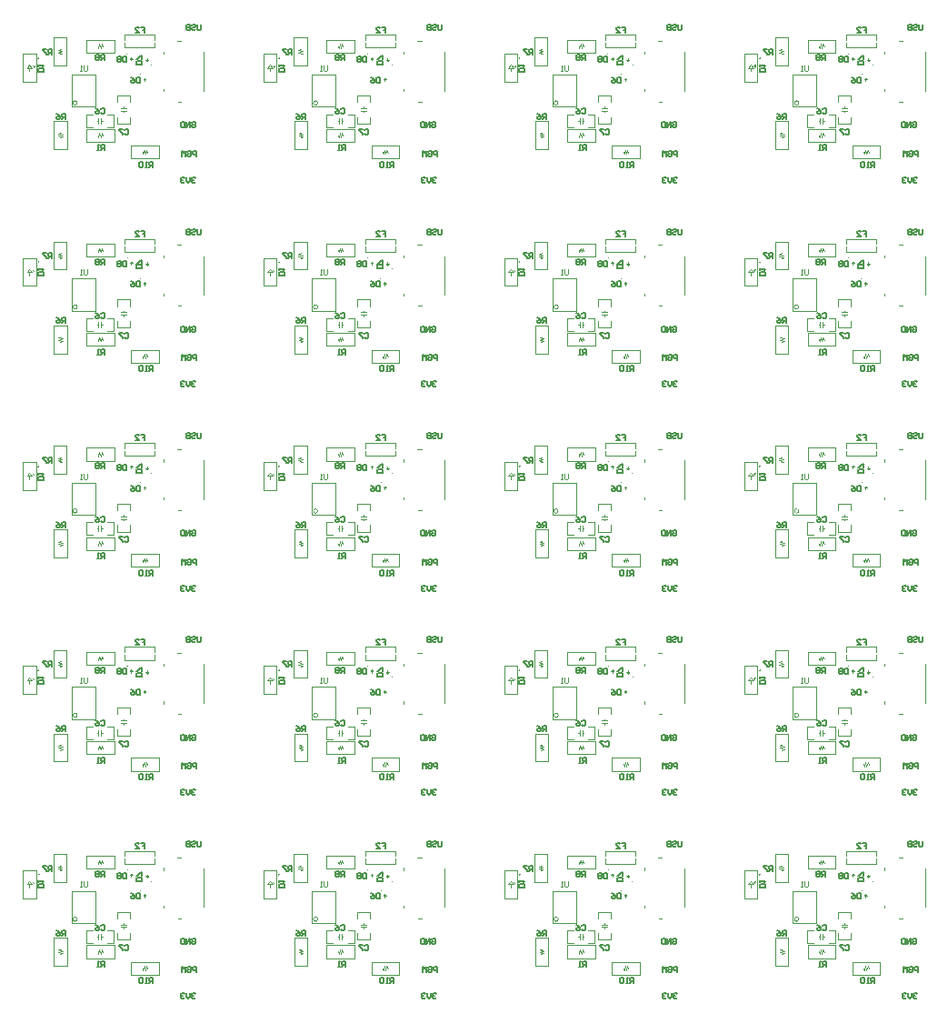
<source format=gbr>
%TF.GenerationSoftware,Altium Limited,Altium Designer,20.1.8 (145)*%
G04 Layer_Color=32896*
%FSLAX45Y45*%
%MOMM*%
%TF.SameCoordinates,31433496-A159-4958-A2C2-D52C18178038*%
%TF.FilePolarity,Positive*%
%TF.FileFunction,Legend,Bot*%
%TF.Part,CustomerPanel*%
G01*
G75*
%TA.AperFunction,NonConductor*%
%ADD32C,0.10160*%
%ADD33C,0.20000*%
%ADD34C,0.10000*%
%ADD35C,0.12700*%
D32*
X1358440Y1239000D02*
G03*
X1358440Y1239000I-20000J0D01*
G01*
X1304640Y1503300D02*
X1524640D01*
X1304640Y1203300D02*
X1524640D01*
Y1503300D01*
X1304640Y1203300D02*
Y1503300D01*
X2160980Y1346000D02*
Y1366000D01*
X2295245Y1249000D02*
X2325980D01*
X2160980Y1697262D02*
Y1717261D01*
X2288719Y1815000D02*
X2325980D01*
X2535980Y1352000D02*
Y1712000D01*
X854300Y1695860D02*
X974300D01*
Y1435860D02*
Y1695860D01*
X854300Y1435860D02*
X974300D01*
X854300D02*
Y1695860D01*
X941280Y1583165D02*
X951280Y1593165D01*
X948780Y1573165D02*
X958780Y1583165D01*
X888780Y1565665D02*
X913780D01*
X888780D02*
X913780Y1593165D01*
X938780Y1565665D01*
X913780D02*
X938780D01*
X913780Y1533165D02*
Y1565665D01*
X1699580Y1014127D02*
Y1134127D01*
X1439580Y1014127D02*
Y1134127D01*
X1582080Y1074127D02*
X1594580D01*
X1544580D02*
X1557080D01*
X1582080Y1049127D02*
Y1099127D01*
X1557080Y1049127D02*
Y1099127D01*
X1439580Y1014127D02*
X1499580D01*
X1439580Y1134127D02*
X1499580D01*
X1639580Y1014127D02*
X1699580D01*
X1639580Y1134127D02*
X1699580D01*
X1727639Y1247512D02*
Y1307511D01*
X1847638Y1247512D02*
Y1307511D01*
X1727639Y1047511D02*
Y1107511D01*
X1847638Y1047511D02*
Y1107511D01*
X1762639Y1165011D02*
X1812638D01*
X1762639Y1190012D02*
X1812638D01*
X1787639Y1152512D02*
Y1165011D01*
Y1190012D02*
Y1202511D01*
X1727639Y1047511D02*
X1847638D01*
X1727639Y1307511D02*
X1847638D01*
X1184641Y954276D02*
X1202140Y959276D01*
X1184641Y954276D02*
X1222141Y944276D01*
X1184641Y934276D02*
X1222141Y944276D01*
X1184641Y934276D02*
X1222141Y924276D01*
X1197140Y914276D02*
X1222141Y924276D01*
X1262140Y806776D02*
Y1066776D01*
X1142140D02*
X1262140D01*
X1142140Y806776D02*
Y1066776D01*
Y806776D02*
X1262140D01*
X1137800Y1847125D02*
X1257800D01*
Y1587125D02*
Y1847125D01*
X1137800Y1587125D02*
X1257800D01*
X1137800D02*
Y1847125D01*
X1177800Y1729625D02*
X1202800Y1739625D01*
X1177800Y1729625D02*
X1215300Y1719625D01*
X1177800Y1709625D02*
X1215300Y1719625D01*
X1177800Y1709625D02*
X1215300Y1699625D01*
X1197800Y1694625D02*
X1215300Y1699625D01*
X1549960Y1767860D02*
X1554960Y1750360D01*
X1564960Y1787860D01*
X1574960Y1750360D01*
X1584960Y1787860D01*
X1594960Y1762860D01*
X1442460Y1827860D02*
X1702460D01*
X1442460Y1707860D02*
Y1827860D01*
Y1707860D02*
X1702460D01*
Y1827860D01*
X2118750Y721000D02*
Y841000D01*
X1858750Y721000D02*
X2118750D01*
X1858750D02*
Y841000D01*
X2118750D01*
X2001250Y801000D02*
X2011249Y776000D01*
X1991250Y763500D02*
X2001250Y801000D01*
X1981250D02*
X1991250Y763500D01*
X1971250D02*
X1981250Y801000D01*
X1966250Y781000D02*
X1971250Y763500D01*
X1549580Y936776D02*
X1554580Y919276D01*
X1564580Y956776D01*
X1574580Y919276D01*
X1584580Y956776D01*
X1594580Y931776D01*
X1442080Y996776D02*
X1702080D01*
X1442080Y876776D02*
Y996776D01*
Y876776D02*
X1702080D01*
Y996776D01*
X1982848Y1441920D02*
Y1469860D01*
X1995548Y1457160D01*
X1972688D02*
X1995548D01*
X1972688D02*
X1982848Y1469860D01*
X2008248Y1626761D02*
X2018408Y1639461D01*
X1995548D02*
X2018408D01*
X1995548D02*
X2008248Y1626761D01*
Y1654701D01*
X1861440Y1634380D02*
Y1662320D01*
X1874140Y1649620D01*
X1851280D02*
X1874140D01*
X1851280D02*
X1861440Y1662320D01*
X2081140Y1752860D02*
Y1800360D01*
X1801140Y1752860D02*
X2081140D01*
X1801140D02*
Y1800360D01*
X2081140Y1825360D02*
Y1872860D01*
X1801140D02*
X2081140D01*
X1801140Y1825360D02*
Y1872860D01*
X1448496Y1589480D02*
Y1547161D01*
X1440032Y1538697D01*
X1423104D01*
X1414640Y1547161D01*
Y1589480D01*
X1397712Y1538697D02*
X1380785D01*
X1389248D01*
Y1589480D01*
X1397712Y1581016D01*
X3598440Y1239000D02*
G03*
X3598440Y1239000I-20000J0D01*
G01*
X3544640Y1503300D02*
X3764640D01*
X3544640Y1203300D02*
X3764640D01*
Y1503300D01*
X3544640Y1203300D02*
Y1503300D01*
X4400980Y1346000D02*
Y1366000D01*
X4535245Y1249000D02*
X4565980D01*
X4400980Y1697262D02*
Y1717261D01*
X4528719Y1815000D02*
X4565980D01*
X4775980Y1352000D02*
Y1712000D01*
X3094300Y1695860D02*
X3214300D01*
Y1435860D02*
Y1695860D01*
X3094300Y1435860D02*
X3214300D01*
X3094300D02*
Y1695860D01*
X3181280Y1583165D02*
X3191280Y1593165D01*
X3188780Y1573165D02*
X3198780Y1583165D01*
X3128780Y1565665D02*
X3153780D01*
X3128780D02*
X3153780Y1593165D01*
X3178780Y1565665D01*
X3153780D02*
X3178780D01*
X3153780Y1533165D02*
Y1565665D01*
X3939580Y1014127D02*
Y1134127D01*
X3679580Y1014127D02*
Y1134127D01*
X3822080Y1074127D02*
X3834580D01*
X3784580D02*
X3797080D01*
X3822080Y1049127D02*
Y1099127D01*
X3797080Y1049127D02*
Y1099127D01*
X3679580Y1014127D02*
X3739580D01*
X3679580Y1134127D02*
X3739580D01*
X3879581Y1014127D02*
X3939580D01*
X3879581Y1134127D02*
X3939580D01*
X3967639Y1247512D02*
Y1307511D01*
X4087639Y1247512D02*
Y1307511D01*
X3967639Y1047511D02*
Y1107511D01*
X4087639Y1047511D02*
Y1107511D01*
X4002639Y1165011D02*
X4052639D01*
X4002639Y1190012D02*
X4052639D01*
X4027639Y1152512D02*
Y1165011D01*
Y1190012D02*
Y1202511D01*
X3967639Y1047511D02*
X4087639D01*
X3967639Y1307511D02*
X4087639D01*
X3424641Y954276D02*
X3442140Y959276D01*
X3424641Y954276D02*
X3462141Y944276D01*
X3424641Y934276D02*
X3462141Y944276D01*
X3424641Y934276D02*
X3462141Y924276D01*
X3437140Y914276D02*
X3462141Y924276D01*
X3502140Y806776D02*
Y1066776D01*
X3382141D02*
X3502140D01*
X3382141Y806776D02*
Y1066776D01*
Y806776D02*
X3502140D01*
X3377800Y1847125D02*
X3497800D01*
Y1587125D02*
Y1847125D01*
X3377800Y1587125D02*
X3497800D01*
X3377800D02*
Y1847125D01*
X3417800Y1729625D02*
X3442800Y1739625D01*
X3417800Y1729625D02*
X3455300Y1719625D01*
X3417800Y1709625D02*
X3455300Y1719625D01*
X3417800Y1709625D02*
X3455300Y1699625D01*
X3437800Y1694625D02*
X3455300Y1699625D01*
X3789960Y1767860D02*
X3794960Y1750360D01*
X3804960Y1787860D01*
X3814960Y1750360D01*
X3824960Y1787860D01*
X3834960Y1762860D01*
X3682460Y1827860D02*
X3942460D01*
X3682460Y1707860D02*
Y1827860D01*
Y1707860D02*
X3942460D01*
Y1827860D01*
X4358750Y721000D02*
Y841000D01*
X4098750Y721000D02*
X4358750D01*
X4098750D02*
Y841000D01*
X4358750D01*
X4241250Y801000D02*
X4251250Y776000D01*
X4231250Y763500D02*
X4241250Y801000D01*
X4221250D02*
X4231250Y763500D01*
X4211250D02*
X4221250Y801000D01*
X4206250Y781000D02*
X4211250Y763500D01*
X3789580Y936776D02*
X3794580Y919276D01*
X3804580Y956776D01*
X3814580Y919276D01*
X3824580Y956776D01*
X3834580Y931776D01*
X3682080Y996776D02*
X3942080D01*
X3682080Y876776D02*
Y996776D01*
Y876776D02*
X3942080D01*
Y996776D01*
X4222848Y1441920D02*
Y1469860D01*
X4235548Y1457160D01*
X4212688D02*
X4235548D01*
X4212688D02*
X4222848Y1469860D01*
X4248248Y1626761D02*
X4258408Y1639461D01*
X4235548D02*
X4258408D01*
X4235548D02*
X4248248Y1626761D01*
Y1654701D01*
X4101440Y1634380D02*
Y1662320D01*
X4114140Y1649620D01*
X4091280D02*
X4114140D01*
X4091280D02*
X4101440Y1662320D01*
X4321140Y1752860D02*
Y1800360D01*
X4041140Y1752860D02*
X4321140D01*
X4041140D02*
Y1800360D01*
X4321140Y1825360D02*
Y1872860D01*
X4041140D02*
X4321140D01*
X4041140Y1825360D02*
Y1872860D01*
X3688496Y1589480D02*
Y1547161D01*
X3680032Y1538697D01*
X3663104D01*
X3654640Y1547161D01*
Y1589480D01*
X3637713Y1538697D02*
X3620785D01*
X3629249D01*
Y1589480D01*
X3637713Y1581016D01*
X5838440Y1239000D02*
G03*
X5838440Y1239000I-20000J0D01*
G01*
X5784640Y1503300D02*
X6004641D01*
X5784640Y1203300D02*
X6004641D01*
Y1503300D01*
X5784640Y1203300D02*
Y1503300D01*
X6640980Y1346000D02*
Y1366000D01*
X6775246Y1249000D02*
X6805980D01*
X6640980Y1697262D02*
Y1717261D01*
X6768719Y1815000D02*
X6805980D01*
X7015980Y1352000D02*
Y1712000D01*
X5334300Y1695860D02*
X5454300D01*
Y1435860D02*
Y1695860D01*
X5334300Y1435860D02*
X5454300D01*
X5334300D02*
Y1695860D01*
X5421280Y1583165D02*
X5431280Y1593165D01*
X5428780Y1573165D02*
X5438780Y1583165D01*
X5368780Y1565665D02*
X5393780D01*
X5368780D02*
X5393780Y1593165D01*
X5418780Y1565665D01*
X5393780D02*
X5418780D01*
X5393780Y1533165D02*
Y1565665D01*
X6179580Y1014127D02*
Y1134127D01*
X5919580Y1014127D02*
Y1134127D01*
X6062081Y1074127D02*
X6074580D01*
X6024581D02*
X6037080D01*
X6062081Y1049127D02*
Y1099127D01*
X6037080Y1049127D02*
Y1099127D01*
X5919580Y1014127D02*
X5979580D01*
X5919580Y1134127D02*
X5979580D01*
X6119581Y1014127D02*
X6179580D01*
X6119581Y1134127D02*
X6179580D01*
X6207639Y1247512D02*
Y1307511D01*
X6327639Y1247512D02*
Y1307511D01*
X6207639Y1047511D02*
Y1107511D01*
X6327639Y1047511D02*
Y1107511D01*
X6242639Y1165011D02*
X6292639D01*
X6242639Y1190012D02*
X6292639D01*
X6267639Y1152512D02*
Y1165011D01*
Y1190012D02*
Y1202511D01*
X6207639Y1047511D02*
X6327639D01*
X6207639Y1307511D02*
X6327639D01*
X5664641Y954276D02*
X5682141Y959276D01*
X5664641Y954276D02*
X5702141Y944276D01*
X5664641Y934276D02*
X5702141Y944276D01*
X5664641Y934276D02*
X5702141Y924276D01*
X5677141Y914276D02*
X5702141Y924276D01*
X5742140Y806776D02*
Y1066776D01*
X5622141D02*
X5742140D01*
X5622141Y806776D02*
Y1066776D01*
Y806776D02*
X5742140D01*
X5617800Y1847125D02*
X5737800D01*
Y1587125D02*
Y1847125D01*
X5617800Y1587125D02*
X5737800D01*
X5617800D02*
Y1847125D01*
X5657800Y1729625D02*
X5682800Y1739625D01*
X5657800Y1729625D02*
X5695300Y1719625D01*
X5657800Y1709625D02*
X5695300Y1719625D01*
X5657800Y1709625D02*
X5695300Y1699625D01*
X5677800Y1694625D02*
X5695300Y1699625D01*
X6029960Y1767860D02*
X6034960Y1750360D01*
X6044960Y1787860D01*
X6054960Y1750360D01*
X6064960Y1787860D01*
X6074960Y1762860D01*
X5922460Y1827860D02*
X6182460D01*
X5922460Y1707860D02*
Y1827860D01*
Y1707860D02*
X6182460D01*
Y1827860D01*
X6598750Y721000D02*
Y841000D01*
X6338750Y721000D02*
X6598750D01*
X6338750D02*
Y841000D01*
X6598750D01*
X6481250Y801000D02*
X6491250Y776000D01*
X6471250Y763500D02*
X6481250Y801000D01*
X6461250D02*
X6471250Y763500D01*
X6451250D02*
X6461250Y801000D01*
X6446250Y781000D02*
X6451250Y763500D01*
X6029580Y936776D02*
X6034580Y919276D01*
X6044580Y956776D01*
X6054580Y919276D01*
X6064580Y956776D01*
X6074580Y931776D01*
X5922080Y996776D02*
X6182080D01*
X5922080Y876776D02*
Y996776D01*
Y876776D02*
X6182080D01*
Y996776D01*
X6462848Y1441920D02*
Y1469860D01*
X6475548Y1457160D01*
X6452688D02*
X6475548D01*
X6452688D02*
X6462848Y1469860D01*
X6488248Y1626761D02*
X6498408Y1639461D01*
X6475548D02*
X6498408D01*
X6475548D02*
X6488248Y1626761D01*
Y1654701D01*
X6341440Y1634380D02*
Y1662320D01*
X6354140Y1649620D01*
X6331280D02*
X6354140D01*
X6331280D02*
X6341440Y1662320D01*
X6561140Y1752860D02*
Y1800360D01*
X6281140Y1752860D02*
X6561140D01*
X6281140D02*
Y1800360D01*
X6561140Y1825360D02*
Y1872860D01*
X6281140D02*
X6561140D01*
X6281140Y1825360D02*
Y1872860D01*
X5928496Y1589480D02*
Y1547161D01*
X5920032Y1538697D01*
X5903104D01*
X5894640Y1547161D01*
Y1589480D01*
X5877713Y1538697D02*
X5860785D01*
X5869249D01*
Y1589480D01*
X5877713Y1581016D01*
X8078441Y1239000D02*
G03*
X8078441Y1239000I-20000J0D01*
G01*
X8024641Y1503300D02*
X8244641D01*
X8024641Y1203300D02*
X8244641D01*
Y1503300D01*
X8024641Y1203300D02*
Y1503300D01*
X8880980Y1346000D02*
Y1366000D01*
X9015246Y1249000D02*
X9045980D01*
X8880980Y1697262D02*
Y1717261D01*
X9008719Y1815000D02*
X9045980D01*
X9255980Y1352000D02*
Y1712000D01*
X7574300Y1695860D02*
X7694300D01*
Y1435860D02*
Y1695860D01*
X7574300Y1435860D02*
X7694300D01*
X7574300D02*
Y1695860D01*
X7661280Y1583165D02*
X7671280Y1593165D01*
X7668780Y1573165D02*
X7678780Y1583165D01*
X7608780Y1565665D02*
X7633780D01*
X7608780D02*
X7633780Y1593165D01*
X7658780Y1565665D01*
X7633780D02*
X7658780D01*
X7633780Y1533165D02*
Y1565665D01*
X8419581Y1014127D02*
Y1134127D01*
X8159581Y1014127D02*
Y1134127D01*
X8302081Y1074127D02*
X8314581D01*
X8264581D02*
X8277080D01*
X8302081Y1049127D02*
Y1099127D01*
X8277080Y1049127D02*
Y1099127D01*
X8159581Y1014127D02*
X8219580D01*
X8159581Y1134127D02*
X8219580D01*
X8359581Y1014127D02*
X8419581D01*
X8359581Y1134127D02*
X8419581D01*
X8447639Y1247512D02*
Y1307511D01*
X8567639Y1247512D02*
Y1307511D01*
X8447639Y1047511D02*
Y1107511D01*
X8567639Y1047511D02*
Y1107511D01*
X8482639Y1165011D02*
X8532639D01*
X8482639Y1190012D02*
X8532639D01*
X8507639Y1152512D02*
Y1165011D01*
Y1190012D02*
Y1202511D01*
X8447639Y1047511D02*
X8567639D01*
X8447639Y1307511D02*
X8567639D01*
X7904641Y954276D02*
X7922141Y959276D01*
X7904641Y954276D02*
X7942141Y944276D01*
X7904641Y934276D02*
X7942141Y944276D01*
X7904641Y934276D02*
X7942141Y924276D01*
X7917141Y914276D02*
X7942141Y924276D01*
X7982140Y806776D02*
Y1066776D01*
X7862141D02*
X7982140D01*
X7862141Y806776D02*
Y1066776D01*
Y806776D02*
X7982140D01*
X7857800Y1847125D02*
X7977800D01*
Y1587125D02*
Y1847125D01*
X7857800Y1587125D02*
X7977800D01*
X7857800D02*
Y1847125D01*
X7897800Y1729625D02*
X7922800Y1739625D01*
X7897800Y1729625D02*
X7935300Y1719625D01*
X7897800Y1709625D02*
X7935300Y1719625D01*
X7897800Y1709625D02*
X7935300Y1699625D01*
X7917800Y1694625D02*
X7935300Y1699625D01*
X8269960Y1767860D02*
X8274960Y1750360D01*
X8284960Y1787860D01*
X8294960Y1750360D01*
X8304960Y1787860D01*
X8314960Y1762860D01*
X8162460Y1827860D02*
X8422460D01*
X8162460Y1707860D02*
Y1827860D01*
Y1707860D02*
X8422460D01*
Y1827860D01*
X8838750Y721000D02*
Y841000D01*
X8578750Y721000D02*
X8838750D01*
X8578750D02*
Y841000D01*
X8838750D01*
X8721250Y801000D02*
X8731250Y776000D01*
X8711250Y763500D02*
X8721250Y801000D01*
X8701250D02*
X8711250Y763500D01*
X8691250D02*
X8701250Y801000D01*
X8686250Y781000D02*
X8691250Y763500D01*
X8269580Y936776D02*
X8274580Y919276D01*
X8284580Y956776D01*
X8294581Y919276D01*
X8304581Y956776D01*
X8314580Y931776D01*
X8162080Y996776D02*
X8422080D01*
X8162080Y876776D02*
Y996776D01*
Y876776D02*
X8422080D01*
Y996776D01*
X8702848Y1441920D02*
Y1469860D01*
X8715548Y1457160D01*
X8692688D02*
X8715548D01*
X8692688D02*
X8702848Y1469860D01*
X8728248Y1626761D02*
X8738408Y1639461D01*
X8715548D02*
X8738408D01*
X8715548D02*
X8728248Y1626761D01*
Y1654701D01*
X8581440Y1634380D02*
Y1662320D01*
X8594140Y1649620D01*
X8571280D02*
X8594140D01*
X8571280D02*
X8581440Y1662320D01*
X8801140Y1752860D02*
Y1800360D01*
X8521140Y1752860D02*
X8801140D01*
X8521140D02*
Y1800360D01*
X8801140Y1825360D02*
Y1872860D01*
X8521140D02*
X8801140D01*
X8521140Y1825360D02*
Y1872860D01*
X8168496Y1589480D02*
Y1547161D01*
X8160032Y1538697D01*
X8143104D01*
X8134641Y1547161D01*
Y1589480D01*
X8117713Y1538697D02*
X8100785D01*
X8109249D01*
Y1589480D01*
X8117713Y1581016D01*
X1358440Y3139000D02*
G03*
X1358440Y3139000I-20000J0D01*
G01*
X1304640Y3403300D02*
X1524640D01*
X1304640Y3103300D02*
X1524640D01*
Y3403300D01*
X1304640Y3103300D02*
Y3403300D01*
X2160980Y3246000D02*
Y3266000D01*
X2295245Y3149000D02*
X2325980D01*
X2160980Y3597262D02*
Y3617261D01*
X2288719Y3715000D02*
X2325980D01*
X2535980Y3252000D02*
Y3612000D01*
X854300Y3595860D02*
X974300D01*
Y3335860D02*
Y3595860D01*
X854300Y3335860D02*
X974300D01*
X854300D02*
Y3595860D01*
X941280Y3483165D02*
X951280Y3493165D01*
X948780Y3473165D02*
X958780Y3483165D01*
X888780Y3465665D02*
X913780D01*
X888780D02*
X913780Y3493165D01*
X938780Y3465665D01*
X913780D02*
X938780D01*
X913780Y3433165D02*
Y3465665D01*
X1699580Y2914127D02*
Y3034127D01*
X1439580Y2914127D02*
Y3034127D01*
X1582080Y2974127D02*
X1594580D01*
X1544580D02*
X1557080D01*
X1582080Y2949127D02*
Y2999127D01*
X1557080Y2949127D02*
Y2999127D01*
X1439580Y2914127D02*
X1499580D01*
X1439580Y3034127D02*
X1499580D01*
X1639580Y2914127D02*
X1699580D01*
X1639580Y3034127D02*
X1699580D01*
X1727639Y3147512D02*
Y3207511D01*
X1847638Y3147512D02*
Y3207511D01*
X1727639Y2947512D02*
Y3007511D01*
X1847638Y2947512D02*
Y3007511D01*
X1762639Y3065011D02*
X1812638D01*
X1762639Y3090012D02*
X1812638D01*
X1787639Y3052512D02*
Y3065011D01*
Y3090012D02*
Y3102511D01*
X1727639Y2947512D02*
X1847638D01*
X1727639Y3207511D02*
X1847638D01*
X1184641Y2854276D02*
X1202140Y2859276D01*
X1184641Y2854276D02*
X1222141Y2844276D01*
X1184641Y2834276D02*
X1222141Y2844276D01*
X1184641Y2834276D02*
X1222141Y2824276D01*
X1197140Y2814276D02*
X1222141Y2824276D01*
X1262140Y2706776D02*
Y2966776D01*
X1142140D02*
X1262140D01*
X1142140Y2706776D02*
Y2966776D01*
Y2706776D02*
X1262140D01*
X1137800Y3747125D02*
X1257800D01*
Y3487125D02*
Y3747125D01*
X1137800Y3487125D02*
X1257800D01*
X1137800D02*
Y3747125D01*
X1177800Y3629625D02*
X1202800Y3639625D01*
X1177800Y3629625D02*
X1215300Y3619625D01*
X1177800Y3609625D02*
X1215300Y3619625D01*
X1177800Y3609625D02*
X1215300Y3599625D01*
X1197800Y3594625D02*
X1215300Y3599625D01*
X1549960Y3667860D02*
X1554960Y3650360D01*
X1564960Y3687860D01*
X1574960Y3650360D01*
X1584960Y3687860D01*
X1594960Y3662860D01*
X1442460Y3727860D02*
X1702460D01*
X1442460Y3607860D02*
Y3727860D01*
Y3607860D02*
X1702460D01*
Y3727860D01*
X2118750Y2621000D02*
Y2741000D01*
X1858750Y2621000D02*
X2118750D01*
X1858750D02*
Y2741000D01*
X2118750D01*
X2001250Y2701000D02*
X2011249Y2676000D01*
X1991250Y2663500D02*
X2001250Y2701000D01*
X1981250D02*
X1991250Y2663500D01*
X1971250D02*
X1981250Y2701000D01*
X1966250Y2681000D02*
X1971250Y2663500D01*
X1549580Y2836776D02*
X1554580Y2819276D01*
X1564580Y2856776D01*
X1574580Y2819276D01*
X1584580Y2856776D01*
X1594580Y2831776D01*
X1442080Y2896776D02*
X1702080D01*
X1442080Y2776776D02*
Y2896776D01*
Y2776776D02*
X1702080D01*
Y2896776D01*
X1982848Y3341920D02*
Y3369860D01*
X1995548Y3357160D01*
X1972688D02*
X1995548D01*
X1972688D02*
X1982848Y3369860D01*
X2008248Y3526761D02*
X2018408Y3539461D01*
X1995548D02*
X2018408D01*
X1995548D02*
X2008248Y3526761D01*
Y3554701D01*
X1861440Y3534380D02*
Y3562320D01*
X1874140Y3549620D01*
X1851280D02*
X1874140D01*
X1851280D02*
X1861440Y3562320D01*
X2081140Y3652860D02*
Y3700360D01*
X1801140Y3652860D02*
X2081140D01*
X1801140D02*
Y3700360D01*
X2081140Y3725360D02*
Y3772860D01*
X1801140D02*
X2081140D01*
X1801140Y3725360D02*
Y3772860D01*
X1448496Y3489480D02*
Y3447161D01*
X1440032Y3438697D01*
X1423104D01*
X1414640Y3447161D01*
Y3489480D01*
X1397712Y3438697D02*
X1380785D01*
X1389248D01*
Y3489480D01*
X1397712Y3481016D01*
X3598440Y3139000D02*
G03*
X3598440Y3139000I-20000J0D01*
G01*
X3544640Y3403300D02*
X3764640D01*
X3544640Y3103300D02*
X3764640D01*
Y3403300D01*
X3544640Y3103300D02*
Y3403300D01*
X4400980Y3246000D02*
Y3266000D01*
X4535245Y3149000D02*
X4565980D01*
X4400980Y3597262D02*
Y3617261D01*
X4528719Y3715000D02*
X4565980D01*
X4775980Y3252000D02*
Y3612000D01*
X3094300Y3595860D02*
X3214300D01*
Y3335860D02*
Y3595860D01*
X3094300Y3335860D02*
X3214300D01*
X3094300D02*
Y3595860D01*
X3181280Y3483165D02*
X3191280Y3493165D01*
X3188780Y3473165D02*
X3198780Y3483165D01*
X3128780Y3465665D02*
X3153780D01*
X3128780D02*
X3153780Y3493165D01*
X3178780Y3465665D01*
X3153780D02*
X3178780D01*
X3153780Y3433165D02*
Y3465665D01*
X3939580Y2914127D02*
Y3034127D01*
X3679580Y2914127D02*
Y3034127D01*
X3822080Y2974127D02*
X3834580D01*
X3784580D02*
X3797080D01*
X3822080Y2949127D02*
Y2999127D01*
X3797080Y2949127D02*
Y2999127D01*
X3679580Y2914127D02*
X3739580D01*
X3679580Y3034127D02*
X3739580D01*
X3879581Y2914127D02*
X3939580D01*
X3879581Y3034127D02*
X3939580D01*
X3967639Y3147512D02*
Y3207511D01*
X4087639Y3147512D02*
Y3207511D01*
X3967639Y2947512D02*
Y3007511D01*
X4087639Y2947512D02*
Y3007511D01*
X4002639Y3065011D02*
X4052639D01*
X4002639Y3090012D02*
X4052639D01*
X4027639Y3052512D02*
Y3065011D01*
Y3090012D02*
Y3102511D01*
X3967639Y2947512D02*
X4087639D01*
X3967639Y3207511D02*
X4087639D01*
X3424641Y2854276D02*
X3442140Y2859276D01*
X3424641Y2854276D02*
X3462141Y2844276D01*
X3424641Y2834276D02*
X3462141Y2844276D01*
X3424641Y2834276D02*
X3462141Y2824276D01*
X3437140Y2814276D02*
X3462141Y2824276D01*
X3502140Y2706776D02*
Y2966776D01*
X3382141D02*
X3502140D01*
X3382141Y2706776D02*
Y2966776D01*
Y2706776D02*
X3502140D01*
X3377800Y3747125D02*
X3497800D01*
Y3487125D02*
Y3747125D01*
X3377800Y3487125D02*
X3497800D01*
X3377800D02*
Y3747125D01*
X3417800Y3629625D02*
X3442800Y3639625D01*
X3417800Y3629625D02*
X3455300Y3619625D01*
X3417800Y3609625D02*
X3455300Y3619625D01*
X3417800Y3609625D02*
X3455300Y3599625D01*
X3437800Y3594625D02*
X3455300Y3599625D01*
X3789960Y3667860D02*
X3794960Y3650360D01*
X3804960Y3687860D01*
X3814960Y3650360D01*
X3824960Y3687860D01*
X3834960Y3662860D01*
X3682460Y3727860D02*
X3942460D01*
X3682460Y3607860D02*
Y3727860D01*
Y3607860D02*
X3942460D01*
Y3727860D01*
X4358750Y2621000D02*
Y2741000D01*
X4098750Y2621000D02*
X4358750D01*
X4098750D02*
Y2741000D01*
X4358750D01*
X4241250Y2701000D02*
X4251250Y2676000D01*
X4231250Y2663500D02*
X4241250Y2701000D01*
X4221250D02*
X4231250Y2663500D01*
X4211250D02*
X4221250Y2701000D01*
X4206250Y2681000D02*
X4211250Y2663500D01*
X3789580Y2836776D02*
X3794580Y2819276D01*
X3804580Y2856776D01*
X3814580Y2819276D01*
X3824580Y2856776D01*
X3834580Y2831776D01*
X3682080Y2896776D02*
X3942080D01*
X3682080Y2776776D02*
Y2896776D01*
Y2776776D02*
X3942080D01*
Y2896776D01*
X4222848Y3341920D02*
Y3369860D01*
X4235548Y3357160D01*
X4212688D02*
X4235548D01*
X4212688D02*
X4222848Y3369860D01*
X4248248Y3526761D02*
X4258408Y3539461D01*
X4235548D02*
X4258408D01*
X4235548D02*
X4248248Y3526761D01*
Y3554701D01*
X4101440Y3534380D02*
Y3562320D01*
X4114140Y3549620D01*
X4091280D02*
X4114140D01*
X4091280D02*
X4101440Y3562320D01*
X4321140Y3652860D02*
Y3700360D01*
X4041140Y3652860D02*
X4321140D01*
X4041140D02*
Y3700360D01*
X4321140Y3725360D02*
Y3772860D01*
X4041140D02*
X4321140D01*
X4041140Y3725360D02*
Y3772860D01*
X3688496Y3489480D02*
Y3447161D01*
X3680032Y3438697D01*
X3663104D01*
X3654640Y3447161D01*
Y3489480D01*
X3637713Y3438697D02*
X3620785D01*
X3629249D01*
Y3489480D01*
X3637713Y3481016D01*
X5838440Y3139000D02*
G03*
X5838440Y3139000I-20000J0D01*
G01*
X5784640Y3403300D02*
X6004641D01*
X5784640Y3103300D02*
X6004641D01*
Y3403300D01*
X5784640Y3103300D02*
Y3403300D01*
X6640980Y3246000D02*
Y3266000D01*
X6775246Y3149000D02*
X6805980D01*
X6640980Y3597262D02*
Y3617261D01*
X6768719Y3715000D02*
X6805980D01*
X7015980Y3252000D02*
Y3612000D01*
X5334300Y3595860D02*
X5454300D01*
Y3335860D02*
Y3595860D01*
X5334300Y3335860D02*
X5454300D01*
X5334300D02*
Y3595860D01*
X5421280Y3483165D02*
X5431280Y3493165D01*
X5428780Y3473165D02*
X5438780Y3483165D01*
X5368780Y3465665D02*
X5393780D01*
X5368780D02*
X5393780Y3493165D01*
X5418780Y3465665D01*
X5393780D02*
X5418780D01*
X5393780Y3433165D02*
Y3465665D01*
X6179580Y2914127D02*
Y3034127D01*
X5919580Y2914127D02*
Y3034127D01*
X6062081Y2974127D02*
X6074580D01*
X6024581D02*
X6037080D01*
X6062081Y2949127D02*
Y2999127D01*
X6037080Y2949127D02*
Y2999127D01*
X5919580Y2914127D02*
X5979580D01*
X5919580Y3034127D02*
X5979580D01*
X6119581Y2914127D02*
X6179580D01*
X6119581Y3034127D02*
X6179580D01*
X6207639Y3147512D02*
Y3207511D01*
X6327639Y3147512D02*
Y3207511D01*
X6207639Y2947512D02*
Y3007511D01*
X6327639Y2947512D02*
Y3007511D01*
X6242639Y3065011D02*
X6292639D01*
X6242639Y3090012D02*
X6292639D01*
X6267639Y3052512D02*
Y3065011D01*
Y3090012D02*
Y3102511D01*
X6207639Y2947512D02*
X6327639D01*
X6207639Y3207511D02*
X6327639D01*
X5664641Y2854276D02*
X5682141Y2859276D01*
X5664641Y2854276D02*
X5702141Y2844276D01*
X5664641Y2834276D02*
X5702141Y2844276D01*
X5664641Y2834276D02*
X5702141Y2824276D01*
X5677141Y2814276D02*
X5702141Y2824276D01*
X5742140Y2706776D02*
Y2966776D01*
X5622141D02*
X5742140D01*
X5622141Y2706776D02*
Y2966776D01*
Y2706776D02*
X5742140D01*
X5617800Y3747125D02*
X5737800D01*
Y3487125D02*
Y3747125D01*
X5617800Y3487125D02*
X5737800D01*
X5617800D02*
Y3747125D01*
X5657800Y3629625D02*
X5682800Y3639625D01*
X5657800Y3629625D02*
X5695300Y3619625D01*
X5657800Y3609625D02*
X5695300Y3619625D01*
X5657800Y3609625D02*
X5695300Y3599625D01*
X5677800Y3594625D02*
X5695300Y3599625D01*
X6029960Y3667860D02*
X6034960Y3650360D01*
X6044960Y3687860D01*
X6054960Y3650360D01*
X6064960Y3687860D01*
X6074960Y3662860D01*
X5922460Y3727860D02*
X6182460D01*
X5922460Y3607860D02*
Y3727860D01*
Y3607860D02*
X6182460D01*
Y3727860D01*
X6598750Y2621000D02*
Y2741000D01*
X6338750Y2621000D02*
X6598750D01*
X6338750D02*
Y2741000D01*
X6598750D01*
X6481250Y2701000D02*
X6491250Y2676000D01*
X6471250Y2663500D02*
X6481250Y2701000D01*
X6461250D02*
X6471250Y2663500D01*
X6451250D02*
X6461250Y2701000D01*
X6446250Y2681000D02*
X6451250Y2663500D01*
X6029580Y2836776D02*
X6034580Y2819276D01*
X6044580Y2856776D01*
X6054580Y2819276D01*
X6064580Y2856776D01*
X6074580Y2831776D01*
X5922080Y2896776D02*
X6182080D01*
X5922080Y2776776D02*
Y2896776D01*
Y2776776D02*
X6182080D01*
Y2896776D01*
X6462848Y3341920D02*
Y3369860D01*
X6475548Y3357160D01*
X6452688D02*
X6475548D01*
X6452688D02*
X6462848Y3369860D01*
X6488248Y3526761D02*
X6498408Y3539461D01*
X6475548D02*
X6498408D01*
X6475548D02*
X6488248Y3526761D01*
Y3554701D01*
X6341440Y3534380D02*
Y3562320D01*
X6354140Y3549620D01*
X6331280D02*
X6354140D01*
X6331280D02*
X6341440Y3562320D01*
X6561140Y3652860D02*
Y3700360D01*
X6281140Y3652860D02*
X6561140D01*
X6281140D02*
Y3700360D01*
X6561140Y3725360D02*
Y3772860D01*
X6281140D02*
X6561140D01*
X6281140Y3725360D02*
Y3772860D01*
X5928496Y3489480D02*
Y3447161D01*
X5920032Y3438697D01*
X5903104D01*
X5894640Y3447161D01*
Y3489480D01*
X5877713Y3438697D02*
X5860785D01*
X5869249D01*
Y3489480D01*
X5877713Y3481016D01*
X8078441Y3139000D02*
G03*
X8078441Y3139000I-20000J0D01*
G01*
X8024641Y3403300D02*
X8244641D01*
X8024641Y3103300D02*
X8244641D01*
Y3403300D01*
X8024641Y3103300D02*
Y3403300D01*
X8880980Y3246000D02*
Y3266000D01*
X9015246Y3149000D02*
X9045980D01*
X8880980Y3597262D02*
Y3617261D01*
X9008719Y3715000D02*
X9045980D01*
X9255980Y3252000D02*
Y3612000D01*
X7574300Y3595860D02*
X7694300D01*
Y3335860D02*
Y3595860D01*
X7574300Y3335860D02*
X7694300D01*
X7574300D02*
Y3595860D01*
X7661280Y3483165D02*
X7671280Y3493165D01*
X7668780Y3473165D02*
X7678780Y3483165D01*
X7608780Y3465665D02*
X7633780D01*
X7608780D02*
X7633780Y3493165D01*
X7658780Y3465665D01*
X7633780D02*
X7658780D01*
X7633780Y3433165D02*
Y3465665D01*
X8419581Y2914127D02*
Y3034127D01*
X8159581Y2914127D02*
Y3034127D01*
X8302081Y2974127D02*
X8314581D01*
X8264581D02*
X8277080D01*
X8302081Y2949127D02*
Y2999127D01*
X8277080Y2949127D02*
Y2999127D01*
X8159581Y2914127D02*
X8219580D01*
X8159581Y3034127D02*
X8219580D01*
X8359581Y2914127D02*
X8419581D01*
X8359581Y3034127D02*
X8419581D01*
X8447639Y3147512D02*
Y3207511D01*
X8567639Y3147512D02*
Y3207511D01*
X8447639Y2947512D02*
Y3007511D01*
X8567639Y2947512D02*
Y3007511D01*
X8482639Y3065011D02*
X8532639D01*
X8482639Y3090012D02*
X8532639D01*
X8507639Y3052512D02*
Y3065011D01*
Y3090012D02*
Y3102511D01*
X8447639Y2947512D02*
X8567639D01*
X8447639Y3207511D02*
X8567639D01*
X7904641Y2854276D02*
X7922141Y2859276D01*
X7904641Y2854276D02*
X7942141Y2844276D01*
X7904641Y2834276D02*
X7942141Y2844276D01*
X7904641Y2834276D02*
X7942141Y2824276D01*
X7917141Y2814276D02*
X7942141Y2824276D01*
X7982140Y2706776D02*
Y2966776D01*
X7862141D02*
X7982140D01*
X7862141Y2706776D02*
Y2966776D01*
Y2706776D02*
X7982140D01*
X7857800Y3747125D02*
X7977800D01*
Y3487125D02*
Y3747125D01*
X7857800Y3487125D02*
X7977800D01*
X7857800D02*
Y3747125D01*
X7897800Y3629625D02*
X7922800Y3639625D01*
X7897800Y3629625D02*
X7935300Y3619625D01*
X7897800Y3609625D02*
X7935300Y3619625D01*
X7897800Y3609625D02*
X7935300Y3599625D01*
X7917800Y3594625D02*
X7935300Y3599625D01*
X8269960Y3667860D02*
X8274960Y3650360D01*
X8284960Y3687860D01*
X8294960Y3650360D01*
X8304960Y3687860D01*
X8314960Y3662860D01*
X8162460Y3727860D02*
X8422460D01*
X8162460Y3607860D02*
Y3727860D01*
Y3607860D02*
X8422460D01*
Y3727860D01*
X8838750Y2621000D02*
Y2741000D01*
X8578750Y2621000D02*
X8838750D01*
X8578750D02*
Y2741000D01*
X8838750D01*
X8721250Y2701000D02*
X8731250Y2676000D01*
X8711250Y2663500D02*
X8721250Y2701000D01*
X8701250D02*
X8711250Y2663500D01*
X8691250D02*
X8701250Y2701000D01*
X8686250Y2681000D02*
X8691250Y2663500D01*
X8269580Y2836776D02*
X8274580Y2819276D01*
X8284580Y2856776D01*
X8294581Y2819276D01*
X8304581Y2856776D01*
X8314580Y2831776D01*
X8162080Y2896776D02*
X8422080D01*
X8162080Y2776776D02*
Y2896776D01*
Y2776776D02*
X8422080D01*
Y2896776D01*
X8702848Y3341920D02*
Y3369860D01*
X8715548Y3357160D01*
X8692688D02*
X8715548D01*
X8692688D02*
X8702848Y3369860D01*
X8728248Y3526761D02*
X8738408Y3539461D01*
X8715548D02*
X8738408D01*
X8715548D02*
X8728248Y3526761D01*
Y3554701D01*
X8581440Y3534380D02*
Y3562320D01*
X8594140Y3549620D01*
X8571280D02*
X8594140D01*
X8571280D02*
X8581440Y3562320D01*
X8801140Y3652860D02*
Y3700360D01*
X8521140Y3652860D02*
X8801140D01*
X8521140D02*
Y3700360D01*
X8801140Y3725360D02*
Y3772860D01*
X8521140D02*
X8801140D01*
X8521140Y3725360D02*
Y3772860D01*
X8168496Y3489480D02*
Y3447161D01*
X8160032Y3438697D01*
X8143104D01*
X8134641Y3447161D01*
Y3489480D01*
X8117713Y3438697D02*
X8100785D01*
X8109249D01*
Y3489480D01*
X8117713Y3481016D01*
X1358440Y5039000D02*
G03*
X1358440Y5039000I-20000J0D01*
G01*
X1304640Y5303300D02*
X1524640D01*
X1304640Y5003300D02*
X1524640D01*
Y5303300D01*
X1304640Y5003300D02*
Y5303300D01*
X2160980Y5146000D02*
Y5166000D01*
X2295245Y5049000D02*
X2325980D01*
X2160980Y5497262D02*
Y5517262D01*
X2288719Y5615000D02*
X2325980D01*
X2535980Y5152000D02*
Y5512000D01*
X854300Y5495860D02*
X974300D01*
Y5235860D02*
Y5495860D01*
X854300Y5235860D02*
X974300D01*
X854300D02*
Y5495860D01*
X941280Y5383165D02*
X951280Y5393165D01*
X948780Y5373165D02*
X958780Y5383165D01*
X888780Y5365665D02*
X913780D01*
X888780D02*
X913780Y5393165D01*
X938780Y5365665D01*
X913780D02*
X938780D01*
X913780Y5333165D02*
Y5365665D01*
X1699580Y4814127D02*
Y4934127D01*
X1439580Y4814127D02*
Y4934127D01*
X1582080Y4874127D02*
X1594580D01*
X1544580D02*
X1557080D01*
X1582080Y4849127D02*
Y4899127D01*
X1557080Y4849127D02*
Y4899127D01*
X1439580Y4814127D02*
X1499580D01*
X1439580Y4934127D02*
X1499580D01*
X1639580Y4814127D02*
X1699580D01*
X1639580Y4934127D02*
X1699580D01*
X1727639Y5047512D02*
Y5107512D01*
X1847638Y5047512D02*
Y5107512D01*
X1727639Y4847512D02*
Y4907511D01*
X1847638Y4847512D02*
Y4907511D01*
X1762639Y4965011D02*
X1812638D01*
X1762639Y4990012D02*
X1812638D01*
X1787639Y4952512D02*
Y4965011D01*
Y4990012D02*
Y5002511D01*
X1727639Y4847512D02*
X1847638D01*
X1727639Y5107512D02*
X1847638D01*
X1184641Y4754276D02*
X1202140Y4759276D01*
X1184641Y4754276D02*
X1222141Y4744276D01*
X1184641Y4734276D02*
X1222141Y4744276D01*
X1184641Y4734276D02*
X1222141Y4724276D01*
X1197140Y4714276D02*
X1222141Y4724276D01*
X1262140Y4606776D02*
Y4866776D01*
X1142140D02*
X1262140D01*
X1142140Y4606776D02*
Y4866776D01*
Y4606776D02*
X1262140D01*
X1137800Y5647125D02*
X1257800D01*
Y5387125D02*
Y5647125D01*
X1137800Y5387125D02*
X1257800D01*
X1137800D02*
Y5647125D01*
X1177800Y5529625D02*
X1202800Y5539625D01*
X1177800Y5529625D02*
X1215300Y5519625D01*
X1177800Y5509625D02*
X1215300Y5519625D01*
X1177800Y5509625D02*
X1215300Y5499625D01*
X1197800Y5494625D02*
X1215300Y5499625D01*
X1549960Y5567860D02*
X1554960Y5550360D01*
X1564960Y5587860D01*
X1574960Y5550360D01*
X1584960Y5587860D01*
X1594960Y5562860D01*
X1442460Y5627860D02*
X1702460D01*
X1442460Y5507860D02*
Y5627860D01*
Y5507860D02*
X1702460D01*
Y5627860D01*
X2118750Y4521000D02*
Y4641000D01*
X1858750Y4521000D02*
X2118750D01*
X1858750D02*
Y4641000D01*
X2118750D01*
X2001250Y4601000D02*
X2011249Y4576000D01*
X1991250Y4563500D02*
X2001250Y4601000D01*
X1981250D02*
X1991250Y4563500D01*
X1971250D02*
X1981250Y4601000D01*
X1966250Y4581000D02*
X1971250Y4563500D01*
X1549580Y4736776D02*
X1554580Y4719276D01*
X1564580Y4756776D01*
X1574580Y4719276D01*
X1584580Y4756776D01*
X1594580Y4731776D01*
X1442080Y4796776D02*
X1702080D01*
X1442080Y4676776D02*
Y4796776D01*
Y4676776D02*
X1702080D01*
Y4796776D01*
X1982848Y5241920D02*
Y5269860D01*
X1995548Y5257160D01*
X1972688D02*
X1995548D01*
X1972688D02*
X1982848Y5269860D01*
X2008248Y5426761D02*
X2018408Y5439461D01*
X1995548D02*
X2018408D01*
X1995548D02*
X2008248Y5426761D01*
Y5454701D01*
X1861440Y5434380D02*
Y5462320D01*
X1874140Y5449620D01*
X1851280D02*
X1874140D01*
X1851280D02*
X1861440Y5462320D01*
X2081140Y5552860D02*
Y5600360D01*
X1801140Y5552860D02*
X2081140D01*
X1801140D02*
Y5600360D01*
X2081140Y5625360D02*
Y5672860D01*
X1801140D02*
X2081140D01*
X1801140Y5625360D02*
Y5672860D01*
X1448496Y5389480D02*
Y5347161D01*
X1440032Y5338697D01*
X1423104D01*
X1414640Y5347161D01*
Y5389480D01*
X1397712Y5338697D02*
X1380785D01*
X1389248D01*
Y5389480D01*
X1397712Y5381016D01*
X3598440Y5039000D02*
G03*
X3598440Y5039000I-20000J0D01*
G01*
X3544640Y5303300D02*
X3764640D01*
X3544640Y5003300D02*
X3764640D01*
Y5303300D01*
X3544640Y5003300D02*
Y5303300D01*
X4400980Y5146000D02*
Y5166000D01*
X4535245Y5049000D02*
X4565980D01*
X4400980Y5497262D02*
Y5517262D01*
X4528719Y5615000D02*
X4565980D01*
X4775980Y5152000D02*
Y5512000D01*
X3094300Y5495860D02*
X3214300D01*
Y5235860D02*
Y5495860D01*
X3094300Y5235860D02*
X3214300D01*
X3094300D02*
Y5495860D01*
X3181280Y5383165D02*
X3191280Y5393165D01*
X3188780Y5373165D02*
X3198780Y5383165D01*
X3128780Y5365665D02*
X3153780D01*
X3128780D02*
X3153780Y5393165D01*
X3178780Y5365665D01*
X3153780D02*
X3178780D01*
X3153780Y5333165D02*
Y5365665D01*
X3939580Y4814127D02*
Y4934127D01*
X3679580Y4814127D02*
Y4934127D01*
X3822080Y4874127D02*
X3834580D01*
X3784580D02*
X3797080D01*
X3822080Y4849127D02*
Y4899127D01*
X3797080Y4849127D02*
Y4899127D01*
X3679580Y4814127D02*
X3739580D01*
X3679580Y4934127D02*
X3739580D01*
X3879581Y4814127D02*
X3939580D01*
X3879581Y4934127D02*
X3939580D01*
X3967639Y5047512D02*
Y5107512D01*
X4087639Y5047512D02*
Y5107512D01*
X3967639Y4847512D02*
Y4907511D01*
X4087639Y4847512D02*
Y4907511D01*
X4002639Y4965011D02*
X4052639D01*
X4002639Y4990012D02*
X4052639D01*
X4027639Y4952512D02*
Y4965011D01*
Y4990012D02*
Y5002511D01*
X3967639Y4847512D02*
X4087639D01*
X3967639Y5107512D02*
X4087639D01*
X3424641Y4754276D02*
X3442140Y4759276D01*
X3424641Y4754276D02*
X3462141Y4744276D01*
X3424641Y4734276D02*
X3462141Y4744276D01*
X3424641Y4734276D02*
X3462141Y4724276D01*
X3437140Y4714276D02*
X3462141Y4724276D01*
X3502140Y4606776D02*
Y4866776D01*
X3382141D02*
X3502140D01*
X3382141Y4606776D02*
Y4866776D01*
Y4606776D02*
X3502140D01*
X3377800Y5647125D02*
X3497800D01*
Y5387125D02*
Y5647125D01*
X3377800Y5387125D02*
X3497800D01*
X3377800D02*
Y5647125D01*
X3417800Y5529625D02*
X3442800Y5539625D01*
X3417800Y5529625D02*
X3455300Y5519625D01*
X3417800Y5509625D02*
X3455300Y5519625D01*
X3417800Y5509625D02*
X3455300Y5499625D01*
X3437800Y5494625D02*
X3455300Y5499625D01*
X3789960Y5567860D02*
X3794960Y5550360D01*
X3804960Y5587860D01*
X3814960Y5550360D01*
X3824960Y5587860D01*
X3834960Y5562860D01*
X3682460Y5627860D02*
X3942460D01*
X3682460Y5507860D02*
Y5627860D01*
Y5507860D02*
X3942460D01*
Y5627860D01*
X4358750Y4521000D02*
Y4641000D01*
X4098750Y4521000D02*
X4358750D01*
X4098750D02*
Y4641000D01*
X4358750D01*
X4241250Y4601000D02*
X4251250Y4576000D01*
X4231250Y4563500D02*
X4241250Y4601000D01*
X4221250D02*
X4231250Y4563500D01*
X4211250D02*
X4221250Y4601000D01*
X4206250Y4581000D02*
X4211250Y4563500D01*
X3789580Y4736776D02*
X3794580Y4719276D01*
X3804580Y4756776D01*
X3814580Y4719276D01*
X3824580Y4756776D01*
X3834580Y4731776D01*
X3682080Y4796776D02*
X3942080D01*
X3682080Y4676776D02*
Y4796776D01*
Y4676776D02*
X3942080D01*
Y4796776D01*
X4222848Y5241920D02*
Y5269860D01*
X4235548Y5257160D01*
X4212688D02*
X4235548D01*
X4212688D02*
X4222848Y5269860D01*
X4248248Y5426761D02*
X4258408Y5439461D01*
X4235548D02*
X4258408D01*
X4235548D02*
X4248248Y5426761D01*
Y5454701D01*
X4101440Y5434380D02*
Y5462320D01*
X4114140Y5449620D01*
X4091280D02*
X4114140D01*
X4091280D02*
X4101440Y5462320D01*
X4321140Y5552860D02*
Y5600360D01*
X4041140Y5552860D02*
X4321140D01*
X4041140D02*
Y5600360D01*
X4321140Y5625360D02*
Y5672860D01*
X4041140D02*
X4321140D01*
X4041140Y5625360D02*
Y5672860D01*
X3688496Y5389480D02*
Y5347161D01*
X3680032Y5338697D01*
X3663104D01*
X3654640Y5347161D01*
Y5389480D01*
X3637713Y5338697D02*
X3620785D01*
X3629249D01*
Y5389480D01*
X3637713Y5381016D01*
X5838440Y5039000D02*
G03*
X5838440Y5039000I-20000J0D01*
G01*
X5784640Y5303300D02*
X6004641D01*
X5784640Y5003300D02*
X6004641D01*
Y5303300D01*
X5784640Y5003300D02*
Y5303300D01*
X6640980Y5146000D02*
Y5166000D01*
X6775246Y5049000D02*
X6805980D01*
X6640980Y5497262D02*
Y5517262D01*
X6768719Y5615000D02*
X6805980D01*
X7015980Y5152000D02*
Y5512000D01*
X5334300Y5495860D02*
X5454300D01*
Y5235860D02*
Y5495860D01*
X5334300Y5235860D02*
X5454300D01*
X5334300D02*
Y5495860D01*
X5421280Y5383165D02*
X5431280Y5393165D01*
X5428780Y5373165D02*
X5438780Y5383165D01*
X5368780Y5365665D02*
X5393780D01*
X5368780D02*
X5393780Y5393165D01*
X5418780Y5365665D01*
X5393780D02*
X5418780D01*
X5393780Y5333165D02*
Y5365665D01*
X6179580Y4814127D02*
Y4934127D01*
X5919580Y4814127D02*
Y4934127D01*
X6062081Y4874127D02*
X6074580D01*
X6024581D02*
X6037080D01*
X6062081Y4849127D02*
Y4899127D01*
X6037080Y4849127D02*
Y4899127D01*
X5919580Y4814127D02*
X5979580D01*
X5919580Y4934127D02*
X5979580D01*
X6119581Y4814127D02*
X6179580D01*
X6119581Y4934127D02*
X6179580D01*
X6207639Y5047512D02*
Y5107512D01*
X6327639Y5047512D02*
Y5107512D01*
X6207639Y4847512D02*
Y4907511D01*
X6327639Y4847512D02*
Y4907511D01*
X6242639Y4965011D02*
X6292639D01*
X6242639Y4990012D02*
X6292639D01*
X6267639Y4952512D02*
Y4965011D01*
Y4990012D02*
Y5002511D01*
X6207639Y4847512D02*
X6327639D01*
X6207639Y5107512D02*
X6327639D01*
X5664641Y4754276D02*
X5682141Y4759276D01*
X5664641Y4754276D02*
X5702141Y4744276D01*
X5664641Y4734276D02*
X5702141Y4744276D01*
X5664641Y4734276D02*
X5702141Y4724276D01*
X5677141Y4714276D02*
X5702141Y4724276D01*
X5742140Y4606776D02*
Y4866776D01*
X5622141D02*
X5742140D01*
X5622141Y4606776D02*
Y4866776D01*
Y4606776D02*
X5742140D01*
X5617800Y5647125D02*
X5737800D01*
Y5387125D02*
Y5647125D01*
X5617800Y5387125D02*
X5737800D01*
X5617800D02*
Y5647125D01*
X5657800Y5529625D02*
X5682800Y5539625D01*
X5657800Y5529625D02*
X5695300Y5519625D01*
X5657800Y5509625D02*
X5695300Y5519625D01*
X5657800Y5509625D02*
X5695300Y5499625D01*
X5677800Y5494625D02*
X5695300Y5499625D01*
X6029960Y5567860D02*
X6034960Y5550360D01*
X6044960Y5587860D01*
X6054960Y5550360D01*
X6064960Y5587860D01*
X6074960Y5562860D01*
X5922460Y5627860D02*
X6182460D01*
X5922460Y5507860D02*
Y5627860D01*
Y5507860D02*
X6182460D01*
Y5627860D01*
X6598750Y4521000D02*
Y4641000D01*
X6338750Y4521000D02*
X6598750D01*
X6338750D02*
Y4641000D01*
X6598750D01*
X6481250Y4601000D02*
X6491250Y4576000D01*
X6471250Y4563500D02*
X6481250Y4601000D01*
X6461250D02*
X6471250Y4563500D01*
X6451250D02*
X6461250Y4601000D01*
X6446250Y4581000D02*
X6451250Y4563500D01*
X6029580Y4736776D02*
X6034580Y4719276D01*
X6044580Y4756776D01*
X6054580Y4719276D01*
X6064580Y4756776D01*
X6074580Y4731776D01*
X5922080Y4796776D02*
X6182080D01*
X5922080Y4676776D02*
Y4796776D01*
Y4676776D02*
X6182080D01*
Y4796776D01*
X6462848Y5241920D02*
Y5269860D01*
X6475548Y5257160D01*
X6452688D02*
X6475548D01*
X6452688D02*
X6462848Y5269860D01*
X6488248Y5426761D02*
X6498408Y5439461D01*
X6475548D02*
X6498408D01*
X6475548D02*
X6488248Y5426761D01*
Y5454701D01*
X6341440Y5434380D02*
Y5462320D01*
X6354140Y5449620D01*
X6331280D02*
X6354140D01*
X6331280D02*
X6341440Y5462320D01*
X6561140Y5552860D02*
Y5600360D01*
X6281140Y5552860D02*
X6561140D01*
X6281140D02*
Y5600360D01*
X6561140Y5625360D02*
Y5672860D01*
X6281140D02*
X6561140D01*
X6281140Y5625360D02*
Y5672860D01*
X5928496Y5389480D02*
Y5347161D01*
X5920032Y5338697D01*
X5903104D01*
X5894640Y5347161D01*
Y5389480D01*
X5877713Y5338697D02*
X5860785D01*
X5869249D01*
Y5389480D01*
X5877713Y5381016D01*
X8078441Y5039000D02*
G03*
X8078441Y5039000I-20000J0D01*
G01*
X8024641Y5303300D02*
X8244641D01*
X8024641Y5003300D02*
X8244641D01*
Y5303300D01*
X8024641Y5003300D02*
Y5303300D01*
X8880980Y5146000D02*
Y5166000D01*
X9015246Y5049000D02*
X9045980D01*
X8880980Y5497262D02*
Y5517262D01*
X9008719Y5615000D02*
X9045980D01*
X9255980Y5152000D02*
Y5512000D01*
X7574300Y5495860D02*
X7694300D01*
Y5235860D02*
Y5495860D01*
X7574300Y5235860D02*
X7694300D01*
X7574300D02*
Y5495860D01*
X7661280Y5383165D02*
X7671280Y5393165D01*
X7668780Y5373165D02*
X7678780Y5383165D01*
X7608780Y5365665D02*
X7633780D01*
X7608780D02*
X7633780Y5393165D01*
X7658780Y5365665D01*
X7633780D02*
X7658780D01*
X7633780Y5333165D02*
Y5365665D01*
X8419581Y4814127D02*
Y4934127D01*
X8159581Y4814127D02*
Y4934127D01*
X8302081Y4874127D02*
X8314581D01*
X8264581D02*
X8277080D01*
X8302081Y4849127D02*
Y4899127D01*
X8277080Y4849127D02*
Y4899127D01*
X8159581Y4814127D02*
X8219580D01*
X8159581Y4934127D02*
X8219580D01*
X8359581Y4814127D02*
X8419581D01*
X8359581Y4934127D02*
X8419581D01*
X8447639Y5047512D02*
Y5107512D01*
X8567639Y5047512D02*
Y5107512D01*
X8447639Y4847512D02*
Y4907511D01*
X8567639Y4847512D02*
Y4907511D01*
X8482639Y4965011D02*
X8532639D01*
X8482639Y4990012D02*
X8532639D01*
X8507639Y4952512D02*
Y4965011D01*
Y4990012D02*
Y5002511D01*
X8447639Y4847512D02*
X8567639D01*
X8447639Y5107512D02*
X8567639D01*
X7904641Y4754276D02*
X7922141Y4759276D01*
X7904641Y4754276D02*
X7942141Y4744276D01*
X7904641Y4734276D02*
X7942141Y4744276D01*
X7904641Y4734276D02*
X7942141Y4724276D01*
X7917141Y4714276D02*
X7942141Y4724276D01*
X7982140Y4606776D02*
Y4866776D01*
X7862141D02*
X7982140D01*
X7862141Y4606776D02*
Y4866776D01*
Y4606776D02*
X7982140D01*
X7857800Y5647125D02*
X7977800D01*
Y5387125D02*
Y5647125D01*
X7857800Y5387125D02*
X7977800D01*
X7857800D02*
Y5647125D01*
X7897800Y5529625D02*
X7922800Y5539625D01*
X7897800Y5529625D02*
X7935300Y5519625D01*
X7897800Y5509625D02*
X7935300Y5519625D01*
X7897800Y5509625D02*
X7935300Y5499625D01*
X7917800Y5494625D02*
X7935300Y5499625D01*
X8269960Y5567860D02*
X8274960Y5550360D01*
X8284960Y5587860D01*
X8294960Y5550360D01*
X8304960Y5587860D01*
X8314960Y5562860D01*
X8162460Y5627860D02*
X8422460D01*
X8162460Y5507860D02*
Y5627860D01*
Y5507860D02*
X8422460D01*
Y5627860D01*
X8838750Y4521000D02*
Y4641000D01*
X8578750Y4521000D02*
X8838750D01*
X8578750D02*
Y4641000D01*
X8838750D01*
X8721250Y4601000D02*
X8731250Y4576000D01*
X8711250Y4563500D02*
X8721250Y4601000D01*
X8701250D02*
X8711250Y4563500D01*
X8691250D02*
X8701250Y4601000D01*
X8686250Y4581000D02*
X8691250Y4563500D01*
X8269580Y4736776D02*
X8274580Y4719276D01*
X8284580Y4756776D01*
X8294581Y4719276D01*
X8304581Y4756776D01*
X8314580Y4731776D01*
X8162080Y4796776D02*
X8422080D01*
X8162080Y4676776D02*
Y4796776D01*
Y4676776D02*
X8422080D01*
Y4796776D01*
X8702848Y5241920D02*
Y5269860D01*
X8715548Y5257160D01*
X8692688D02*
X8715548D01*
X8692688D02*
X8702848Y5269860D01*
X8728248Y5426761D02*
X8738408Y5439461D01*
X8715548D02*
X8738408D01*
X8715548D02*
X8728248Y5426761D01*
Y5454701D01*
X8581440Y5434380D02*
Y5462320D01*
X8594140Y5449620D01*
X8571280D02*
X8594140D01*
X8571280D02*
X8581440Y5462320D01*
X8801140Y5552860D02*
Y5600360D01*
X8521140Y5552860D02*
X8801140D01*
X8521140D02*
Y5600360D01*
X8801140Y5625360D02*
Y5672860D01*
X8521140D02*
X8801140D01*
X8521140Y5625360D02*
Y5672860D01*
X8168496Y5389480D02*
Y5347161D01*
X8160032Y5338697D01*
X8143104D01*
X8134641Y5347161D01*
Y5389480D01*
X8117713Y5338697D02*
X8100785D01*
X8109249D01*
Y5389480D01*
X8117713Y5381016D01*
X1358440Y6939000D02*
G03*
X1358440Y6939000I-20000J0D01*
G01*
X1304640Y7203300D02*
X1524640D01*
X1304640Y6903300D02*
X1524640D01*
Y7203300D01*
X1304640Y6903300D02*
Y7203300D01*
X2160980Y7046000D02*
Y7066000D01*
X2295245Y6949000D02*
X2325980D01*
X2160980Y7397262D02*
Y7417262D01*
X2288719Y7515000D02*
X2325980D01*
X2535980Y7052000D02*
Y7412000D01*
X854300Y7395860D02*
X974300D01*
Y7135860D02*
Y7395860D01*
X854300Y7135860D02*
X974300D01*
X854300D02*
Y7395860D01*
X941280Y7283165D02*
X951280Y7293165D01*
X948780Y7273165D02*
X958780Y7283165D01*
X888780Y7265665D02*
X913780D01*
X888780D02*
X913780Y7293165D01*
X938780Y7265665D01*
X913780D02*
X938780D01*
X913780Y7233165D02*
Y7265665D01*
X1699580Y6714127D02*
Y6834127D01*
X1439580Y6714127D02*
Y6834127D01*
X1582080Y6774127D02*
X1594580D01*
X1544580D02*
X1557080D01*
X1582080Y6749127D02*
Y6799127D01*
X1557080Y6749127D02*
Y6799127D01*
X1439580Y6714127D02*
X1499580D01*
X1439580Y6834127D02*
X1499580D01*
X1639580Y6714127D02*
X1699580D01*
X1639580Y6834127D02*
X1699580D01*
X1727639Y6947512D02*
Y7007512D01*
X1847638Y6947512D02*
Y7007512D01*
X1727639Y6747512D02*
Y6807511D01*
X1847638Y6747512D02*
Y6807511D01*
X1762639Y6865011D02*
X1812638D01*
X1762639Y6890012D02*
X1812638D01*
X1787639Y6852512D02*
Y6865011D01*
Y6890012D02*
Y6902511D01*
X1727639Y6747512D02*
X1847638D01*
X1727639Y7007512D02*
X1847638D01*
X1184641Y6654276D02*
X1202140Y6659276D01*
X1184641Y6654276D02*
X1222141Y6644276D01*
X1184641Y6634276D02*
X1222141Y6644276D01*
X1184641Y6634276D02*
X1222141Y6624276D01*
X1197140Y6614276D02*
X1222141Y6624276D01*
X1262140Y6506776D02*
Y6766776D01*
X1142140D02*
X1262140D01*
X1142140Y6506776D02*
Y6766776D01*
Y6506776D02*
X1262140D01*
X1137800Y7547125D02*
X1257800D01*
Y7287125D02*
Y7547125D01*
X1137800Y7287125D02*
X1257800D01*
X1137800D02*
Y7547125D01*
X1177800Y7429625D02*
X1202800Y7439625D01*
X1177800Y7429625D02*
X1215300Y7419625D01*
X1177800Y7409625D02*
X1215300Y7419625D01*
X1177800Y7409625D02*
X1215300Y7399625D01*
X1197800Y7394625D02*
X1215300Y7399625D01*
X1549960Y7467860D02*
X1554960Y7450360D01*
X1564960Y7487860D01*
X1574960Y7450360D01*
X1584960Y7487860D01*
X1594960Y7462860D01*
X1442460Y7527860D02*
X1702460D01*
X1442460Y7407860D02*
Y7527860D01*
Y7407860D02*
X1702460D01*
Y7527860D01*
X2118750Y6421000D02*
Y6541000D01*
X1858750Y6421000D02*
X2118750D01*
X1858750D02*
Y6541000D01*
X2118750D01*
X2001250Y6501000D02*
X2011249Y6476000D01*
X1991250Y6463500D02*
X2001250Y6501000D01*
X1981250D02*
X1991250Y6463500D01*
X1971250D02*
X1981250Y6501000D01*
X1966250Y6481000D02*
X1971250Y6463500D01*
X1549580Y6636776D02*
X1554580Y6619276D01*
X1564580Y6656776D01*
X1574580Y6619276D01*
X1584580Y6656776D01*
X1594580Y6631776D01*
X1442080Y6696776D02*
X1702080D01*
X1442080Y6576776D02*
Y6696776D01*
Y6576776D02*
X1702080D01*
Y6696776D01*
X1982848Y7141920D02*
Y7169860D01*
X1995548Y7157160D01*
X1972688D02*
X1995548D01*
X1972688D02*
X1982848Y7169860D01*
X2008248Y7326761D02*
X2018408Y7339461D01*
X1995548D02*
X2018408D01*
X1995548D02*
X2008248Y7326761D01*
Y7354701D01*
X1861440Y7334380D02*
Y7362320D01*
X1874140Y7349620D01*
X1851280D02*
X1874140D01*
X1851280D02*
X1861440Y7362320D01*
X2081140Y7452860D02*
Y7500360D01*
X1801140Y7452860D02*
X2081140D01*
X1801140D02*
Y7500360D01*
X2081140Y7525360D02*
Y7572860D01*
X1801140D02*
X2081140D01*
X1801140Y7525360D02*
Y7572860D01*
X1448496Y7289480D02*
Y7247161D01*
X1440032Y7238697D01*
X1423104D01*
X1414640Y7247161D01*
Y7289480D01*
X1397712Y7238697D02*
X1380785D01*
X1389248D01*
Y7289480D01*
X1397712Y7281016D01*
X3598440Y6939000D02*
G03*
X3598440Y6939000I-20000J0D01*
G01*
X3544640Y7203300D02*
X3764640D01*
X3544640Y6903300D02*
X3764640D01*
Y7203300D01*
X3544640Y6903300D02*
Y7203300D01*
X4400980Y7046000D02*
Y7066000D01*
X4535245Y6949000D02*
X4565980D01*
X4400980Y7397262D02*
Y7417262D01*
X4528719Y7515000D02*
X4565980D01*
X4775980Y7052000D02*
Y7412000D01*
X3094300Y7395860D02*
X3214300D01*
Y7135860D02*
Y7395860D01*
X3094300Y7135860D02*
X3214300D01*
X3094300D02*
Y7395860D01*
X3181280Y7283165D02*
X3191280Y7293165D01*
X3188780Y7273165D02*
X3198780Y7283165D01*
X3128780Y7265665D02*
X3153780D01*
X3128780D02*
X3153780Y7293165D01*
X3178780Y7265665D01*
X3153780D02*
X3178780D01*
X3153780Y7233165D02*
Y7265665D01*
X3939580Y6714127D02*
Y6834127D01*
X3679580Y6714127D02*
Y6834127D01*
X3822080Y6774127D02*
X3834580D01*
X3784580D02*
X3797080D01*
X3822080Y6749127D02*
Y6799127D01*
X3797080Y6749127D02*
Y6799127D01*
X3679580Y6714127D02*
X3739580D01*
X3679580Y6834127D02*
X3739580D01*
X3879581Y6714127D02*
X3939580D01*
X3879581Y6834127D02*
X3939580D01*
X3967639Y6947512D02*
Y7007512D01*
X4087639Y6947512D02*
Y7007512D01*
X3967639Y6747512D02*
Y6807511D01*
X4087639Y6747512D02*
Y6807511D01*
X4002639Y6865011D02*
X4052639D01*
X4002639Y6890012D02*
X4052639D01*
X4027639Y6852512D02*
Y6865011D01*
Y6890012D02*
Y6902511D01*
X3967639Y6747512D02*
X4087639D01*
X3967639Y7007512D02*
X4087639D01*
X3424641Y6654276D02*
X3442140Y6659276D01*
X3424641Y6654276D02*
X3462141Y6644276D01*
X3424641Y6634276D02*
X3462141Y6644276D01*
X3424641Y6634276D02*
X3462141Y6624276D01*
X3437140Y6614276D02*
X3462141Y6624276D01*
X3502140Y6506776D02*
Y6766776D01*
X3382141D02*
X3502140D01*
X3382141Y6506776D02*
Y6766776D01*
Y6506776D02*
X3502140D01*
X3377800Y7547125D02*
X3497800D01*
Y7287125D02*
Y7547125D01*
X3377800Y7287125D02*
X3497800D01*
X3377800D02*
Y7547125D01*
X3417800Y7429625D02*
X3442800Y7439625D01*
X3417800Y7429625D02*
X3455300Y7419625D01*
X3417800Y7409625D02*
X3455300Y7419625D01*
X3417800Y7409625D02*
X3455300Y7399625D01*
X3437800Y7394625D02*
X3455300Y7399625D01*
X3789960Y7467860D02*
X3794960Y7450360D01*
X3804960Y7487860D01*
X3814960Y7450360D01*
X3824960Y7487860D01*
X3834960Y7462860D01*
X3682460Y7527860D02*
X3942460D01*
X3682460Y7407860D02*
Y7527860D01*
Y7407860D02*
X3942460D01*
Y7527860D01*
X4358750Y6421000D02*
Y6541000D01*
X4098750Y6421000D02*
X4358750D01*
X4098750D02*
Y6541000D01*
X4358750D01*
X4241250Y6501000D02*
X4251250Y6476000D01*
X4231250Y6463500D02*
X4241250Y6501000D01*
X4221250D02*
X4231250Y6463500D01*
X4211250D02*
X4221250Y6501000D01*
X4206250Y6481000D02*
X4211250Y6463500D01*
X3789580Y6636776D02*
X3794580Y6619276D01*
X3804580Y6656776D01*
X3814580Y6619276D01*
X3824580Y6656776D01*
X3834580Y6631776D01*
X3682080Y6696776D02*
X3942080D01*
X3682080Y6576776D02*
Y6696776D01*
Y6576776D02*
X3942080D01*
Y6696776D01*
X4222848Y7141920D02*
Y7169860D01*
X4235548Y7157160D01*
X4212688D02*
X4235548D01*
X4212688D02*
X4222848Y7169860D01*
X4248248Y7326761D02*
X4258408Y7339461D01*
X4235548D02*
X4258408D01*
X4235548D02*
X4248248Y7326761D01*
Y7354701D01*
X4101440Y7334380D02*
Y7362320D01*
X4114140Y7349620D01*
X4091280D02*
X4114140D01*
X4091280D02*
X4101440Y7362320D01*
X4321140Y7452860D02*
Y7500360D01*
X4041140Y7452860D02*
X4321140D01*
X4041140D02*
Y7500360D01*
X4321140Y7525360D02*
Y7572860D01*
X4041140D02*
X4321140D01*
X4041140Y7525360D02*
Y7572860D01*
X3688496Y7289480D02*
Y7247161D01*
X3680032Y7238697D01*
X3663104D01*
X3654640Y7247161D01*
Y7289480D01*
X3637713Y7238697D02*
X3620785D01*
X3629249D01*
Y7289480D01*
X3637713Y7281016D01*
X5838440Y6939000D02*
G03*
X5838440Y6939000I-20000J0D01*
G01*
X5784640Y7203300D02*
X6004641D01*
X5784640Y6903300D02*
X6004641D01*
Y7203300D01*
X5784640Y6903300D02*
Y7203300D01*
X6640980Y7046000D02*
Y7066000D01*
X6775246Y6949000D02*
X6805980D01*
X6640980Y7397262D02*
Y7417262D01*
X6768719Y7515000D02*
X6805980D01*
X7015980Y7052000D02*
Y7412000D01*
X5334300Y7395860D02*
X5454300D01*
Y7135860D02*
Y7395860D01*
X5334300Y7135860D02*
X5454300D01*
X5334300D02*
Y7395860D01*
X5421280Y7283165D02*
X5431280Y7293165D01*
X5428780Y7273165D02*
X5438780Y7283165D01*
X5368780Y7265665D02*
X5393780D01*
X5368780D02*
X5393780Y7293165D01*
X5418780Y7265665D01*
X5393780D02*
X5418780D01*
X5393780Y7233165D02*
Y7265665D01*
X6179580Y6714127D02*
Y6834127D01*
X5919580Y6714127D02*
Y6834127D01*
X6062081Y6774127D02*
X6074580D01*
X6024581D02*
X6037080D01*
X6062081Y6749127D02*
Y6799127D01*
X6037080Y6749127D02*
Y6799127D01*
X5919580Y6714127D02*
X5979580D01*
X5919580Y6834127D02*
X5979580D01*
X6119581Y6714127D02*
X6179580D01*
X6119581Y6834127D02*
X6179580D01*
X6207639Y6947512D02*
Y7007512D01*
X6327639Y6947512D02*
Y7007512D01*
X6207639Y6747512D02*
Y6807511D01*
X6327639Y6747512D02*
Y6807511D01*
X6242639Y6865011D02*
X6292639D01*
X6242639Y6890012D02*
X6292639D01*
X6267639Y6852512D02*
Y6865011D01*
Y6890012D02*
Y6902511D01*
X6207639Y6747512D02*
X6327639D01*
X6207639Y7007512D02*
X6327639D01*
X5664641Y6654276D02*
X5682141Y6659276D01*
X5664641Y6654276D02*
X5702141Y6644276D01*
X5664641Y6634276D02*
X5702141Y6644276D01*
X5664641Y6634276D02*
X5702141Y6624276D01*
X5677141Y6614276D02*
X5702141Y6624276D01*
X5742140Y6506776D02*
Y6766776D01*
X5622141D02*
X5742140D01*
X5622141Y6506776D02*
Y6766776D01*
Y6506776D02*
X5742140D01*
X5617800Y7547125D02*
X5737800D01*
Y7287125D02*
Y7547125D01*
X5617800Y7287125D02*
X5737800D01*
X5617800D02*
Y7547125D01*
X5657800Y7429625D02*
X5682800Y7439625D01*
X5657800Y7429625D02*
X5695300Y7419625D01*
X5657800Y7409625D02*
X5695300Y7419625D01*
X5657800Y7409625D02*
X5695300Y7399625D01*
X5677800Y7394625D02*
X5695300Y7399625D01*
X6029960Y7467860D02*
X6034960Y7450360D01*
X6044960Y7487860D01*
X6054960Y7450360D01*
X6064960Y7487860D01*
X6074960Y7462860D01*
X5922460Y7527860D02*
X6182460D01*
X5922460Y7407860D02*
Y7527860D01*
Y7407860D02*
X6182460D01*
Y7527860D01*
X6598750Y6421000D02*
Y6541000D01*
X6338750Y6421000D02*
X6598750D01*
X6338750D02*
Y6541000D01*
X6598750D01*
X6481250Y6501000D02*
X6491250Y6476000D01*
X6471250Y6463500D02*
X6481250Y6501000D01*
X6461250D02*
X6471250Y6463500D01*
X6451250D02*
X6461250Y6501000D01*
X6446250Y6481000D02*
X6451250Y6463500D01*
X6029580Y6636776D02*
X6034580Y6619276D01*
X6044580Y6656776D01*
X6054580Y6619276D01*
X6064580Y6656776D01*
X6074580Y6631776D01*
X5922080Y6696776D02*
X6182080D01*
X5922080Y6576776D02*
Y6696776D01*
Y6576776D02*
X6182080D01*
Y6696776D01*
X6462848Y7141920D02*
Y7169860D01*
X6475548Y7157160D01*
X6452688D02*
X6475548D01*
X6452688D02*
X6462848Y7169860D01*
X6488248Y7326761D02*
X6498408Y7339461D01*
X6475548D02*
X6498408D01*
X6475548D02*
X6488248Y7326761D01*
Y7354701D01*
X6341440Y7334380D02*
Y7362320D01*
X6354140Y7349620D01*
X6331280D02*
X6354140D01*
X6331280D02*
X6341440Y7362320D01*
X6561140Y7452860D02*
Y7500360D01*
X6281140Y7452860D02*
X6561140D01*
X6281140D02*
Y7500360D01*
X6561140Y7525360D02*
Y7572860D01*
X6281140D02*
X6561140D01*
X6281140Y7525360D02*
Y7572860D01*
X5928496Y7289480D02*
Y7247161D01*
X5920032Y7238697D01*
X5903104D01*
X5894640Y7247161D01*
Y7289480D01*
X5877713Y7238697D02*
X5860785D01*
X5869249D01*
Y7289480D01*
X5877713Y7281016D01*
X8078441Y6939000D02*
G03*
X8078441Y6939000I-20000J0D01*
G01*
X8024641Y7203300D02*
X8244641D01*
X8024641Y6903300D02*
X8244641D01*
Y7203300D01*
X8024641Y6903300D02*
Y7203300D01*
X8880980Y7046000D02*
Y7066000D01*
X9015246Y6949000D02*
X9045980D01*
X8880980Y7397262D02*
Y7417262D01*
X9008719Y7515000D02*
X9045980D01*
X9255980Y7052000D02*
Y7412000D01*
X7574300Y7395860D02*
X7694300D01*
Y7135860D02*
Y7395860D01*
X7574300Y7135860D02*
X7694300D01*
X7574300D02*
Y7395860D01*
X7661280Y7283165D02*
X7671280Y7293165D01*
X7668780Y7273165D02*
X7678780Y7283165D01*
X7608780Y7265665D02*
X7633780D01*
X7608780D02*
X7633780Y7293165D01*
X7658780Y7265665D01*
X7633780D02*
X7658780D01*
X7633780Y7233165D02*
Y7265665D01*
X8419581Y6714127D02*
Y6834127D01*
X8159581Y6714127D02*
Y6834127D01*
X8302081Y6774127D02*
X8314581D01*
X8264581D02*
X8277080D01*
X8302081Y6749127D02*
Y6799127D01*
X8277080Y6749127D02*
Y6799127D01*
X8159581Y6714127D02*
X8219580D01*
X8159581Y6834127D02*
X8219580D01*
X8359581Y6714127D02*
X8419581D01*
X8359581Y6834127D02*
X8419581D01*
X8447639Y6947512D02*
Y7007512D01*
X8567639Y6947512D02*
Y7007512D01*
X8447639Y6747512D02*
Y6807511D01*
X8567639Y6747512D02*
Y6807511D01*
X8482639Y6865011D02*
X8532639D01*
X8482639Y6890012D02*
X8532639D01*
X8507639Y6852512D02*
Y6865011D01*
Y6890012D02*
Y6902511D01*
X8447639Y6747512D02*
X8567639D01*
X8447639Y7007512D02*
X8567639D01*
X7904641Y6654276D02*
X7922141Y6659276D01*
X7904641Y6654276D02*
X7942141Y6644276D01*
X7904641Y6634276D02*
X7942141Y6644276D01*
X7904641Y6634276D02*
X7942141Y6624276D01*
X7917141Y6614276D02*
X7942141Y6624276D01*
X7982140Y6506776D02*
Y6766776D01*
X7862141D02*
X7982140D01*
X7862141Y6506776D02*
Y6766776D01*
Y6506776D02*
X7982140D01*
X7857800Y7547125D02*
X7977800D01*
Y7287125D02*
Y7547125D01*
X7857800Y7287125D02*
X7977800D01*
X7857800D02*
Y7547125D01*
X7897800Y7429625D02*
X7922800Y7439625D01*
X7897800Y7429625D02*
X7935300Y7419625D01*
X7897800Y7409625D02*
X7935300Y7419625D01*
X7897800Y7409625D02*
X7935300Y7399625D01*
X7917800Y7394625D02*
X7935300Y7399625D01*
X8269960Y7467860D02*
X8274960Y7450360D01*
X8284960Y7487860D01*
X8294960Y7450360D01*
X8304960Y7487860D01*
X8314960Y7462860D01*
X8162460Y7527860D02*
X8422460D01*
X8162460Y7407860D02*
Y7527860D01*
Y7407860D02*
X8422460D01*
Y7527860D01*
X8838750Y6421000D02*
Y6541000D01*
X8578750Y6421000D02*
X8838750D01*
X8578750D02*
Y6541000D01*
X8838750D01*
X8721250Y6501000D02*
X8731250Y6476000D01*
X8711250Y6463500D02*
X8721250Y6501000D01*
X8701250D02*
X8711250Y6463500D01*
X8691250D02*
X8701250Y6501000D01*
X8686250Y6481000D02*
X8691250Y6463500D01*
X8269580Y6636776D02*
X8274580Y6619276D01*
X8284580Y6656776D01*
X8294581Y6619276D01*
X8304581Y6656776D01*
X8314580Y6631776D01*
X8162080Y6696776D02*
X8422080D01*
X8162080Y6576776D02*
Y6696776D01*
Y6576776D02*
X8422080D01*
Y6696776D01*
X8702848Y7141920D02*
Y7169860D01*
X8715548Y7157160D01*
X8692688D02*
X8715548D01*
X8692688D02*
X8702848Y7169860D01*
X8728248Y7326761D02*
X8738408Y7339461D01*
X8715548D02*
X8738408D01*
X8715548D02*
X8728248Y7326761D01*
Y7354701D01*
X8581440Y7334380D02*
Y7362320D01*
X8594140Y7349620D01*
X8571280D02*
X8594140D01*
X8571280D02*
X8581440Y7362320D01*
X8801140Y7452860D02*
Y7500360D01*
X8521140Y7452860D02*
X8801140D01*
X8521140D02*
Y7500360D01*
X8801140Y7525360D02*
Y7572860D01*
X8521140D02*
X8801140D01*
X8521140Y7525360D02*
Y7572860D01*
X8168496Y7289480D02*
Y7247161D01*
X8160032Y7238697D01*
X8143104D01*
X8134641Y7247161D01*
Y7289480D01*
X8117713Y7238697D02*
X8100785D01*
X8109249D01*
Y7289480D01*
X8117713Y7281016D01*
X1358440Y8839000D02*
G03*
X1358440Y8839000I-20000J0D01*
G01*
X1304640Y9103300D02*
X1524640D01*
X1304640Y8803300D02*
X1524640D01*
Y9103300D01*
X1304640Y8803300D02*
Y9103300D01*
X2160980Y8946000D02*
Y8966000D01*
X2295245Y8849000D02*
X2325980D01*
X2160980Y9297262D02*
Y9317262D01*
X2288719Y9415000D02*
X2325980D01*
X2535980Y8952000D02*
Y9312000D01*
X854300Y9295860D02*
X974300D01*
Y9035860D02*
Y9295860D01*
X854300Y9035860D02*
X974300D01*
X854300D02*
Y9295860D01*
X941280Y9183165D02*
X951280Y9193165D01*
X948780Y9173165D02*
X958780Y9183165D01*
X888780Y9165665D02*
X913780D01*
X888780D02*
X913780Y9193165D01*
X938780Y9165665D01*
X913780D02*
X938780D01*
X913780Y9133165D02*
Y9165665D01*
X1699580Y8614127D02*
Y8734127D01*
X1439580Y8614127D02*
Y8734127D01*
X1582080Y8674127D02*
X1594580D01*
X1544580D02*
X1557080D01*
X1582080Y8649127D02*
Y8699127D01*
X1557080Y8649127D02*
Y8699127D01*
X1439580Y8614127D02*
X1499580D01*
X1439580Y8734127D02*
X1499580D01*
X1639580Y8614127D02*
X1699580D01*
X1639580Y8734127D02*
X1699580D01*
X1727639Y8847512D02*
Y8907512D01*
X1847638Y8847512D02*
Y8907512D01*
X1727639Y8647512D02*
Y8707511D01*
X1847638Y8647512D02*
Y8707511D01*
X1762639Y8765011D02*
X1812638D01*
X1762639Y8790012D02*
X1812638D01*
X1787639Y8752512D02*
Y8765011D01*
Y8790012D02*
Y8802511D01*
X1727639Y8647512D02*
X1847638D01*
X1727639Y8907512D02*
X1847638D01*
X1184641Y8554276D02*
X1202140Y8559276D01*
X1184641Y8554276D02*
X1222141Y8544276D01*
X1184641Y8534276D02*
X1222141Y8544276D01*
X1184641Y8534276D02*
X1222141Y8524276D01*
X1197140Y8514276D02*
X1222141Y8524276D01*
X1262140Y8406776D02*
Y8666776D01*
X1142140D02*
X1262140D01*
X1142140Y8406776D02*
Y8666776D01*
Y8406776D02*
X1262140D01*
X1137800Y9447125D02*
X1257800D01*
Y9187125D02*
Y9447125D01*
X1137800Y9187125D02*
X1257800D01*
X1137800D02*
Y9447125D01*
X1177800Y9329625D02*
X1202800Y9339625D01*
X1177800Y9329625D02*
X1215300Y9319626D01*
X1177800Y9309625D02*
X1215300Y9319626D01*
X1177800Y9309625D02*
X1215300Y9299625D01*
X1197800Y9294625D02*
X1215300Y9299625D01*
X1549960Y9367860D02*
X1554960Y9350360D01*
X1564960Y9387860D01*
X1574960Y9350360D01*
X1584960Y9387860D01*
X1594960Y9362860D01*
X1442460Y9427860D02*
X1702460D01*
X1442460Y9307860D02*
Y9427860D01*
Y9307860D02*
X1702460D01*
Y9427860D01*
X2118750Y8321000D02*
Y8441000D01*
X1858750Y8321000D02*
X2118750D01*
X1858750D02*
Y8441000D01*
X2118750D01*
X2001250Y8401000D02*
X2011249Y8376000D01*
X1991250Y8363500D02*
X2001250Y8401000D01*
X1981250D02*
X1991250Y8363500D01*
X1971250D02*
X1981250Y8401000D01*
X1966250Y8381000D02*
X1971250Y8363500D01*
X1549580Y8536776D02*
X1554580Y8519276D01*
X1564580Y8556776D01*
X1574580Y8519276D01*
X1584580Y8556776D01*
X1594580Y8531776D01*
X1442080Y8596776D02*
X1702080D01*
X1442080Y8476776D02*
Y8596776D01*
Y8476776D02*
X1702080D01*
Y8596776D01*
X1982848Y9041920D02*
Y9069860D01*
X1995548Y9057160D01*
X1972688D02*
X1995548D01*
X1972688D02*
X1982848Y9069860D01*
X2008248Y9226761D02*
X2018408Y9239461D01*
X1995548D02*
X2018408D01*
X1995548D02*
X2008248Y9226761D01*
Y9254701D01*
X1861440Y9234380D02*
Y9262320D01*
X1874140Y9249620D01*
X1851280D02*
X1874140D01*
X1851280D02*
X1861440Y9262320D01*
X2081140Y9352860D02*
Y9400360D01*
X1801140Y9352860D02*
X2081140D01*
X1801140D02*
Y9400360D01*
X2081140Y9425360D02*
Y9472860D01*
X1801140D02*
X2081140D01*
X1801140Y9425360D02*
Y9472860D01*
X1448496Y9189480D02*
Y9147161D01*
X1440032Y9138697D01*
X1423104D01*
X1414640Y9147161D01*
Y9189480D01*
X1397712Y9138697D02*
X1380785D01*
X1389248D01*
Y9189480D01*
X1397712Y9181016D01*
X3598440Y8839000D02*
G03*
X3598440Y8839000I-20000J0D01*
G01*
X3544640Y9103300D02*
X3764640D01*
X3544640Y8803300D02*
X3764640D01*
Y9103300D01*
X3544640Y8803300D02*
Y9103300D01*
X4400980Y8946000D02*
Y8966000D01*
X4535245Y8849000D02*
X4565980D01*
X4400980Y9297262D02*
Y9317262D01*
X4528719Y9415000D02*
X4565980D01*
X4775980Y8952000D02*
Y9312000D01*
X3094300Y9295860D02*
X3214300D01*
Y9035860D02*
Y9295860D01*
X3094300Y9035860D02*
X3214300D01*
X3094300D02*
Y9295860D01*
X3181280Y9183165D02*
X3191280Y9193165D01*
X3188780Y9173165D02*
X3198780Y9183165D01*
X3128780Y9165665D02*
X3153780D01*
X3128780D02*
X3153780Y9193165D01*
X3178780Y9165665D01*
X3153780D02*
X3178780D01*
X3153780Y9133165D02*
Y9165665D01*
X3939580Y8614127D02*
Y8734127D01*
X3679580Y8614127D02*
Y8734127D01*
X3822080Y8674127D02*
X3834580D01*
X3784580D02*
X3797080D01*
X3822080Y8649127D02*
Y8699127D01*
X3797080Y8649127D02*
Y8699127D01*
X3679580Y8614127D02*
X3739580D01*
X3679580Y8734127D02*
X3739580D01*
X3879581Y8614127D02*
X3939580D01*
X3879581Y8734127D02*
X3939580D01*
X3967639Y8847512D02*
Y8907512D01*
X4087639Y8847512D02*
Y8907512D01*
X3967639Y8647512D02*
Y8707511D01*
X4087639Y8647512D02*
Y8707511D01*
X4002639Y8765011D02*
X4052639D01*
X4002639Y8790012D02*
X4052639D01*
X4027639Y8752512D02*
Y8765011D01*
Y8790012D02*
Y8802511D01*
X3967639Y8647512D02*
X4087639D01*
X3967639Y8907512D02*
X4087639D01*
X3424641Y8554276D02*
X3442140Y8559276D01*
X3424641Y8554276D02*
X3462141Y8544276D01*
X3424641Y8534276D02*
X3462141Y8544276D01*
X3424641Y8534276D02*
X3462141Y8524276D01*
X3437140Y8514276D02*
X3462141Y8524276D01*
X3502140Y8406776D02*
Y8666776D01*
X3382141D02*
X3502140D01*
X3382141Y8406776D02*
Y8666776D01*
Y8406776D02*
X3502140D01*
X3377800Y9447125D02*
X3497800D01*
Y9187125D02*
Y9447125D01*
X3377800Y9187125D02*
X3497800D01*
X3377800D02*
Y9447125D01*
X3417800Y9329625D02*
X3442800Y9339625D01*
X3417800Y9329625D02*
X3455300Y9319626D01*
X3417800Y9309625D02*
X3455300Y9319626D01*
X3417800Y9309625D02*
X3455300Y9299625D01*
X3437800Y9294625D02*
X3455300Y9299625D01*
X3789960Y9367860D02*
X3794960Y9350360D01*
X3804960Y9387860D01*
X3814960Y9350360D01*
X3824960Y9387860D01*
X3834960Y9362860D01*
X3682460Y9427860D02*
X3942460D01*
X3682460Y9307860D02*
Y9427860D01*
Y9307860D02*
X3942460D01*
Y9427860D01*
X4358750Y8321000D02*
Y8441000D01*
X4098750Y8321000D02*
X4358750D01*
X4098750D02*
Y8441000D01*
X4358750D01*
X4241250Y8401000D02*
X4251250Y8376000D01*
X4231250Y8363500D02*
X4241250Y8401000D01*
X4221250D02*
X4231250Y8363500D01*
X4211250D02*
X4221250Y8401000D01*
X4206250Y8381000D02*
X4211250Y8363500D01*
X3789580Y8536776D02*
X3794580Y8519276D01*
X3804580Y8556776D01*
X3814580Y8519276D01*
X3824580Y8556776D01*
X3834580Y8531776D01*
X3682080Y8596776D02*
X3942080D01*
X3682080Y8476776D02*
Y8596776D01*
Y8476776D02*
X3942080D01*
Y8596776D01*
X4222848Y9041920D02*
Y9069860D01*
X4235548Y9057160D01*
X4212688D02*
X4235548D01*
X4212688D02*
X4222848Y9069860D01*
X4248248Y9226761D02*
X4258408Y9239461D01*
X4235548D02*
X4258408D01*
X4235548D02*
X4248248Y9226761D01*
Y9254701D01*
X4101440Y9234380D02*
Y9262320D01*
X4114140Y9249620D01*
X4091280D02*
X4114140D01*
X4091280D02*
X4101440Y9262320D01*
X4321140Y9352860D02*
Y9400360D01*
X4041140Y9352860D02*
X4321140D01*
X4041140D02*
Y9400360D01*
X4321140Y9425360D02*
Y9472860D01*
X4041140D02*
X4321140D01*
X4041140Y9425360D02*
Y9472860D01*
X3688496Y9189480D02*
Y9147161D01*
X3680032Y9138697D01*
X3663104D01*
X3654640Y9147161D01*
Y9189480D01*
X3637713Y9138697D02*
X3620785D01*
X3629249D01*
Y9189480D01*
X3637713Y9181016D01*
X5838440Y8839000D02*
G03*
X5838440Y8839000I-20000J0D01*
G01*
X5784640Y9103300D02*
X6004641D01*
X5784640Y8803300D02*
X6004641D01*
Y9103300D01*
X5784640Y8803300D02*
Y9103300D01*
X6640980Y8946000D02*
Y8966000D01*
X6775246Y8849000D02*
X6805980D01*
X6640980Y9297262D02*
Y9317262D01*
X6768719Y9415000D02*
X6805980D01*
X7015980Y8952000D02*
Y9312000D01*
X5334300Y9295860D02*
X5454300D01*
Y9035860D02*
Y9295860D01*
X5334300Y9035860D02*
X5454300D01*
X5334300D02*
Y9295860D01*
X5421280Y9183165D02*
X5431280Y9193165D01*
X5428780Y9173165D02*
X5438780Y9183165D01*
X5368780Y9165665D02*
X5393780D01*
X5368780D02*
X5393780Y9193165D01*
X5418780Y9165665D01*
X5393780D02*
X5418780D01*
X5393780Y9133165D02*
Y9165665D01*
X6179580Y8614127D02*
Y8734127D01*
X5919580Y8614127D02*
Y8734127D01*
X6062081Y8674127D02*
X6074580D01*
X6024581D02*
X6037080D01*
X6062081Y8649127D02*
Y8699127D01*
X6037080Y8649127D02*
Y8699127D01*
X5919580Y8614127D02*
X5979580D01*
X5919580Y8734127D02*
X5979580D01*
X6119581Y8614127D02*
X6179580D01*
X6119581Y8734127D02*
X6179580D01*
X6207639Y8847512D02*
Y8907512D01*
X6327639Y8847512D02*
Y8907512D01*
X6207639Y8647512D02*
Y8707511D01*
X6327639Y8647512D02*
Y8707511D01*
X6242639Y8765011D02*
X6292639D01*
X6242639Y8790012D02*
X6292639D01*
X6267639Y8752512D02*
Y8765011D01*
Y8790012D02*
Y8802511D01*
X6207639Y8647512D02*
X6327639D01*
X6207639Y8907512D02*
X6327639D01*
X5664641Y8554276D02*
X5682141Y8559276D01*
X5664641Y8554276D02*
X5702141Y8544276D01*
X5664641Y8534276D02*
X5702141Y8544276D01*
X5664641Y8534276D02*
X5702141Y8524276D01*
X5677141Y8514276D02*
X5702141Y8524276D01*
X5742140Y8406776D02*
Y8666776D01*
X5622141D02*
X5742140D01*
X5622141Y8406776D02*
Y8666776D01*
Y8406776D02*
X5742140D01*
X5617800Y9447125D02*
X5737800D01*
Y9187125D02*
Y9447125D01*
X5617800Y9187125D02*
X5737800D01*
X5617800D02*
Y9447125D01*
X5657800Y9329625D02*
X5682800Y9339625D01*
X5657800Y9329625D02*
X5695300Y9319626D01*
X5657800Y9309625D02*
X5695300Y9319626D01*
X5657800Y9309625D02*
X5695300Y9299625D01*
X5677800Y9294625D02*
X5695300Y9299625D01*
X6029960Y9367860D02*
X6034960Y9350360D01*
X6044960Y9387860D01*
X6054960Y9350360D01*
X6064960Y9387860D01*
X6074960Y9362860D01*
X5922460Y9427860D02*
X6182460D01*
X5922460Y9307860D02*
Y9427860D01*
Y9307860D02*
X6182460D01*
Y9427860D01*
X6598750Y8321000D02*
Y8441000D01*
X6338750Y8321000D02*
X6598750D01*
X6338750D02*
Y8441000D01*
X6598750D01*
X6481250Y8401000D02*
X6491250Y8376000D01*
X6471250Y8363500D02*
X6481250Y8401000D01*
X6461250D02*
X6471250Y8363500D01*
X6451250D02*
X6461250Y8401000D01*
X6446250Y8381000D02*
X6451250Y8363500D01*
X6029580Y8536776D02*
X6034580Y8519276D01*
X6044580Y8556776D01*
X6054580Y8519276D01*
X6064580Y8556776D01*
X6074580Y8531776D01*
X5922080Y8596776D02*
X6182080D01*
X5922080Y8476776D02*
Y8596776D01*
Y8476776D02*
X6182080D01*
Y8596776D01*
X6462848Y9041920D02*
Y9069860D01*
X6475548Y9057160D01*
X6452688D02*
X6475548D01*
X6452688D02*
X6462848Y9069860D01*
X6488248Y9226761D02*
X6498408Y9239461D01*
X6475548D02*
X6498408D01*
X6475548D02*
X6488248Y9226761D01*
Y9254701D01*
X6341440Y9234380D02*
Y9262320D01*
X6354140Y9249620D01*
X6331280D02*
X6354140D01*
X6331280D02*
X6341440Y9262320D01*
X6561140Y9352860D02*
Y9400360D01*
X6281140Y9352860D02*
X6561140D01*
X6281140D02*
Y9400360D01*
X6561140Y9425360D02*
Y9472860D01*
X6281140D02*
X6561140D01*
X6281140Y9425360D02*
Y9472860D01*
X5928496Y9189480D02*
Y9147161D01*
X5920032Y9138697D01*
X5903104D01*
X5894640Y9147161D01*
Y9189480D01*
X5877713Y9138697D02*
X5860785D01*
X5869249D01*
Y9189480D01*
X5877713Y9181016D01*
X8078441Y8839000D02*
G03*
X8078441Y8839000I-20000J0D01*
G01*
X8024641Y9103300D02*
X8244641D01*
X8024641Y8803300D02*
X8244641D01*
Y9103300D01*
X8024641Y8803300D02*
Y9103300D01*
X8880980Y8946000D02*
Y8966000D01*
X9015246Y8849000D02*
X9045980D01*
X8880980Y9297262D02*
Y9317262D01*
X9008719Y9415000D02*
X9045980D01*
X9255980Y8952000D02*
Y9312000D01*
X7574300Y9295860D02*
X7694300D01*
Y9035860D02*
Y9295860D01*
X7574300Y9035860D02*
X7694300D01*
X7574300D02*
Y9295860D01*
X7661280Y9183165D02*
X7671280Y9193165D01*
X7668780Y9173165D02*
X7678780Y9183165D01*
X7608780Y9165665D02*
X7633780D01*
X7608780D02*
X7633780Y9193165D01*
X7658780Y9165665D01*
X7633780D02*
X7658780D01*
X7633780Y9133165D02*
Y9165665D01*
X8419581Y8614127D02*
Y8734127D01*
X8159581Y8614127D02*
Y8734127D01*
X8302081Y8674127D02*
X8314581D01*
X8264581D02*
X8277080D01*
X8302081Y8649127D02*
Y8699127D01*
X8277080Y8649127D02*
Y8699127D01*
X8159581Y8614127D02*
X8219580D01*
X8159581Y8734127D02*
X8219580D01*
X8359581Y8614127D02*
X8419581D01*
X8359581Y8734127D02*
X8419581D01*
X8447639Y8847512D02*
Y8907512D01*
X8567639Y8847512D02*
Y8907512D01*
X8447639Y8647512D02*
Y8707511D01*
X8567639Y8647512D02*
Y8707511D01*
X8482639Y8765011D02*
X8532639D01*
X8482639Y8790012D02*
X8532639D01*
X8507639Y8752512D02*
Y8765011D01*
Y8790012D02*
Y8802511D01*
X8447639Y8647512D02*
X8567639D01*
X8447639Y8907512D02*
X8567639D01*
X7904641Y8554276D02*
X7922141Y8559276D01*
X7904641Y8554276D02*
X7942141Y8544276D01*
X7904641Y8534276D02*
X7942141Y8544276D01*
X7904641Y8534276D02*
X7942141Y8524276D01*
X7917141Y8514276D02*
X7942141Y8524276D01*
X7982140Y8406776D02*
Y8666776D01*
X7862141D02*
X7982140D01*
X7862141Y8406776D02*
Y8666776D01*
Y8406776D02*
X7982140D01*
X7857800Y9447125D02*
X7977800D01*
Y9187125D02*
Y9447125D01*
X7857800Y9187125D02*
X7977800D01*
X7857800D02*
Y9447125D01*
X7897800Y9329625D02*
X7922800Y9339625D01*
X7897800Y9329625D02*
X7935300Y9319626D01*
X7897800Y9309625D02*
X7935300Y9319626D01*
X7897800Y9309625D02*
X7935300Y9299625D01*
X7917800Y9294625D02*
X7935300Y9299625D01*
X8269960Y9367860D02*
X8274960Y9350360D01*
X8284960Y9387860D01*
X8294960Y9350360D01*
X8304960Y9387860D01*
X8314960Y9362860D01*
X8162460Y9427860D02*
X8422460D01*
X8162460Y9307860D02*
Y9427860D01*
Y9307860D02*
X8422460D01*
Y9427860D01*
X8838750Y8321000D02*
Y8441000D01*
X8578750Y8321000D02*
X8838750D01*
X8578750D02*
Y8441000D01*
X8838750D01*
X8721250Y8401000D02*
X8731250Y8376000D01*
X8711250Y8363500D02*
X8721250Y8401000D01*
X8701250D02*
X8711250Y8363500D01*
X8691250D02*
X8701250Y8401000D01*
X8686250Y8381000D02*
X8691250Y8363500D01*
X8269580Y8536776D02*
X8274580Y8519276D01*
X8284580Y8556776D01*
X8294581Y8519276D01*
X8304581Y8556776D01*
X8314580Y8531776D01*
X8162080Y8596776D02*
X8422080D01*
X8162080Y8476776D02*
Y8596776D01*
Y8476776D02*
X8422080D01*
Y8596776D01*
X8702848Y9041920D02*
Y9069860D01*
X8715548Y9057160D01*
X8692688D02*
X8715548D01*
X8692688D02*
X8702848Y9069860D01*
X8728248Y9226761D02*
X8738408Y9239461D01*
X8715548D02*
X8738408D01*
X8715548D02*
X8728248Y9226761D01*
Y9254701D01*
X8581440Y9234380D02*
Y9262320D01*
X8594140Y9249620D01*
X8571280D02*
X8594140D01*
X8571280D02*
X8581440Y9262320D01*
X8801140Y9352860D02*
Y9400360D01*
X8521140Y9352860D02*
X8801140D01*
X8521140D02*
Y9400360D01*
X8801140Y9425360D02*
Y9472860D01*
X8521140D02*
X8801140D01*
X8521140Y9425360D02*
Y9472860D01*
X8168496Y9189480D02*
Y9147161D01*
X8160032Y9138697D01*
X8143104D01*
X8134641Y9147161D01*
Y9189480D01*
X8117713Y9138697D02*
X8100785D01*
X8109249D01*
Y9189480D01*
X8117713Y9181016D01*
D33*
X999300Y1655860D02*
G03*
X999300Y1655860I-5000J0D01*
G01*
X3239300D02*
G03*
X3239300Y1655860I-5000J0D01*
G01*
X5479300D02*
G03*
X5479300Y1655860I-5000J0D01*
G01*
X7719300D02*
G03*
X7719300Y1655860I-5000J0D01*
G01*
X999300Y3555860D02*
G03*
X999300Y3555860I-5000J0D01*
G01*
X3239300D02*
G03*
X3239300Y3555860I-5000J0D01*
G01*
X5479300D02*
G03*
X5479300Y3555860I-5000J0D01*
G01*
X7719300D02*
G03*
X7719300Y3555860I-5000J0D01*
G01*
X999300Y5455860D02*
G03*
X999300Y5455860I-5000J0D01*
G01*
X3239300D02*
G03*
X3239300Y5455860I-5000J0D01*
G01*
X5479300D02*
G03*
X5479300Y5455860I-5000J0D01*
G01*
X7719300D02*
G03*
X7719300Y5455860I-5000J0D01*
G01*
X999300Y7355860D02*
G03*
X999300Y7355860I-5000J0D01*
G01*
X3239300D02*
G03*
X3239300Y7355860I-5000J0D01*
G01*
X5479300D02*
G03*
X5479300Y7355860I-5000J0D01*
G01*
X7719300D02*
G03*
X7719300Y7355860I-5000J0D01*
G01*
X999300Y9255860D02*
G03*
X999300Y9255860I-5000J0D01*
G01*
X3239300D02*
G03*
X3239300Y9255860I-5000J0D01*
G01*
X5479300D02*
G03*
X5479300Y9255860I-5000J0D01*
G01*
X7719300D02*
G03*
X7719300Y9255860I-5000J0D01*
G01*
D34*
X1947848Y1504620D02*
G03*
X1947848Y1504620I-5000J0D01*
G01*
X2053248Y1592001D02*
G03*
X2053248Y1592001I-5000J0D01*
G01*
X1826440Y1697080D02*
G03*
X1826440Y1697080I-5000J0D01*
G01*
X4187848Y1504620D02*
G03*
X4187848Y1504620I-5000J0D01*
G01*
X4293248Y1592001D02*
G03*
X4293248Y1592001I-5000J0D01*
G01*
X4066440Y1697080D02*
G03*
X4066440Y1697080I-5000J0D01*
G01*
X6427848Y1504620D02*
G03*
X6427848Y1504620I-5000J0D01*
G01*
X6533248Y1592001D02*
G03*
X6533248Y1592001I-5000J0D01*
G01*
X6306440Y1697080D02*
G03*
X6306440Y1697080I-5000J0D01*
G01*
X8667849Y1504620D02*
G03*
X8667849Y1504620I-5000J0D01*
G01*
X8773248Y1592001D02*
G03*
X8773248Y1592001I-5000J0D01*
G01*
X8546440Y1697080D02*
G03*
X8546440Y1697080I-5000J0D01*
G01*
X1947848Y3404620D02*
G03*
X1947848Y3404620I-5000J0D01*
G01*
X2053248Y3492001D02*
G03*
X2053248Y3492001I-5000J0D01*
G01*
X1826440Y3597080D02*
G03*
X1826440Y3597080I-5000J0D01*
G01*
X4187848Y3404620D02*
G03*
X4187848Y3404620I-5000J0D01*
G01*
X4293248Y3492001D02*
G03*
X4293248Y3492001I-5000J0D01*
G01*
X4066440Y3597080D02*
G03*
X4066440Y3597080I-5000J0D01*
G01*
X6427848Y3404620D02*
G03*
X6427848Y3404620I-5000J0D01*
G01*
X6533248Y3492001D02*
G03*
X6533248Y3492001I-5000J0D01*
G01*
X6306440Y3597080D02*
G03*
X6306440Y3597080I-5000J0D01*
G01*
X8667849Y3404620D02*
G03*
X8667849Y3404620I-5000J0D01*
G01*
X8773248Y3492001D02*
G03*
X8773248Y3492001I-5000J0D01*
G01*
X8546440Y3597080D02*
G03*
X8546440Y3597080I-5000J0D01*
G01*
X1947848Y5304620D02*
G03*
X1947848Y5304620I-5000J0D01*
G01*
X2053248Y5392001D02*
G03*
X2053248Y5392001I-5000J0D01*
G01*
X1826440Y5497080D02*
G03*
X1826440Y5497080I-5000J0D01*
G01*
X4187848Y5304620D02*
G03*
X4187848Y5304620I-5000J0D01*
G01*
X4293248Y5392001D02*
G03*
X4293248Y5392001I-5000J0D01*
G01*
X4066440Y5497080D02*
G03*
X4066440Y5497080I-5000J0D01*
G01*
X6427848Y5304620D02*
G03*
X6427848Y5304620I-5000J0D01*
G01*
X6533248Y5392001D02*
G03*
X6533248Y5392001I-5000J0D01*
G01*
X6306440Y5497080D02*
G03*
X6306440Y5497080I-5000J0D01*
G01*
X8667849Y5304620D02*
G03*
X8667849Y5304620I-5000J0D01*
G01*
X8773248Y5392001D02*
G03*
X8773248Y5392001I-5000J0D01*
G01*
X8546440Y5497080D02*
G03*
X8546440Y5497080I-5000J0D01*
G01*
X1947848Y7204620D02*
G03*
X1947848Y7204620I-5000J0D01*
G01*
X2053248Y7292001D02*
G03*
X2053248Y7292001I-5000J0D01*
G01*
X1826440Y7397080D02*
G03*
X1826440Y7397080I-5000J0D01*
G01*
X4187848Y7204620D02*
G03*
X4187848Y7204620I-5000J0D01*
G01*
X4293248Y7292001D02*
G03*
X4293248Y7292001I-5000J0D01*
G01*
X4066440Y7397080D02*
G03*
X4066440Y7397080I-5000J0D01*
G01*
X6427848Y7204620D02*
G03*
X6427848Y7204620I-5000J0D01*
G01*
X6533248Y7292001D02*
G03*
X6533248Y7292001I-5000J0D01*
G01*
X6306440Y7397080D02*
G03*
X6306440Y7397080I-5000J0D01*
G01*
X8667849Y7204620D02*
G03*
X8667849Y7204620I-5000J0D01*
G01*
X8773248Y7292001D02*
G03*
X8773248Y7292001I-5000J0D01*
G01*
X8546440Y7397080D02*
G03*
X8546440Y7397080I-5000J0D01*
G01*
X1947848Y9104620D02*
G03*
X1947848Y9104620I-5000J0D01*
G01*
X2053248Y9192001D02*
G03*
X2053248Y9192001I-5000J0D01*
G01*
X1826440Y9297080D02*
G03*
X1826440Y9297080I-5000J0D01*
G01*
X4187848Y9104620D02*
G03*
X4187848Y9104620I-5000J0D01*
G01*
X4293248Y9192001D02*
G03*
X4293248Y9192001I-5000J0D01*
G01*
X4066440Y9297080D02*
G03*
X4066440Y9297080I-5000J0D01*
G01*
X6427848Y9104620D02*
G03*
X6427848Y9104620I-5000J0D01*
G01*
X6533248Y9192001D02*
G03*
X6533248Y9192001I-5000J0D01*
G01*
X6306440Y9297080D02*
G03*
X6306440Y9297080I-5000J0D01*
G01*
X8667849Y9104620D02*
G03*
X8667849Y9104620I-5000J0D01*
G01*
X8773248Y9192001D02*
G03*
X8773248Y9192001I-5000J0D01*
G01*
X8546440Y9297080D02*
G03*
X8546440Y9297080I-5000J0D01*
G01*
D35*
X1615936Y795979D02*
Y846762D01*
X1590544D01*
X1582080Y838299D01*
Y821371D01*
X1590544Y812907D01*
X1615936D01*
X1599008D02*
X1582080Y795979D01*
X1565153D02*
X1548225D01*
X1556689D01*
Y846762D01*
X1565153Y838299D01*
X1045860Y1530233D02*
X995076D01*
Y1555625D01*
X1003540Y1564088D01*
X1037396D01*
X1045860Y1555625D01*
Y1530233D01*
X995076Y1581016D02*
Y1597944D01*
Y1589480D01*
X1045860D01*
X1037396Y1581016D01*
X2468591Y742668D02*
Y793452D01*
X2443199D01*
X2434736Y784988D01*
Y768060D01*
X2443199Y759596D01*
X2468591D01*
X2383952Y784988D02*
X2392416Y793452D01*
X2409344D01*
X2417808Y784988D01*
Y751132D01*
X2409344Y742668D01*
X2392416D01*
X2383952Y751132D01*
Y768060D01*
X2400880D01*
X2367024Y742668D02*
Y793452D01*
X2350096Y776524D01*
X2333169Y793452D01*
Y742668D01*
X2421324Y1050302D02*
X2429788Y1058766D01*
X2446716D01*
X2455180Y1050302D01*
Y1016446D01*
X2446716Y1007982D01*
X2429788D01*
X2421324Y1016446D01*
Y1033374D01*
X2438252D01*
X2404397Y1007982D02*
Y1058766D01*
X2370541Y1007982D01*
Y1058766D01*
X2353613D02*
Y1007982D01*
X2328221D01*
X2319757Y1016446D01*
Y1050302D01*
X2328221Y1058766D01*
X2353613D01*
X2462625Y539051D02*
X2454161Y547515D01*
X2437233D01*
X2428770Y539051D01*
Y530587D01*
X2437233Y522123D01*
X2445697D01*
X2437233D01*
X2428770Y513659D01*
Y505195D01*
X2437233Y496731D01*
X2454161D01*
X2462625Y505195D01*
X2411842Y547515D02*
Y513659D01*
X2394914Y496731D01*
X2377986Y513659D01*
Y547515D01*
X2361058Y539051D02*
X2352594Y547515D01*
X2335666D01*
X2327203Y539051D01*
Y530587D01*
X2335666Y522123D01*
X2344130D01*
X2335666D01*
X2327203Y513659D01*
Y505195D01*
X2335666Y496731D01*
X2352594D01*
X2361058Y505195D01*
X2512371Y1967172D02*
Y1924853D01*
X2503907Y1916389D01*
X2486979D01*
X2478515Y1924853D01*
Y1967172D01*
X2427732Y1958708D02*
X2436196Y1967172D01*
X2453124D01*
X2461588Y1958708D01*
Y1950244D01*
X2453124Y1941780D01*
X2436196D01*
X2427732Y1933316D01*
Y1924853D01*
X2436196Y1916389D01*
X2453124D01*
X2461588Y1924853D01*
X2410804Y1967172D02*
Y1916389D01*
X2385412D01*
X2376949Y1924853D01*
Y1933316D01*
X2385412Y1941780D01*
X2410804D01*
X2385412D01*
X2376949Y1950244D01*
Y1958708D01*
X2385412Y1967172D01*
X2410804D01*
X2062359Y641309D02*
Y692092D01*
X2036967D01*
X2028504Y683628D01*
Y666700D01*
X2036967Y658236D01*
X2062359D01*
X2045432D02*
X2028504Y641309D01*
X2011576D02*
X1994648D01*
X2003112D01*
Y692092D01*
X2011576Y683628D01*
X1969256D02*
X1960792Y692092D01*
X1943864D01*
X1935400Y683628D01*
Y649773D01*
X1943864Y641309D01*
X1960792D01*
X1969256Y649773D01*
Y683628D01*
X1609299Y1634749D02*
Y1685532D01*
X1583907D01*
X1575443Y1677068D01*
Y1660140D01*
X1583907Y1651676D01*
X1609299D01*
X1592371D02*
X1575443Y1634749D01*
X1558516Y1677068D02*
X1550052Y1685532D01*
X1533124D01*
X1524660Y1677068D01*
Y1668604D01*
X1533124Y1660140D01*
X1524660Y1651676D01*
Y1643213D01*
X1533124Y1634749D01*
X1550052D01*
X1558516Y1643213D01*
Y1651676D01*
X1550052Y1660140D01*
X1558516Y1668604D01*
Y1677068D01*
X1550052Y1660140D02*
X1533124D01*
X1119506Y1688816D02*
Y1739600D01*
X1094114D01*
X1085650Y1731136D01*
Y1714208D01*
X1094114Y1705744D01*
X1119506D01*
X1102578D02*
X1085650Y1688816D01*
X1068722Y1739600D02*
X1034867D01*
Y1731136D01*
X1068722Y1697280D01*
Y1688816D01*
X1245165Y1087918D02*
Y1138701D01*
X1219773D01*
X1211309Y1130238D01*
Y1113310D01*
X1219773Y1104846D01*
X1245165D01*
X1228237D02*
X1211309Y1087918D01*
X1160525Y1138701D02*
X1177453Y1130238D01*
X1194381Y1113310D01*
Y1096382D01*
X1185917Y1087918D01*
X1168989D01*
X1160525Y1096382D01*
Y1104846D01*
X1168989Y1113310D01*
X1194381D01*
X1951574Y1946751D02*
X1985430D01*
Y1921360D01*
X1968502D01*
X1985430D01*
Y1895968D01*
X1900791D02*
X1934647D01*
X1900791Y1929823D01*
Y1938287D01*
X1909255Y1946751D01*
X1926183D01*
X1934647Y1938287D01*
X1815019Y1670479D02*
Y1619696D01*
X1789627D01*
X1781163Y1628160D01*
Y1662015D01*
X1789627Y1670479D01*
X1815019D01*
X1764235Y1662015D02*
X1755771Y1670479D01*
X1738843D01*
X1730380Y1662015D01*
Y1653551D01*
X1738843Y1645087D01*
X1730380Y1636623D01*
Y1628160D01*
X1738843Y1619696D01*
X1755771D01*
X1764235Y1628160D01*
Y1636623D01*
X1755771Y1645087D01*
X1764235Y1653551D01*
Y1662015D01*
X1755771Y1645087D02*
X1738843D01*
X1961887Y1594819D02*
X1911103D01*
Y1620210D01*
X1919567Y1628674D01*
X1953423D01*
X1961887Y1620210D01*
Y1594819D01*
Y1645602D02*
Y1679458D01*
X1953423D01*
X1919567Y1645602D01*
X1911103D01*
X1940777Y1478692D02*
Y1427909D01*
X1915385D01*
X1906921Y1436373D01*
Y1470228D01*
X1915385Y1478692D01*
X1940777D01*
X1856138D02*
X1873065Y1470228D01*
X1889993Y1453301D01*
Y1436373D01*
X1881529Y1427909D01*
X1864601D01*
X1856138Y1436373D01*
Y1444837D01*
X1864601Y1453301D01*
X1889993D01*
X1795371Y989049D02*
X1803835Y997513D01*
X1820762D01*
X1829226Y989049D01*
Y955194D01*
X1820762Y946730D01*
X1803835D01*
X1795371Y955194D01*
X1778443Y997513D02*
X1744587D01*
Y989049D01*
X1778443Y955194D01*
Y946730D01*
X1577150Y1179180D02*
X1585614Y1187643D01*
X1602542D01*
X1611006Y1179180D01*
Y1145324D01*
X1602542Y1136860D01*
X1585614D01*
X1577150Y1145324D01*
X1526367Y1187643D02*
X1543295Y1179180D01*
X1560222Y1162252D01*
Y1145324D01*
X1551758Y1136860D01*
X1534831D01*
X1526367Y1145324D01*
Y1153788D01*
X1534831Y1162252D01*
X1560222D01*
X3855936Y795979D02*
Y846762D01*
X3830544D01*
X3822080Y838299D01*
Y821371D01*
X3830544Y812907D01*
X3855936D01*
X3839008D02*
X3822080Y795979D01*
X3805153D02*
X3788225D01*
X3796689D01*
Y846762D01*
X3805153Y838299D01*
X3285860Y1530233D02*
X3235076D01*
Y1555625D01*
X3243540Y1564088D01*
X3277396D01*
X3285860Y1555625D01*
Y1530233D01*
X3235076Y1581016D02*
Y1597944D01*
Y1589480D01*
X3285860D01*
X3277396Y1581016D01*
X4708591Y742668D02*
Y793452D01*
X4683199D01*
X4674736Y784988D01*
Y768060D01*
X4683199Y759596D01*
X4708591D01*
X4623952Y784988D02*
X4632416Y793452D01*
X4649344D01*
X4657808Y784988D01*
Y751132D01*
X4649344Y742668D01*
X4632416D01*
X4623952Y751132D01*
Y768060D01*
X4640880D01*
X4607024Y742668D02*
Y793452D01*
X4590096Y776524D01*
X4573169Y793452D01*
Y742668D01*
X4661324Y1050302D02*
X4669788Y1058766D01*
X4686716D01*
X4695180Y1050302D01*
Y1016446D01*
X4686716Y1007982D01*
X4669788D01*
X4661324Y1016446D01*
Y1033374D01*
X4678252D01*
X4644397Y1007982D02*
Y1058766D01*
X4610541Y1007982D01*
Y1058766D01*
X4593613D02*
Y1007982D01*
X4568221D01*
X4559757Y1016446D01*
Y1050302D01*
X4568221Y1058766D01*
X4593613D01*
X4702625Y539051D02*
X4694161Y547515D01*
X4677233D01*
X4668770Y539051D01*
Y530587D01*
X4677233Y522123D01*
X4685698D01*
X4677233D01*
X4668770Y513659D01*
Y505195D01*
X4677233Y496731D01*
X4694161D01*
X4702625Y505195D01*
X4651842Y547515D02*
Y513659D01*
X4634914Y496731D01*
X4617986Y513659D01*
Y547515D01*
X4601058Y539051D02*
X4592594Y547515D01*
X4575666D01*
X4567203Y539051D01*
Y530587D01*
X4575666Y522123D01*
X4584131D01*
X4575666D01*
X4567203Y513659D01*
Y505195D01*
X4575666Y496731D01*
X4592594D01*
X4601058Y505195D01*
X4752371Y1967172D02*
Y1924853D01*
X4743907Y1916389D01*
X4726979D01*
X4718516Y1924853D01*
Y1967172D01*
X4667732Y1958708D02*
X4676196Y1967172D01*
X4693124D01*
X4701588Y1958708D01*
Y1950244D01*
X4693124Y1941780D01*
X4676196D01*
X4667732Y1933316D01*
Y1924853D01*
X4676196Y1916389D01*
X4693124D01*
X4701588Y1924853D01*
X4650804Y1967172D02*
Y1916389D01*
X4625412D01*
X4616949Y1924853D01*
Y1933316D01*
X4625412Y1941780D01*
X4650804D01*
X4625412D01*
X4616949Y1950244D01*
Y1958708D01*
X4625412Y1967172D01*
X4650804D01*
X4302359Y641309D02*
Y692092D01*
X4276968D01*
X4268504Y683628D01*
Y666700D01*
X4276968Y658236D01*
X4302359D01*
X4285432D02*
X4268504Y641309D01*
X4251576D02*
X4234648D01*
X4243112D01*
Y692092D01*
X4251576Y683628D01*
X4209256D02*
X4200792Y692092D01*
X4183864D01*
X4175401Y683628D01*
Y649773D01*
X4183864Y641309D01*
X4200792D01*
X4209256Y649773D01*
Y683628D01*
X3849299Y1634749D02*
Y1685532D01*
X3823907D01*
X3815443Y1677068D01*
Y1660140D01*
X3823907Y1651676D01*
X3849299D01*
X3832371D02*
X3815443Y1634749D01*
X3798516Y1677068D02*
X3790052Y1685532D01*
X3773124D01*
X3764660Y1677068D01*
Y1668604D01*
X3773124Y1660140D01*
X3764660Y1651676D01*
Y1643213D01*
X3773124Y1634749D01*
X3790052D01*
X3798516Y1643213D01*
Y1651676D01*
X3790052Y1660140D01*
X3798516Y1668604D01*
Y1677068D01*
X3790052Y1660140D02*
X3773124D01*
X3359506Y1688816D02*
Y1739600D01*
X3334114D01*
X3325650Y1731136D01*
Y1714208D01*
X3334114Y1705744D01*
X3359506D01*
X3342578D02*
X3325650Y1688816D01*
X3308722Y1739600D02*
X3274867D01*
Y1731136D01*
X3308722Y1697280D01*
Y1688816D01*
X3485165Y1087918D02*
Y1138701D01*
X3459773D01*
X3451309Y1130238D01*
Y1113310D01*
X3459773Y1104846D01*
X3485165D01*
X3468237D02*
X3451309Y1087918D01*
X3400526Y1138701D02*
X3417453Y1130238D01*
X3434381Y1113310D01*
Y1096382D01*
X3425917Y1087918D01*
X3408989D01*
X3400526Y1096382D01*
Y1104846D01*
X3408989Y1113310D01*
X3434381D01*
X4191575Y1946751D02*
X4225430D01*
Y1921360D01*
X4208502D01*
X4225430D01*
Y1895968D01*
X4140791D02*
X4174647D01*
X4140791Y1929823D01*
Y1938287D01*
X4149255Y1946751D01*
X4166183D01*
X4174647Y1938287D01*
X4055019Y1670479D02*
Y1619696D01*
X4029627D01*
X4021163Y1628160D01*
Y1662015D01*
X4029627Y1670479D01*
X4055019D01*
X4004235Y1662015D02*
X3995771Y1670479D01*
X3978843D01*
X3970380Y1662015D01*
Y1653551D01*
X3978843Y1645087D01*
X3970380Y1636623D01*
Y1628160D01*
X3978843Y1619696D01*
X3995771D01*
X4004235Y1628160D01*
Y1636623D01*
X3995771Y1645087D01*
X4004235Y1653551D01*
Y1662015D01*
X3995771Y1645087D02*
X3978843D01*
X4201887Y1594819D02*
X4151103D01*
Y1620210D01*
X4159567Y1628674D01*
X4193423D01*
X4201887Y1620210D01*
Y1594819D01*
Y1645602D02*
Y1679458D01*
X4193423D01*
X4159567Y1645602D01*
X4151103D01*
X4180777Y1478692D02*
Y1427909D01*
X4155385D01*
X4146921Y1436373D01*
Y1470228D01*
X4155385Y1478692D01*
X4180777D01*
X4096138D02*
X4113065Y1470228D01*
X4129993Y1453301D01*
Y1436373D01*
X4121529Y1427909D01*
X4104601D01*
X4096138Y1436373D01*
Y1444837D01*
X4104601Y1453301D01*
X4129993D01*
X4035371Y989049D02*
X4043835Y997513D01*
X4060763D01*
X4069227Y989049D01*
Y955194D01*
X4060763Y946730D01*
X4043835D01*
X4035371Y955194D01*
X4018443Y997513D02*
X3984587D01*
Y989049D01*
X4018443Y955194D01*
Y946730D01*
X3817150Y1179180D02*
X3825614Y1187643D01*
X3842542D01*
X3851006Y1179180D01*
Y1145324D01*
X3842542Y1136860D01*
X3825614D01*
X3817150Y1145324D01*
X3766367Y1187643D02*
X3783295Y1179180D01*
X3800223Y1162252D01*
Y1145324D01*
X3791758Y1136860D01*
X3774831D01*
X3766367Y1145324D01*
Y1153788D01*
X3774831Y1162252D01*
X3800223D01*
X6095936Y795979D02*
Y846762D01*
X6070544D01*
X6062081Y838299D01*
Y821371D01*
X6070544Y812907D01*
X6095936D01*
X6079008D02*
X6062081Y795979D01*
X6045153D02*
X6028225D01*
X6036689D01*
Y846762D01*
X6045153Y838299D01*
X5525860Y1530233D02*
X5475076D01*
Y1555625D01*
X5483540Y1564088D01*
X5517396D01*
X5525860Y1555625D01*
Y1530233D01*
X5475076Y1581016D02*
Y1597944D01*
Y1589480D01*
X5525860D01*
X5517396Y1581016D01*
X6948591Y742668D02*
Y793452D01*
X6923200D01*
X6914736Y784988D01*
Y768060D01*
X6923200Y759596D01*
X6948591D01*
X6863952Y784988D02*
X6872416Y793452D01*
X6889344D01*
X6897808Y784988D01*
Y751132D01*
X6889344Y742668D01*
X6872416D01*
X6863952Y751132D01*
Y768060D01*
X6880880D01*
X6847024Y742668D02*
Y793452D01*
X6830097Y776524D01*
X6813169Y793452D01*
Y742668D01*
X6901325Y1050302D02*
X6909788Y1058766D01*
X6926716D01*
X6935180Y1050302D01*
Y1016446D01*
X6926716Y1007982D01*
X6909788D01*
X6901325Y1016446D01*
Y1033374D01*
X6918252D01*
X6884397Y1007982D02*
Y1058766D01*
X6850541Y1007982D01*
Y1058766D01*
X6833613D02*
Y1007982D01*
X6808221D01*
X6799758Y1016446D01*
Y1050302D01*
X6808221Y1058766D01*
X6833613D01*
X6942625Y539051D02*
X6934161Y547515D01*
X6917234D01*
X6908770Y539051D01*
Y530587D01*
X6917234Y522123D01*
X6925698D01*
X6917234D01*
X6908770Y513659D01*
Y505195D01*
X6917234Y496731D01*
X6934161D01*
X6942625Y505195D01*
X6891842Y547515D02*
Y513659D01*
X6874914Y496731D01*
X6857986Y513659D01*
Y547515D01*
X6841058Y539051D02*
X6832594Y547515D01*
X6815667D01*
X6807203Y539051D01*
Y530587D01*
X6815667Y522123D01*
X6824131D01*
X6815667D01*
X6807203Y513659D01*
Y505195D01*
X6815667Y496731D01*
X6832594D01*
X6841058Y505195D01*
X6992371Y1967172D02*
Y1924853D01*
X6983907Y1916389D01*
X6966979D01*
X6958516Y1924853D01*
Y1967172D01*
X6907732Y1958708D02*
X6916196Y1967172D01*
X6933124D01*
X6941588Y1958708D01*
Y1950244D01*
X6933124Y1941780D01*
X6916196D01*
X6907732Y1933316D01*
Y1924853D01*
X6916196Y1916389D01*
X6933124D01*
X6941588Y1924853D01*
X6890804Y1967172D02*
Y1916389D01*
X6865412D01*
X6856949Y1924853D01*
Y1933316D01*
X6865412Y1941780D01*
X6890804D01*
X6865412D01*
X6856949Y1950244D01*
Y1958708D01*
X6865412Y1967172D01*
X6890804D01*
X6542360Y641309D02*
Y692092D01*
X6516968D01*
X6508504Y683628D01*
Y666700D01*
X6516968Y658236D01*
X6542360D01*
X6525432D02*
X6508504Y641309D01*
X6491576D02*
X6474648D01*
X6483112D01*
Y692092D01*
X6491576Y683628D01*
X6449256D02*
X6440792Y692092D01*
X6423864D01*
X6415401Y683628D01*
Y649773D01*
X6423864Y641309D01*
X6440792D01*
X6449256Y649773D01*
Y683628D01*
X6089299Y1634749D02*
Y1685532D01*
X6063907D01*
X6055444Y1677068D01*
Y1660140D01*
X6063907Y1651676D01*
X6089299D01*
X6072371D02*
X6055444Y1634749D01*
X6038516Y1677068D02*
X6030052Y1685532D01*
X6013124D01*
X6004660Y1677068D01*
Y1668604D01*
X6013124Y1660140D01*
X6004660Y1651676D01*
Y1643213D01*
X6013124Y1634749D01*
X6030052D01*
X6038516Y1643213D01*
Y1651676D01*
X6030052Y1660140D01*
X6038516Y1668604D01*
Y1677068D01*
X6030052Y1660140D02*
X6013124D01*
X5599506Y1688816D02*
Y1739600D01*
X5574114D01*
X5565650Y1731136D01*
Y1714208D01*
X5574114Y1705744D01*
X5599506D01*
X5582578D02*
X5565650Y1688816D01*
X5548722Y1739600D02*
X5514867D01*
Y1731136D01*
X5548722Y1697280D01*
Y1688816D01*
X5725165Y1087918D02*
Y1138701D01*
X5699773D01*
X5691309Y1130238D01*
Y1113310D01*
X5699773Y1104846D01*
X5725165D01*
X5708237D02*
X5691309Y1087918D01*
X5640526Y1138701D02*
X5657454Y1130238D01*
X5674381Y1113310D01*
Y1096382D01*
X5665917Y1087918D01*
X5648989D01*
X5640526Y1096382D01*
Y1104846D01*
X5648989Y1113310D01*
X5674381D01*
X6431575Y1946751D02*
X6465430D01*
Y1921360D01*
X6448502D01*
X6465430D01*
Y1895968D01*
X6380791D02*
X6414647D01*
X6380791Y1929823D01*
Y1938287D01*
X6389255Y1946751D01*
X6406183D01*
X6414647Y1938287D01*
X6295019Y1670479D02*
Y1619696D01*
X6269627D01*
X6261163Y1628160D01*
Y1662015D01*
X6269627Y1670479D01*
X6295019D01*
X6244235Y1662015D02*
X6235771Y1670479D01*
X6218844D01*
X6210380Y1662015D01*
Y1653551D01*
X6218844Y1645087D01*
X6210380Y1636623D01*
Y1628160D01*
X6218844Y1619696D01*
X6235771D01*
X6244235Y1628160D01*
Y1636623D01*
X6235771Y1645087D01*
X6244235Y1653551D01*
Y1662015D01*
X6235771Y1645087D02*
X6218844D01*
X6441887Y1594819D02*
X6391103D01*
Y1620210D01*
X6399567Y1628674D01*
X6433423D01*
X6441887Y1620210D01*
Y1594819D01*
Y1645602D02*
Y1679458D01*
X6433423D01*
X6399567Y1645602D01*
X6391103D01*
X6420777Y1478692D02*
Y1427909D01*
X6395385D01*
X6386921Y1436373D01*
Y1470228D01*
X6395385Y1478692D01*
X6420777D01*
X6336138D02*
X6353066Y1470228D01*
X6369993Y1453301D01*
Y1436373D01*
X6361529Y1427909D01*
X6344601D01*
X6336138Y1436373D01*
Y1444837D01*
X6344601Y1453301D01*
X6369993D01*
X6275371Y989049D02*
X6283835Y997513D01*
X6300763D01*
X6309227Y989049D01*
Y955194D01*
X6300763Y946730D01*
X6283835D01*
X6275371Y955194D01*
X6258443Y997513D02*
X6224587D01*
Y989049D01*
X6258443Y955194D01*
Y946730D01*
X6057150Y1179180D02*
X6065614Y1187643D01*
X6082542D01*
X6091006Y1179180D01*
Y1145324D01*
X6082542Y1136860D01*
X6065614D01*
X6057150Y1145324D01*
X6006367Y1187643D02*
X6023295Y1179180D01*
X6040223Y1162252D01*
Y1145324D01*
X6031759Y1136860D01*
X6014831D01*
X6006367Y1145324D01*
Y1153788D01*
X6014831Y1162252D01*
X6040223D01*
X8335936Y795979D02*
Y846762D01*
X8310544D01*
X8302081Y838299D01*
Y821371D01*
X8310544Y812907D01*
X8335936D01*
X8319009D02*
X8302081Y795979D01*
X8285153D02*
X8268225D01*
X8276689D01*
Y846762D01*
X8285153Y838299D01*
X7765860Y1530233D02*
X7715077D01*
Y1555625D01*
X7723541Y1564088D01*
X7757396D01*
X7765860Y1555625D01*
Y1530233D01*
X7715077Y1581016D02*
Y1597944D01*
Y1589480D01*
X7765860D01*
X7757396Y1581016D01*
X9188591Y742668D02*
Y793452D01*
X9163200D01*
X9154736Y784988D01*
Y768060D01*
X9163200Y759596D01*
X9188591D01*
X9103952Y784988D02*
X9112416Y793452D01*
X9129344D01*
X9137808Y784988D01*
Y751132D01*
X9129344Y742668D01*
X9112416D01*
X9103952Y751132D01*
Y768060D01*
X9120880D01*
X9087024Y742668D02*
Y793452D01*
X9070097Y776524D01*
X9053169Y793452D01*
Y742668D01*
X9141325Y1050302D02*
X9149788Y1058766D01*
X9166716D01*
X9175180Y1050302D01*
Y1016446D01*
X9166716Y1007982D01*
X9149788D01*
X9141325Y1016446D01*
Y1033374D01*
X9158252D01*
X9124397Y1007982D02*
Y1058766D01*
X9090541Y1007982D01*
Y1058766D01*
X9073613D02*
Y1007982D01*
X9048221D01*
X9039758Y1016446D01*
Y1050302D01*
X9048221Y1058766D01*
X9073613D01*
X9182626Y539051D02*
X9174161Y547515D01*
X9157234D01*
X9148770Y539051D01*
Y530587D01*
X9157234Y522123D01*
X9165698D01*
X9157234D01*
X9148770Y513659D01*
Y505195D01*
X9157234Y496731D01*
X9174161D01*
X9182626Y505195D01*
X9131842Y547515D02*
Y513659D01*
X9114914Y496731D01*
X9097986Y513659D01*
Y547515D01*
X9081059Y539051D02*
X9072595Y547515D01*
X9055667D01*
X9047203Y539051D01*
Y530587D01*
X9055667Y522123D01*
X9064131D01*
X9055667D01*
X9047203Y513659D01*
Y505195D01*
X9055667Y496731D01*
X9072595D01*
X9081059Y505195D01*
X9232371Y1967172D02*
Y1924853D01*
X9223907Y1916389D01*
X9206980D01*
X9198516Y1924853D01*
Y1967172D01*
X9147732Y1958708D02*
X9156196Y1967172D01*
X9173124D01*
X9181588Y1958708D01*
Y1950244D01*
X9173124Y1941780D01*
X9156196D01*
X9147732Y1933316D01*
Y1924853D01*
X9156196Y1916389D01*
X9173124D01*
X9181588Y1924853D01*
X9130804Y1967172D02*
Y1916389D01*
X9105413D01*
X9096949Y1924853D01*
Y1933316D01*
X9105413Y1941780D01*
X9130804D01*
X9105413D01*
X9096949Y1950244D01*
Y1958708D01*
X9105413Y1967172D01*
X9130804D01*
X8782360Y641309D02*
Y692092D01*
X8756968D01*
X8748504Y683628D01*
Y666700D01*
X8756968Y658236D01*
X8782360D01*
X8765432D02*
X8748504Y641309D01*
X8731576D02*
X8714648D01*
X8723112D01*
Y692092D01*
X8731576Y683628D01*
X8689256D02*
X8680792Y692092D01*
X8663865D01*
X8655401Y683628D01*
Y649773D01*
X8663865Y641309D01*
X8680792D01*
X8689256Y649773D01*
Y683628D01*
X8329299Y1634749D02*
Y1685532D01*
X8303907D01*
X8295444Y1677068D01*
Y1660140D01*
X8303907Y1651676D01*
X8329299D01*
X8312371D02*
X8295444Y1634749D01*
X8278516Y1677068D02*
X8270052Y1685532D01*
X8253124D01*
X8244660Y1677068D01*
Y1668604D01*
X8253124Y1660140D01*
X8244660Y1651676D01*
Y1643213D01*
X8253124Y1634749D01*
X8270052D01*
X8278516Y1643213D01*
Y1651676D01*
X8270052Y1660140D01*
X8278516Y1668604D01*
Y1677068D01*
X8270052Y1660140D02*
X8253124D01*
X7839506Y1688816D02*
Y1739600D01*
X7814114D01*
X7805650Y1731136D01*
Y1714208D01*
X7814114Y1705744D01*
X7839506D01*
X7822578D02*
X7805650Y1688816D01*
X7788723Y1739600D02*
X7754867D01*
Y1731136D01*
X7788723Y1697280D01*
Y1688816D01*
X7965165Y1087918D02*
Y1138701D01*
X7939773D01*
X7931309Y1130238D01*
Y1113310D01*
X7939773Y1104846D01*
X7965165D01*
X7948237D02*
X7931309Y1087918D01*
X7880526Y1138701D02*
X7897454Y1130238D01*
X7914381Y1113310D01*
Y1096382D01*
X7905917Y1087918D01*
X7888990D01*
X7880526Y1096382D01*
Y1104846D01*
X7888990Y1113310D01*
X7914381D01*
X8671575Y1946751D02*
X8705430D01*
Y1921360D01*
X8688503D01*
X8705430D01*
Y1895968D01*
X8620791D02*
X8654647D01*
X8620791Y1929823D01*
Y1938287D01*
X8629255Y1946751D01*
X8646183D01*
X8654647Y1938287D01*
X8535019Y1670479D02*
Y1619696D01*
X8509627D01*
X8501163Y1628160D01*
Y1662015D01*
X8509627Y1670479D01*
X8535019D01*
X8484236Y1662015D02*
X8475771Y1670479D01*
X8458844D01*
X8450380Y1662015D01*
Y1653551D01*
X8458844Y1645087D01*
X8450380Y1636623D01*
Y1628160D01*
X8458844Y1619696D01*
X8475771D01*
X8484236Y1628160D01*
Y1636623D01*
X8475771Y1645087D01*
X8484236Y1653551D01*
Y1662015D01*
X8475771Y1645087D02*
X8458844D01*
X8681887Y1594819D02*
X8631103D01*
Y1620210D01*
X8639567Y1628674D01*
X8673423D01*
X8681887Y1620210D01*
Y1594819D01*
Y1645602D02*
Y1679458D01*
X8673423D01*
X8639567Y1645602D01*
X8631103D01*
X8660777Y1478692D02*
Y1427909D01*
X8635385D01*
X8626921Y1436373D01*
Y1470228D01*
X8635385Y1478692D01*
X8660777D01*
X8576138D02*
X8593066Y1470228D01*
X8609993Y1453301D01*
Y1436373D01*
X8601529Y1427909D01*
X8584602D01*
X8576138Y1436373D01*
Y1444837D01*
X8584602Y1453301D01*
X8609993D01*
X8515371Y989049D02*
X8523835Y997513D01*
X8540763D01*
X8549227Y989049D01*
Y955194D01*
X8540763Y946730D01*
X8523835D01*
X8515371Y955194D01*
X8498443Y997513D02*
X8464588D01*
Y989049D01*
X8498443Y955194D01*
Y946730D01*
X8297151Y1179180D02*
X8305614Y1187643D01*
X8322542D01*
X8331006Y1179180D01*
Y1145324D01*
X8322542Y1136860D01*
X8305614D01*
X8297151Y1145324D01*
X8246367Y1187643D02*
X8263295Y1179180D01*
X8280223Y1162252D01*
Y1145324D01*
X8271759Y1136860D01*
X8254831D01*
X8246367Y1145324D01*
Y1153788D01*
X8254831Y1162252D01*
X8280223D01*
X1615936Y2695979D02*
Y2746762D01*
X1590544D01*
X1582080Y2738299D01*
Y2721371D01*
X1590544Y2712907D01*
X1615936D01*
X1599008D02*
X1582080Y2695979D01*
X1565153D02*
X1548225D01*
X1556689D01*
Y2746762D01*
X1565153Y2738299D01*
X1045860Y3430233D02*
X995076D01*
Y3455625D01*
X1003540Y3464088D01*
X1037396D01*
X1045860Y3455625D01*
Y3430233D01*
X995076Y3481016D02*
Y3497944D01*
Y3489480D01*
X1045860D01*
X1037396Y3481016D01*
X2468591Y2642668D02*
Y2693452D01*
X2443199D01*
X2434736Y2684988D01*
Y2668060D01*
X2443199Y2659596D01*
X2468591D01*
X2383952Y2684988D02*
X2392416Y2693452D01*
X2409344D01*
X2417808Y2684988D01*
Y2651132D01*
X2409344Y2642668D01*
X2392416D01*
X2383952Y2651132D01*
Y2668060D01*
X2400880D01*
X2367024Y2642668D02*
Y2693452D01*
X2350096Y2676524D01*
X2333169Y2693452D01*
Y2642668D01*
X2421324Y2950302D02*
X2429788Y2958766D01*
X2446716D01*
X2455180Y2950302D01*
Y2916446D01*
X2446716Y2907982D01*
X2429788D01*
X2421324Y2916446D01*
Y2933374D01*
X2438252D01*
X2404397Y2907982D02*
Y2958766D01*
X2370541Y2907982D01*
Y2958766D01*
X2353613D02*
Y2907982D01*
X2328221D01*
X2319757Y2916446D01*
Y2950302D01*
X2328221Y2958766D01*
X2353613D01*
X2462625Y2439051D02*
X2454161Y2447515D01*
X2437233D01*
X2428770Y2439051D01*
Y2430587D01*
X2437233Y2422123D01*
X2445697D01*
X2437233D01*
X2428770Y2413659D01*
Y2405195D01*
X2437233Y2396731D01*
X2454161D01*
X2462625Y2405195D01*
X2411842Y2447515D02*
Y2413659D01*
X2394914Y2396731D01*
X2377986Y2413659D01*
Y2447515D01*
X2361058Y2439051D02*
X2352594Y2447515D01*
X2335666D01*
X2327203Y2439051D01*
Y2430587D01*
X2335666Y2422123D01*
X2344130D01*
X2335666D01*
X2327203Y2413659D01*
Y2405195D01*
X2335666Y2396731D01*
X2352594D01*
X2361058Y2405195D01*
X2512371Y3867172D02*
Y3824853D01*
X2503907Y3816389D01*
X2486979D01*
X2478515Y3824853D01*
Y3867172D01*
X2427732Y3858708D02*
X2436196Y3867172D01*
X2453124D01*
X2461588Y3858708D01*
Y3850244D01*
X2453124Y3841780D01*
X2436196D01*
X2427732Y3833316D01*
Y3824853D01*
X2436196Y3816389D01*
X2453124D01*
X2461588Y3824853D01*
X2410804Y3867172D02*
Y3816389D01*
X2385412D01*
X2376949Y3824853D01*
Y3833316D01*
X2385412Y3841780D01*
X2410804D01*
X2385412D01*
X2376949Y3850244D01*
Y3858708D01*
X2385412Y3867172D01*
X2410804D01*
X2062359Y2541309D02*
Y2592092D01*
X2036967D01*
X2028504Y2583628D01*
Y2566700D01*
X2036967Y2558236D01*
X2062359D01*
X2045432D02*
X2028504Y2541309D01*
X2011576D02*
X1994648D01*
X2003112D01*
Y2592092D01*
X2011576Y2583628D01*
X1969256D02*
X1960792Y2592092D01*
X1943864D01*
X1935400Y2583628D01*
Y2549773D01*
X1943864Y2541309D01*
X1960792D01*
X1969256Y2549773D01*
Y2583628D01*
X1609299Y3534749D02*
Y3585532D01*
X1583907D01*
X1575443Y3577068D01*
Y3560140D01*
X1583907Y3551676D01*
X1609299D01*
X1592371D02*
X1575443Y3534749D01*
X1558516Y3577068D02*
X1550052Y3585532D01*
X1533124D01*
X1524660Y3577068D01*
Y3568604D01*
X1533124Y3560140D01*
X1524660Y3551676D01*
Y3543213D01*
X1533124Y3534749D01*
X1550052D01*
X1558516Y3543213D01*
Y3551676D01*
X1550052Y3560140D01*
X1558516Y3568604D01*
Y3577068D01*
X1550052Y3560140D02*
X1533124D01*
X1119506Y3588816D02*
Y3639600D01*
X1094114D01*
X1085650Y3631136D01*
Y3614208D01*
X1094114Y3605744D01*
X1119506D01*
X1102578D02*
X1085650Y3588816D01*
X1068722Y3639600D02*
X1034867D01*
Y3631136D01*
X1068722Y3597280D01*
Y3588816D01*
X1245165Y2987918D02*
Y3038701D01*
X1219773D01*
X1211309Y3030238D01*
Y3013310D01*
X1219773Y3004846D01*
X1245165D01*
X1228237D02*
X1211309Y2987918D01*
X1160525Y3038701D02*
X1177453Y3030238D01*
X1194381Y3013310D01*
Y2996382D01*
X1185917Y2987918D01*
X1168989D01*
X1160525Y2996382D01*
Y3004846D01*
X1168989Y3013310D01*
X1194381D01*
X1951574Y3846751D02*
X1985430D01*
Y3821360D01*
X1968502D01*
X1985430D01*
Y3795968D01*
X1900791D02*
X1934647D01*
X1900791Y3829823D01*
Y3838287D01*
X1909255Y3846751D01*
X1926183D01*
X1934647Y3838287D01*
X1815019Y3570479D02*
Y3519696D01*
X1789627D01*
X1781163Y3528160D01*
Y3562015D01*
X1789627Y3570479D01*
X1815019D01*
X1764235Y3562015D02*
X1755771Y3570479D01*
X1738843D01*
X1730380Y3562015D01*
Y3553551D01*
X1738843Y3545087D01*
X1730380Y3536623D01*
Y3528160D01*
X1738843Y3519696D01*
X1755771D01*
X1764235Y3528160D01*
Y3536623D01*
X1755771Y3545087D01*
X1764235Y3553551D01*
Y3562015D01*
X1755771Y3545087D02*
X1738843D01*
X1961887Y3494819D02*
X1911103D01*
Y3520210D01*
X1919567Y3528674D01*
X1953423D01*
X1961887Y3520210D01*
Y3494819D01*
Y3545602D02*
Y3579458D01*
X1953423D01*
X1919567Y3545602D01*
X1911103D01*
X1940777Y3378692D02*
Y3327909D01*
X1915385D01*
X1906921Y3336373D01*
Y3370228D01*
X1915385Y3378692D01*
X1940777D01*
X1856138D02*
X1873065Y3370228D01*
X1889993Y3353301D01*
Y3336373D01*
X1881529Y3327909D01*
X1864601D01*
X1856138Y3336373D01*
Y3344837D01*
X1864601Y3353301D01*
X1889993D01*
X1795371Y2889049D02*
X1803835Y2897513D01*
X1820762D01*
X1829226Y2889049D01*
Y2855194D01*
X1820762Y2846730D01*
X1803835D01*
X1795371Y2855194D01*
X1778443Y2897513D02*
X1744587D01*
Y2889049D01*
X1778443Y2855194D01*
Y2846730D01*
X1577150Y3079180D02*
X1585614Y3087643D01*
X1602542D01*
X1611006Y3079180D01*
Y3045324D01*
X1602542Y3036860D01*
X1585614D01*
X1577150Y3045324D01*
X1526367Y3087643D02*
X1543295Y3079180D01*
X1560222Y3062252D01*
Y3045324D01*
X1551758Y3036860D01*
X1534831D01*
X1526367Y3045324D01*
Y3053788D01*
X1534831Y3062252D01*
X1560222D01*
X3855936Y2695979D02*
Y2746762D01*
X3830544D01*
X3822080Y2738299D01*
Y2721371D01*
X3830544Y2712907D01*
X3855936D01*
X3839008D02*
X3822080Y2695979D01*
X3805153D02*
X3788225D01*
X3796689D01*
Y2746762D01*
X3805153Y2738299D01*
X3285860Y3430233D02*
X3235076D01*
Y3455625D01*
X3243540Y3464088D01*
X3277396D01*
X3285860Y3455625D01*
Y3430233D01*
X3235076Y3481016D02*
Y3497944D01*
Y3489480D01*
X3285860D01*
X3277396Y3481016D01*
X4708591Y2642668D02*
Y2693452D01*
X4683199D01*
X4674736Y2684988D01*
Y2668060D01*
X4683199Y2659596D01*
X4708591D01*
X4623952Y2684988D02*
X4632416Y2693452D01*
X4649344D01*
X4657808Y2684988D01*
Y2651132D01*
X4649344Y2642668D01*
X4632416D01*
X4623952Y2651132D01*
Y2668060D01*
X4640880D01*
X4607024Y2642668D02*
Y2693452D01*
X4590096Y2676524D01*
X4573169Y2693452D01*
Y2642668D01*
X4661324Y2950302D02*
X4669788Y2958766D01*
X4686716D01*
X4695180Y2950302D01*
Y2916446D01*
X4686716Y2907982D01*
X4669788D01*
X4661324Y2916446D01*
Y2933374D01*
X4678252D01*
X4644397Y2907982D02*
Y2958766D01*
X4610541Y2907982D01*
Y2958766D01*
X4593613D02*
Y2907982D01*
X4568221D01*
X4559757Y2916446D01*
Y2950302D01*
X4568221Y2958766D01*
X4593613D01*
X4702625Y2439051D02*
X4694161Y2447515D01*
X4677233D01*
X4668770Y2439051D01*
Y2430587D01*
X4677233Y2422123D01*
X4685698D01*
X4677233D01*
X4668770Y2413659D01*
Y2405195D01*
X4677233Y2396731D01*
X4694161D01*
X4702625Y2405195D01*
X4651842Y2447515D02*
Y2413659D01*
X4634914Y2396731D01*
X4617986Y2413659D01*
Y2447515D01*
X4601058Y2439051D02*
X4592594Y2447515D01*
X4575666D01*
X4567203Y2439051D01*
Y2430587D01*
X4575666Y2422123D01*
X4584131D01*
X4575666D01*
X4567203Y2413659D01*
Y2405195D01*
X4575666Y2396731D01*
X4592594D01*
X4601058Y2405195D01*
X4752371Y3867172D02*
Y3824853D01*
X4743907Y3816389D01*
X4726979D01*
X4718516Y3824853D01*
Y3867172D01*
X4667732Y3858708D02*
X4676196Y3867172D01*
X4693124D01*
X4701588Y3858708D01*
Y3850244D01*
X4693124Y3841780D01*
X4676196D01*
X4667732Y3833316D01*
Y3824853D01*
X4676196Y3816389D01*
X4693124D01*
X4701588Y3824853D01*
X4650804Y3867172D02*
Y3816389D01*
X4625412D01*
X4616949Y3824853D01*
Y3833316D01*
X4625412Y3841780D01*
X4650804D01*
X4625412D01*
X4616949Y3850244D01*
Y3858708D01*
X4625412Y3867172D01*
X4650804D01*
X4302359Y2541309D02*
Y2592092D01*
X4276968D01*
X4268504Y2583628D01*
Y2566700D01*
X4276968Y2558236D01*
X4302359D01*
X4285432D02*
X4268504Y2541309D01*
X4251576D02*
X4234648D01*
X4243112D01*
Y2592092D01*
X4251576Y2583628D01*
X4209256D02*
X4200792Y2592092D01*
X4183864D01*
X4175401Y2583628D01*
Y2549773D01*
X4183864Y2541309D01*
X4200792D01*
X4209256Y2549773D01*
Y2583628D01*
X3849299Y3534749D02*
Y3585532D01*
X3823907D01*
X3815443Y3577068D01*
Y3560140D01*
X3823907Y3551676D01*
X3849299D01*
X3832371D02*
X3815443Y3534749D01*
X3798516Y3577068D02*
X3790052Y3585532D01*
X3773124D01*
X3764660Y3577068D01*
Y3568604D01*
X3773124Y3560140D01*
X3764660Y3551676D01*
Y3543213D01*
X3773124Y3534749D01*
X3790052D01*
X3798516Y3543213D01*
Y3551676D01*
X3790052Y3560140D01*
X3798516Y3568604D01*
Y3577068D01*
X3790052Y3560140D02*
X3773124D01*
X3359506Y3588816D02*
Y3639600D01*
X3334114D01*
X3325650Y3631136D01*
Y3614208D01*
X3334114Y3605744D01*
X3359506D01*
X3342578D02*
X3325650Y3588816D01*
X3308722Y3639600D02*
X3274867D01*
Y3631136D01*
X3308722Y3597280D01*
Y3588816D01*
X3485165Y2987918D02*
Y3038701D01*
X3459773D01*
X3451309Y3030238D01*
Y3013310D01*
X3459773Y3004846D01*
X3485165D01*
X3468237D02*
X3451309Y2987918D01*
X3400526Y3038701D02*
X3417453Y3030238D01*
X3434381Y3013310D01*
Y2996382D01*
X3425917Y2987918D01*
X3408989D01*
X3400526Y2996382D01*
Y3004846D01*
X3408989Y3013310D01*
X3434381D01*
X4191575Y3846751D02*
X4225430D01*
Y3821360D01*
X4208502D01*
X4225430D01*
Y3795968D01*
X4140791D02*
X4174647D01*
X4140791Y3829823D01*
Y3838287D01*
X4149255Y3846751D01*
X4166183D01*
X4174647Y3838287D01*
X4055019Y3570479D02*
Y3519696D01*
X4029627D01*
X4021163Y3528160D01*
Y3562015D01*
X4029627Y3570479D01*
X4055019D01*
X4004235Y3562015D02*
X3995771Y3570479D01*
X3978843D01*
X3970380Y3562015D01*
Y3553551D01*
X3978843Y3545087D01*
X3970380Y3536623D01*
Y3528160D01*
X3978843Y3519696D01*
X3995771D01*
X4004235Y3528160D01*
Y3536623D01*
X3995771Y3545087D01*
X4004235Y3553551D01*
Y3562015D01*
X3995771Y3545087D02*
X3978843D01*
X4201887Y3494819D02*
X4151103D01*
Y3520210D01*
X4159567Y3528674D01*
X4193423D01*
X4201887Y3520210D01*
Y3494819D01*
Y3545602D02*
Y3579458D01*
X4193423D01*
X4159567Y3545602D01*
X4151103D01*
X4180777Y3378692D02*
Y3327909D01*
X4155385D01*
X4146921Y3336373D01*
Y3370228D01*
X4155385Y3378692D01*
X4180777D01*
X4096138D02*
X4113065Y3370228D01*
X4129993Y3353301D01*
Y3336373D01*
X4121529Y3327909D01*
X4104601D01*
X4096138Y3336373D01*
Y3344837D01*
X4104601Y3353301D01*
X4129993D01*
X4035371Y2889049D02*
X4043835Y2897513D01*
X4060763D01*
X4069227Y2889049D01*
Y2855194D01*
X4060763Y2846730D01*
X4043835D01*
X4035371Y2855194D01*
X4018443Y2897513D02*
X3984587D01*
Y2889049D01*
X4018443Y2855194D01*
Y2846730D01*
X3817150Y3079180D02*
X3825614Y3087643D01*
X3842542D01*
X3851006Y3079180D01*
Y3045324D01*
X3842542Y3036860D01*
X3825614D01*
X3817150Y3045324D01*
X3766367Y3087643D02*
X3783295Y3079180D01*
X3800223Y3062252D01*
Y3045324D01*
X3791758Y3036860D01*
X3774831D01*
X3766367Y3045324D01*
Y3053788D01*
X3774831Y3062252D01*
X3800223D01*
X6095936Y2695979D02*
Y2746762D01*
X6070544D01*
X6062081Y2738299D01*
Y2721371D01*
X6070544Y2712907D01*
X6095936D01*
X6079008D02*
X6062081Y2695979D01*
X6045153D02*
X6028225D01*
X6036689D01*
Y2746762D01*
X6045153Y2738299D01*
X5525860Y3430233D02*
X5475076D01*
Y3455625D01*
X5483540Y3464088D01*
X5517396D01*
X5525860Y3455625D01*
Y3430233D01*
X5475076Y3481016D02*
Y3497944D01*
Y3489480D01*
X5525860D01*
X5517396Y3481016D01*
X6948591Y2642668D02*
Y2693452D01*
X6923200D01*
X6914736Y2684988D01*
Y2668060D01*
X6923200Y2659596D01*
X6948591D01*
X6863952Y2684988D02*
X6872416Y2693452D01*
X6889344D01*
X6897808Y2684988D01*
Y2651132D01*
X6889344Y2642668D01*
X6872416D01*
X6863952Y2651132D01*
Y2668060D01*
X6880880D01*
X6847024Y2642668D02*
Y2693452D01*
X6830097Y2676524D01*
X6813169Y2693452D01*
Y2642668D01*
X6901325Y2950302D02*
X6909788Y2958766D01*
X6926716D01*
X6935180Y2950302D01*
Y2916446D01*
X6926716Y2907982D01*
X6909788D01*
X6901325Y2916446D01*
Y2933374D01*
X6918252D01*
X6884397Y2907982D02*
Y2958766D01*
X6850541Y2907982D01*
Y2958766D01*
X6833613D02*
Y2907982D01*
X6808221D01*
X6799758Y2916446D01*
Y2950302D01*
X6808221Y2958766D01*
X6833613D01*
X6942625Y2439051D02*
X6934161Y2447515D01*
X6917234D01*
X6908770Y2439051D01*
Y2430587D01*
X6917234Y2422123D01*
X6925698D01*
X6917234D01*
X6908770Y2413659D01*
Y2405195D01*
X6917234Y2396731D01*
X6934161D01*
X6942625Y2405195D01*
X6891842Y2447515D02*
Y2413659D01*
X6874914Y2396731D01*
X6857986Y2413659D01*
Y2447515D01*
X6841058Y2439051D02*
X6832594Y2447515D01*
X6815667D01*
X6807203Y2439051D01*
Y2430587D01*
X6815667Y2422123D01*
X6824131D01*
X6815667D01*
X6807203Y2413659D01*
Y2405195D01*
X6815667Y2396731D01*
X6832594D01*
X6841058Y2405195D01*
X6992371Y3867172D02*
Y3824853D01*
X6983907Y3816389D01*
X6966979D01*
X6958516Y3824853D01*
Y3867172D01*
X6907732Y3858708D02*
X6916196Y3867172D01*
X6933124D01*
X6941588Y3858708D01*
Y3850244D01*
X6933124Y3841780D01*
X6916196D01*
X6907732Y3833316D01*
Y3824853D01*
X6916196Y3816389D01*
X6933124D01*
X6941588Y3824853D01*
X6890804Y3867172D02*
Y3816389D01*
X6865412D01*
X6856949Y3824853D01*
Y3833316D01*
X6865412Y3841780D01*
X6890804D01*
X6865412D01*
X6856949Y3850244D01*
Y3858708D01*
X6865412Y3867172D01*
X6890804D01*
X6542360Y2541309D02*
Y2592092D01*
X6516968D01*
X6508504Y2583628D01*
Y2566700D01*
X6516968Y2558236D01*
X6542360D01*
X6525432D02*
X6508504Y2541309D01*
X6491576D02*
X6474648D01*
X6483112D01*
Y2592092D01*
X6491576Y2583628D01*
X6449256D02*
X6440792Y2592092D01*
X6423864D01*
X6415401Y2583628D01*
Y2549773D01*
X6423864Y2541309D01*
X6440792D01*
X6449256Y2549773D01*
Y2583628D01*
X6089299Y3534749D02*
Y3585532D01*
X6063907D01*
X6055444Y3577068D01*
Y3560140D01*
X6063907Y3551676D01*
X6089299D01*
X6072371D02*
X6055444Y3534749D01*
X6038516Y3577068D02*
X6030052Y3585532D01*
X6013124D01*
X6004660Y3577068D01*
Y3568604D01*
X6013124Y3560140D01*
X6004660Y3551676D01*
Y3543213D01*
X6013124Y3534749D01*
X6030052D01*
X6038516Y3543213D01*
Y3551676D01*
X6030052Y3560140D01*
X6038516Y3568604D01*
Y3577068D01*
X6030052Y3560140D02*
X6013124D01*
X5599506Y3588816D02*
Y3639600D01*
X5574114D01*
X5565650Y3631136D01*
Y3614208D01*
X5574114Y3605744D01*
X5599506D01*
X5582578D02*
X5565650Y3588816D01*
X5548722Y3639600D02*
X5514867D01*
Y3631136D01*
X5548722Y3597280D01*
Y3588816D01*
X5725165Y2987918D02*
Y3038701D01*
X5699773D01*
X5691309Y3030238D01*
Y3013310D01*
X5699773Y3004846D01*
X5725165D01*
X5708237D02*
X5691309Y2987918D01*
X5640526Y3038701D02*
X5657454Y3030238D01*
X5674381Y3013310D01*
Y2996382D01*
X5665917Y2987918D01*
X5648989D01*
X5640526Y2996382D01*
Y3004846D01*
X5648989Y3013310D01*
X5674381D01*
X6431575Y3846751D02*
X6465430D01*
Y3821360D01*
X6448502D01*
X6465430D01*
Y3795968D01*
X6380791D02*
X6414647D01*
X6380791Y3829823D01*
Y3838287D01*
X6389255Y3846751D01*
X6406183D01*
X6414647Y3838287D01*
X6295019Y3570479D02*
Y3519696D01*
X6269627D01*
X6261163Y3528160D01*
Y3562015D01*
X6269627Y3570479D01*
X6295019D01*
X6244235Y3562015D02*
X6235771Y3570479D01*
X6218844D01*
X6210380Y3562015D01*
Y3553551D01*
X6218844Y3545087D01*
X6210380Y3536623D01*
Y3528160D01*
X6218844Y3519696D01*
X6235771D01*
X6244235Y3528160D01*
Y3536623D01*
X6235771Y3545087D01*
X6244235Y3553551D01*
Y3562015D01*
X6235771Y3545087D02*
X6218844D01*
X6441887Y3494819D02*
X6391103D01*
Y3520210D01*
X6399567Y3528674D01*
X6433423D01*
X6441887Y3520210D01*
Y3494819D01*
Y3545602D02*
Y3579458D01*
X6433423D01*
X6399567Y3545602D01*
X6391103D01*
X6420777Y3378692D02*
Y3327909D01*
X6395385D01*
X6386921Y3336373D01*
Y3370228D01*
X6395385Y3378692D01*
X6420777D01*
X6336138D02*
X6353066Y3370228D01*
X6369993Y3353301D01*
Y3336373D01*
X6361529Y3327909D01*
X6344601D01*
X6336138Y3336373D01*
Y3344837D01*
X6344601Y3353301D01*
X6369993D01*
X6275371Y2889049D02*
X6283835Y2897513D01*
X6300763D01*
X6309227Y2889049D01*
Y2855194D01*
X6300763Y2846730D01*
X6283835D01*
X6275371Y2855194D01*
X6258443Y2897513D02*
X6224587D01*
Y2889049D01*
X6258443Y2855194D01*
Y2846730D01*
X6057150Y3079180D02*
X6065614Y3087643D01*
X6082542D01*
X6091006Y3079180D01*
Y3045324D01*
X6082542Y3036860D01*
X6065614D01*
X6057150Y3045324D01*
X6006367Y3087643D02*
X6023295Y3079180D01*
X6040223Y3062252D01*
Y3045324D01*
X6031759Y3036860D01*
X6014831D01*
X6006367Y3045324D01*
Y3053788D01*
X6014831Y3062252D01*
X6040223D01*
X8335936Y2695979D02*
Y2746762D01*
X8310544D01*
X8302081Y2738299D01*
Y2721371D01*
X8310544Y2712907D01*
X8335936D01*
X8319009D02*
X8302081Y2695979D01*
X8285153D02*
X8268225D01*
X8276689D01*
Y2746762D01*
X8285153Y2738299D01*
X7765860Y3430233D02*
X7715077D01*
Y3455625D01*
X7723541Y3464088D01*
X7757396D01*
X7765860Y3455625D01*
Y3430233D01*
X7715077Y3481016D02*
Y3497944D01*
Y3489480D01*
X7765860D01*
X7757396Y3481016D01*
X9188591Y2642668D02*
Y2693452D01*
X9163200D01*
X9154736Y2684988D01*
Y2668060D01*
X9163200Y2659596D01*
X9188591D01*
X9103952Y2684988D02*
X9112416Y2693452D01*
X9129344D01*
X9137808Y2684988D01*
Y2651132D01*
X9129344Y2642668D01*
X9112416D01*
X9103952Y2651132D01*
Y2668060D01*
X9120880D01*
X9087024Y2642668D02*
Y2693452D01*
X9070097Y2676524D01*
X9053169Y2693452D01*
Y2642668D01*
X9141325Y2950302D02*
X9149788Y2958766D01*
X9166716D01*
X9175180Y2950302D01*
Y2916446D01*
X9166716Y2907982D01*
X9149788D01*
X9141325Y2916446D01*
Y2933374D01*
X9158252D01*
X9124397Y2907982D02*
Y2958766D01*
X9090541Y2907982D01*
Y2958766D01*
X9073613D02*
Y2907982D01*
X9048221D01*
X9039758Y2916446D01*
Y2950302D01*
X9048221Y2958766D01*
X9073613D01*
X9182626Y2439051D02*
X9174161Y2447515D01*
X9157234D01*
X9148770Y2439051D01*
Y2430587D01*
X9157234Y2422123D01*
X9165698D01*
X9157234D01*
X9148770Y2413659D01*
Y2405195D01*
X9157234Y2396731D01*
X9174161D01*
X9182626Y2405195D01*
X9131842Y2447515D02*
Y2413659D01*
X9114914Y2396731D01*
X9097986Y2413659D01*
Y2447515D01*
X9081059Y2439051D02*
X9072595Y2447515D01*
X9055667D01*
X9047203Y2439051D01*
Y2430587D01*
X9055667Y2422123D01*
X9064131D01*
X9055667D01*
X9047203Y2413659D01*
Y2405195D01*
X9055667Y2396731D01*
X9072595D01*
X9081059Y2405195D01*
X9232371Y3867172D02*
Y3824853D01*
X9223907Y3816389D01*
X9206980D01*
X9198516Y3824853D01*
Y3867172D01*
X9147732Y3858708D02*
X9156196Y3867172D01*
X9173124D01*
X9181588Y3858708D01*
Y3850244D01*
X9173124Y3841780D01*
X9156196D01*
X9147732Y3833316D01*
Y3824853D01*
X9156196Y3816389D01*
X9173124D01*
X9181588Y3824853D01*
X9130804Y3867172D02*
Y3816389D01*
X9105413D01*
X9096949Y3824853D01*
Y3833316D01*
X9105413Y3841780D01*
X9130804D01*
X9105413D01*
X9096949Y3850244D01*
Y3858708D01*
X9105413Y3867172D01*
X9130804D01*
X8782360Y2541309D02*
Y2592092D01*
X8756968D01*
X8748504Y2583628D01*
Y2566700D01*
X8756968Y2558236D01*
X8782360D01*
X8765432D02*
X8748504Y2541309D01*
X8731576D02*
X8714648D01*
X8723112D01*
Y2592092D01*
X8731576Y2583628D01*
X8689256D02*
X8680792Y2592092D01*
X8663865D01*
X8655401Y2583628D01*
Y2549773D01*
X8663865Y2541309D01*
X8680792D01*
X8689256Y2549773D01*
Y2583628D01*
X8329299Y3534749D02*
Y3585532D01*
X8303907D01*
X8295444Y3577068D01*
Y3560140D01*
X8303907Y3551676D01*
X8329299D01*
X8312371D02*
X8295444Y3534749D01*
X8278516Y3577068D02*
X8270052Y3585532D01*
X8253124D01*
X8244660Y3577068D01*
Y3568604D01*
X8253124Y3560140D01*
X8244660Y3551676D01*
Y3543213D01*
X8253124Y3534749D01*
X8270052D01*
X8278516Y3543213D01*
Y3551676D01*
X8270052Y3560140D01*
X8278516Y3568604D01*
Y3577068D01*
X8270052Y3560140D02*
X8253124D01*
X7839506Y3588816D02*
Y3639600D01*
X7814114D01*
X7805650Y3631136D01*
Y3614208D01*
X7814114Y3605744D01*
X7839506D01*
X7822578D02*
X7805650Y3588816D01*
X7788723Y3639600D02*
X7754867D01*
Y3631136D01*
X7788723Y3597280D01*
Y3588816D01*
X7965165Y2987918D02*
Y3038701D01*
X7939773D01*
X7931309Y3030238D01*
Y3013310D01*
X7939773Y3004846D01*
X7965165D01*
X7948237D02*
X7931309Y2987918D01*
X7880526Y3038701D02*
X7897454Y3030238D01*
X7914381Y3013310D01*
Y2996382D01*
X7905917Y2987918D01*
X7888990D01*
X7880526Y2996382D01*
Y3004846D01*
X7888990Y3013310D01*
X7914381D01*
X8671575Y3846751D02*
X8705430D01*
Y3821360D01*
X8688503D01*
X8705430D01*
Y3795968D01*
X8620791D02*
X8654647D01*
X8620791Y3829823D01*
Y3838287D01*
X8629255Y3846751D01*
X8646183D01*
X8654647Y3838287D01*
X8535019Y3570479D02*
Y3519696D01*
X8509627D01*
X8501163Y3528160D01*
Y3562015D01*
X8509627Y3570479D01*
X8535019D01*
X8484236Y3562015D02*
X8475771Y3570479D01*
X8458844D01*
X8450380Y3562015D01*
Y3553551D01*
X8458844Y3545087D01*
X8450380Y3536623D01*
Y3528160D01*
X8458844Y3519696D01*
X8475771D01*
X8484236Y3528160D01*
Y3536623D01*
X8475771Y3545087D01*
X8484236Y3553551D01*
Y3562015D01*
X8475771Y3545087D02*
X8458844D01*
X8681887Y3494819D02*
X8631103D01*
Y3520210D01*
X8639567Y3528674D01*
X8673423D01*
X8681887Y3520210D01*
Y3494819D01*
Y3545602D02*
Y3579458D01*
X8673423D01*
X8639567Y3545602D01*
X8631103D01*
X8660777Y3378692D02*
Y3327909D01*
X8635385D01*
X8626921Y3336373D01*
Y3370228D01*
X8635385Y3378692D01*
X8660777D01*
X8576138D02*
X8593066Y3370228D01*
X8609993Y3353301D01*
Y3336373D01*
X8601529Y3327909D01*
X8584602D01*
X8576138Y3336373D01*
Y3344837D01*
X8584602Y3353301D01*
X8609993D01*
X8515371Y2889049D02*
X8523835Y2897513D01*
X8540763D01*
X8549227Y2889049D01*
Y2855194D01*
X8540763Y2846730D01*
X8523835D01*
X8515371Y2855194D01*
X8498443Y2897513D02*
X8464588D01*
Y2889049D01*
X8498443Y2855194D01*
Y2846730D01*
X8297151Y3079180D02*
X8305614Y3087643D01*
X8322542D01*
X8331006Y3079180D01*
Y3045324D01*
X8322542Y3036860D01*
X8305614D01*
X8297151Y3045324D01*
X8246367Y3087643D02*
X8263295Y3079180D01*
X8280223Y3062252D01*
Y3045324D01*
X8271759Y3036860D01*
X8254831D01*
X8246367Y3045324D01*
Y3053788D01*
X8254831Y3062252D01*
X8280223D01*
X1615936Y4595979D02*
Y4646762D01*
X1590544D01*
X1582080Y4638299D01*
Y4621371D01*
X1590544Y4612907D01*
X1615936D01*
X1599008D02*
X1582080Y4595979D01*
X1565153D02*
X1548225D01*
X1556689D01*
Y4646762D01*
X1565153Y4638299D01*
X1045860Y5330233D02*
X995076D01*
Y5355625D01*
X1003540Y5364088D01*
X1037396D01*
X1045860Y5355625D01*
Y5330233D01*
X995076Y5381016D02*
Y5397944D01*
Y5389480D01*
X1045860D01*
X1037396Y5381016D01*
X2468591Y4542668D02*
Y4593452D01*
X2443199D01*
X2434736Y4584988D01*
Y4568060D01*
X2443199Y4559596D01*
X2468591D01*
X2383952Y4584988D02*
X2392416Y4593452D01*
X2409344D01*
X2417808Y4584988D01*
Y4551132D01*
X2409344Y4542668D01*
X2392416D01*
X2383952Y4551132D01*
Y4568060D01*
X2400880D01*
X2367024Y4542668D02*
Y4593452D01*
X2350096Y4576524D01*
X2333169Y4593452D01*
Y4542668D01*
X2421324Y4850302D02*
X2429788Y4858766D01*
X2446716D01*
X2455180Y4850302D01*
Y4816446D01*
X2446716Y4807982D01*
X2429788D01*
X2421324Y4816446D01*
Y4833374D01*
X2438252D01*
X2404397Y4807982D02*
Y4858766D01*
X2370541Y4807982D01*
Y4858766D01*
X2353613D02*
Y4807982D01*
X2328221D01*
X2319757Y4816446D01*
Y4850302D01*
X2328221Y4858766D01*
X2353613D01*
X2462625Y4339051D02*
X2454161Y4347515D01*
X2437233D01*
X2428770Y4339051D01*
Y4330587D01*
X2437233Y4322123D01*
X2445697D01*
X2437233D01*
X2428770Y4313659D01*
Y4305195D01*
X2437233Y4296731D01*
X2454161D01*
X2462625Y4305195D01*
X2411842Y4347515D02*
Y4313659D01*
X2394914Y4296731D01*
X2377986Y4313659D01*
Y4347515D01*
X2361058Y4339051D02*
X2352594Y4347515D01*
X2335666D01*
X2327203Y4339051D01*
Y4330587D01*
X2335666Y4322123D01*
X2344130D01*
X2335666D01*
X2327203Y4313659D01*
Y4305195D01*
X2335666Y4296731D01*
X2352594D01*
X2361058Y4305195D01*
X2512371Y5767172D02*
Y5724853D01*
X2503907Y5716389D01*
X2486979D01*
X2478515Y5724853D01*
Y5767172D01*
X2427732Y5758708D02*
X2436196Y5767172D01*
X2453124D01*
X2461588Y5758708D01*
Y5750244D01*
X2453124Y5741780D01*
X2436196D01*
X2427732Y5733316D01*
Y5724853D01*
X2436196Y5716389D01*
X2453124D01*
X2461588Y5724853D01*
X2410804Y5767172D02*
Y5716389D01*
X2385412D01*
X2376949Y5724853D01*
Y5733316D01*
X2385412Y5741780D01*
X2410804D01*
X2385412D01*
X2376949Y5750244D01*
Y5758708D01*
X2385412Y5767172D01*
X2410804D01*
X2062359Y4441309D02*
Y4492092D01*
X2036967D01*
X2028504Y4483628D01*
Y4466700D01*
X2036967Y4458236D01*
X2062359D01*
X2045432D02*
X2028504Y4441309D01*
X2011576D02*
X1994648D01*
X2003112D01*
Y4492092D01*
X2011576Y4483628D01*
X1969256D02*
X1960792Y4492092D01*
X1943864D01*
X1935400Y4483628D01*
Y4449773D01*
X1943864Y4441309D01*
X1960792D01*
X1969256Y4449773D01*
Y4483628D01*
X1609299Y5434749D02*
Y5485532D01*
X1583907D01*
X1575443Y5477068D01*
Y5460140D01*
X1583907Y5451676D01*
X1609299D01*
X1592371D02*
X1575443Y5434749D01*
X1558516Y5477068D02*
X1550052Y5485532D01*
X1533124D01*
X1524660Y5477068D01*
Y5468604D01*
X1533124Y5460140D01*
X1524660Y5451676D01*
Y5443213D01*
X1533124Y5434749D01*
X1550052D01*
X1558516Y5443213D01*
Y5451676D01*
X1550052Y5460140D01*
X1558516Y5468604D01*
Y5477068D01*
X1550052Y5460140D02*
X1533124D01*
X1119506Y5488816D02*
Y5539600D01*
X1094114D01*
X1085650Y5531136D01*
Y5514208D01*
X1094114Y5505744D01*
X1119506D01*
X1102578D02*
X1085650Y5488816D01*
X1068722Y5539600D02*
X1034867D01*
Y5531136D01*
X1068722Y5497280D01*
Y5488816D01*
X1245165Y4887918D02*
Y4938701D01*
X1219773D01*
X1211309Y4930238D01*
Y4913310D01*
X1219773Y4904846D01*
X1245165D01*
X1228237D02*
X1211309Y4887918D01*
X1160525Y4938701D02*
X1177453Y4930238D01*
X1194381Y4913310D01*
Y4896382D01*
X1185917Y4887918D01*
X1168989D01*
X1160525Y4896382D01*
Y4904846D01*
X1168989Y4913310D01*
X1194381D01*
X1951574Y5746751D02*
X1985430D01*
Y5721360D01*
X1968502D01*
X1985430D01*
Y5695968D01*
X1900791D02*
X1934647D01*
X1900791Y5729823D01*
Y5738287D01*
X1909255Y5746751D01*
X1926183D01*
X1934647Y5738287D01*
X1815019Y5470479D02*
Y5419696D01*
X1789627D01*
X1781163Y5428160D01*
Y5462015D01*
X1789627Y5470479D01*
X1815019D01*
X1764235Y5462015D02*
X1755771Y5470479D01*
X1738843D01*
X1730380Y5462015D01*
Y5453551D01*
X1738843Y5445087D01*
X1730380Y5436623D01*
Y5428160D01*
X1738843Y5419696D01*
X1755771D01*
X1764235Y5428160D01*
Y5436623D01*
X1755771Y5445087D01*
X1764235Y5453551D01*
Y5462015D01*
X1755771Y5445087D02*
X1738843D01*
X1961887Y5394819D02*
X1911103D01*
Y5420210D01*
X1919567Y5428674D01*
X1953423D01*
X1961887Y5420210D01*
Y5394819D01*
Y5445602D02*
Y5479458D01*
X1953423D01*
X1919567Y5445602D01*
X1911103D01*
X1940777Y5278692D02*
Y5227909D01*
X1915385D01*
X1906921Y5236373D01*
Y5270228D01*
X1915385Y5278692D01*
X1940777D01*
X1856138D02*
X1873065Y5270228D01*
X1889993Y5253301D01*
Y5236373D01*
X1881529Y5227909D01*
X1864601D01*
X1856138Y5236373D01*
Y5244837D01*
X1864601Y5253301D01*
X1889993D01*
X1795371Y4789049D02*
X1803835Y4797513D01*
X1820762D01*
X1829226Y4789049D01*
Y4755194D01*
X1820762Y4746730D01*
X1803835D01*
X1795371Y4755194D01*
X1778443Y4797513D02*
X1744587D01*
Y4789049D01*
X1778443Y4755194D01*
Y4746730D01*
X1577150Y4979180D02*
X1585614Y4987643D01*
X1602542D01*
X1611006Y4979180D01*
Y4945324D01*
X1602542Y4936860D01*
X1585614D01*
X1577150Y4945324D01*
X1526367Y4987643D02*
X1543295Y4979180D01*
X1560222Y4962252D01*
Y4945324D01*
X1551758Y4936860D01*
X1534831D01*
X1526367Y4945324D01*
Y4953788D01*
X1534831Y4962252D01*
X1560222D01*
X3855936Y4595979D02*
Y4646762D01*
X3830544D01*
X3822080Y4638299D01*
Y4621371D01*
X3830544Y4612907D01*
X3855936D01*
X3839008D02*
X3822080Y4595979D01*
X3805153D02*
X3788225D01*
X3796689D01*
Y4646762D01*
X3805153Y4638299D01*
X3285860Y5330233D02*
X3235076D01*
Y5355625D01*
X3243540Y5364088D01*
X3277396D01*
X3285860Y5355625D01*
Y5330233D01*
X3235076Y5381016D02*
Y5397944D01*
Y5389480D01*
X3285860D01*
X3277396Y5381016D01*
X4708591Y4542668D02*
Y4593452D01*
X4683199D01*
X4674736Y4584988D01*
Y4568060D01*
X4683199Y4559596D01*
X4708591D01*
X4623952Y4584988D02*
X4632416Y4593452D01*
X4649344D01*
X4657808Y4584988D01*
Y4551132D01*
X4649344Y4542668D01*
X4632416D01*
X4623952Y4551132D01*
Y4568060D01*
X4640880D01*
X4607024Y4542668D02*
Y4593452D01*
X4590096Y4576524D01*
X4573169Y4593452D01*
Y4542668D01*
X4661324Y4850302D02*
X4669788Y4858766D01*
X4686716D01*
X4695180Y4850302D01*
Y4816446D01*
X4686716Y4807982D01*
X4669788D01*
X4661324Y4816446D01*
Y4833374D01*
X4678252D01*
X4644397Y4807982D02*
Y4858766D01*
X4610541Y4807982D01*
Y4858766D01*
X4593613D02*
Y4807982D01*
X4568221D01*
X4559757Y4816446D01*
Y4850302D01*
X4568221Y4858766D01*
X4593613D01*
X4702625Y4339051D02*
X4694161Y4347515D01*
X4677233D01*
X4668770Y4339051D01*
Y4330587D01*
X4677233Y4322123D01*
X4685698D01*
X4677233D01*
X4668770Y4313659D01*
Y4305195D01*
X4677233Y4296731D01*
X4694161D01*
X4702625Y4305195D01*
X4651842Y4347515D02*
Y4313659D01*
X4634914Y4296731D01*
X4617986Y4313659D01*
Y4347515D01*
X4601058Y4339051D02*
X4592594Y4347515D01*
X4575666D01*
X4567203Y4339051D01*
Y4330587D01*
X4575666Y4322123D01*
X4584131D01*
X4575666D01*
X4567203Y4313659D01*
Y4305195D01*
X4575666Y4296731D01*
X4592594D01*
X4601058Y4305195D01*
X4752371Y5767172D02*
Y5724853D01*
X4743907Y5716389D01*
X4726979D01*
X4718516Y5724853D01*
Y5767172D01*
X4667732Y5758708D02*
X4676196Y5767172D01*
X4693124D01*
X4701588Y5758708D01*
Y5750244D01*
X4693124Y5741780D01*
X4676196D01*
X4667732Y5733316D01*
Y5724853D01*
X4676196Y5716389D01*
X4693124D01*
X4701588Y5724853D01*
X4650804Y5767172D02*
Y5716389D01*
X4625412D01*
X4616949Y5724853D01*
Y5733316D01*
X4625412Y5741780D01*
X4650804D01*
X4625412D01*
X4616949Y5750244D01*
Y5758708D01*
X4625412Y5767172D01*
X4650804D01*
X4302359Y4441309D02*
Y4492092D01*
X4276968D01*
X4268504Y4483628D01*
Y4466700D01*
X4276968Y4458236D01*
X4302359D01*
X4285432D02*
X4268504Y4441309D01*
X4251576D02*
X4234648D01*
X4243112D01*
Y4492092D01*
X4251576Y4483628D01*
X4209256D02*
X4200792Y4492092D01*
X4183864D01*
X4175401Y4483628D01*
Y4449773D01*
X4183864Y4441309D01*
X4200792D01*
X4209256Y4449773D01*
Y4483628D01*
X3849299Y5434749D02*
Y5485532D01*
X3823907D01*
X3815443Y5477068D01*
Y5460140D01*
X3823907Y5451676D01*
X3849299D01*
X3832371D02*
X3815443Y5434749D01*
X3798516Y5477068D02*
X3790052Y5485532D01*
X3773124D01*
X3764660Y5477068D01*
Y5468604D01*
X3773124Y5460140D01*
X3764660Y5451676D01*
Y5443213D01*
X3773124Y5434749D01*
X3790052D01*
X3798516Y5443213D01*
Y5451676D01*
X3790052Y5460140D01*
X3798516Y5468604D01*
Y5477068D01*
X3790052Y5460140D02*
X3773124D01*
X3359506Y5488816D02*
Y5539600D01*
X3334114D01*
X3325650Y5531136D01*
Y5514208D01*
X3334114Y5505744D01*
X3359506D01*
X3342578D02*
X3325650Y5488816D01*
X3308722Y5539600D02*
X3274867D01*
Y5531136D01*
X3308722Y5497280D01*
Y5488816D01*
X3485165Y4887918D02*
Y4938701D01*
X3459773D01*
X3451309Y4930238D01*
Y4913310D01*
X3459773Y4904846D01*
X3485165D01*
X3468237D02*
X3451309Y4887918D01*
X3400526Y4938701D02*
X3417453Y4930238D01*
X3434381Y4913310D01*
Y4896382D01*
X3425917Y4887918D01*
X3408989D01*
X3400526Y4896382D01*
Y4904846D01*
X3408989Y4913310D01*
X3434381D01*
X4191575Y5746751D02*
X4225430D01*
Y5721360D01*
X4208502D01*
X4225430D01*
Y5695968D01*
X4140791D02*
X4174647D01*
X4140791Y5729823D01*
Y5738287D01*
X4149255Y5746751D01*
X4166183D01*
X4174647Y5738287D01*
X4055019Y5470479D02*
Y5419696D01*
X4029627D01*
X4021163Y5428160D01*
Y5462015D01*
X4029627Y5470479D01*
X4055019D01*
X4004235Y5462015D02*
X3995771Y5470479D01*
X3978843D01*
X3970380Y5462015D01*
Y5453551D01*
X3978843Y5445087D01*
X3970380Y5436623D01*
Y5428160D01*
X3978843Y5419696D01*
X3995771D01*
X4004235Y5428160D01*
Y5436623D01*
X3995771Y5445087D01*
X4004235Y5453551D01*
Y5462015D01*
X3995771Y5445087D02*
X3978843D01*
X4201887Y5394819D02*
X4151103D01*
Y5420210D01*
X4159567Y5428674D01*
X4193423D01*
X4201887Y5420210D01*
Y5394819D01*
Y5445602D02*
Y5479458D01*
X4193423D01*
X4159567Y5445602D01*
X4151103D01*
X4180777Y5278692D02*
Y5227909D01*
X4155385D01*
X4146921Y5236373D01*
Y5270228D01*
X4155385Y5278692D01*
X4180777D01*
X4096138D02*
X4113065Y5270228D01*
X4129993Y5253301D01*
Y5236373D01*
X4121529Y5227909D01*
X4104601D01*
X4096138Y5236373D01*
Y5244837D01*
X4104601Y5253301D01*
X4129993D01*
X4035371Y4789049D02*
X4043835Y4797513D01*
X4060763D01*
X4069227Y4789049D01*
Y4755194D01*
X4060763Y4746730D01*
X4043835D01*
X4035371Y4755194D01*
X4018443Y4797513D02*
X3984587D01*
Y4789049D01*
X4018443Y4755194D01*
Y4746730D01*
X3817150Y4979180D02*
X3825614Y4987643D01*
X3842542D01*
X3851006Y4979180D01*
Y4945324D01*
X3842542Y4936860D01*
X3825614D01*
X3817150Y4945324D01*
X3766367Y4987643D02*
X3783295Y4979180D01*
X3800223Y4962252D01*
Y4945324D01*
X3791758Y4936860D01*
X3774831D01*
X3766367Y4945324D01*
Y4953788D01*
X3774831Y4962252D01*
X3800223D01*
X6095936Y4595979D02*
Y4646762D01*
X6070544D01*
X6062081Y4638299D01*
Y4621371D01*
X6070544Y4612907D01*
X6095936D01*
X6079008D02*
X6062081Y4595979D01*
X6045153D02*
X6028225D01*
X6036689D01*
Y4646762D01*
X6045153Y4638299D01*
X5525860Y5330233D02*
X5475076D01*
Y5355625D01*
X5483540Y5364088D01*
X5517396D01*
X5525860Y5355625D01*
Y5330233D01*
X5475076Y5381016D02*
Y5397944D01*
Y5389480D01*
X5525860D01*
X5517396Y5381016D01*
X6948591Y4542668D02*
Y4593452D01*
X6923200D01*
X6914736Y4584988D01*
Y4568060D01*
X6923200Y4559596D01*
X6948591D01*
X6863952Y4584988D02*
X6872416Y4593452D01*
X6889344D01*
X6897808Y4584988D01*
Y4551132D01*
X6889344Y4542668D01*
X6872416D01*
X6863952Y4551132D01*
Y4568060D01*
X6880880D01*
X6847024Y4542668D02*
Y4593452D01*
X6830097Y4576524D01*
X6813169Y4593452D01*
Y4542668D01*
X6901325Y4850302D02*
X6909788Y4858766D01*
X6926716D01*
X6935180Y4850302D01*
Y4816446D01*
X6926716Y4807982D01*
X6909788D01*
X6901325Y4816446D01*
Y4833374D01*
X6918252D01*
X6884397Y4807982D02*
Y4858766D01*
X6850541Y4807982D01*
Y4858766D01*
X6833613D02*
Y4807982D01*
X6808221D01*
X6799758Y4816446D01*
Y4850302D01*
X6808221Y4858766D01*
X6833613D01*
X6942625Y4339051D02*
X6934161Y4347515D01*
X6917234D01*
X6908770Y4339051D01*
Y4330587D01*
X6917234Y4322123D01*
X6925698D01*
X6917234D01*
X6908770Y4313659D01*
Y4305195D01*
X6917234Y4296731D01*
X6934161D01*
X6942625Y4305195D01*
X6891842Y4347515D02*
Y4313659D01*
X6874914Y4296731D01*
X6857986Y4313659D01*
Y4347515D01*
X6841058Y4339051D02*
X6832594Y4347515D01*
X6815667D01*
X6807203Y4339051D01*
Y4330587D01*
X6815667Y4322123D01*
X6824131D01*
X6815667D01*
X6807203Y4313659D01*
Y4305195D01*
X6815667Y4296731D01*
X6832594D01*
X6841058Y4305195D01*
X6992371Y5767172D02*
Y5724853D01*
X6983907Y5716389D01*
X6966979D01*
X6958516Y5724853D01*
Y5767172D01*
X6907732Y5758708D02*
X6916196Y5767172D01*
X6933124D01*
X6941588Y5758708D01*
Y5750244D01*
X6933124Y5741780D01*
X6916196D01*
X6907732Y5733316D01*
Y5724853D01*
X6916196Y5716389D01*
X6933124D01*
X6941588Y5724853D01*
X6890804Y5767172D02*
Y5716389D01*
X6865412D01*
X6856949Y5724853D01*
Y5733316D01*
X6865412Y5741780D01*
X6890804D01*
X6865412D01*
X6856949Y5750244D01*
Y5758708D01*
X6865412Y5767172D01*
X6890804D01*
X6542360Y4441309D02*
Y4492092D01*
X6516968D01*
X6508504Y4483628D01*
Y4466700D01*
X6516968Y4458236D01*
X6542360D01*
X6525432D02*
X6508504Y4441309D01*
X6491576D02*
X6474648D01*
X6483112D01*
Y4492092D01*
X6491576Y4483628D01*
X6449256D02*
X6440792Y4492092D01*
X6423864D01*
X6415401Y4483628D01*
Y4449773D01*
X6423864Y4441309D01*
X6440792D01*
X6449256Y4449773D01*
Y4483628D01*
X6089299Y5434749D02*
Y5485532D01*
X6063907D01*
X6055444Y5477068D01*
Y5460140D01*
X6063907Y5451676D01*
X6089299D01*
X6072371D02*
X6055444Y5434749D01*
X6038516Y5477068D02*
X6030052Y5485532D01*
X6013124D01*
X6004660Y5477068D01*
Y5468604D01*
X6013124Y5460140D01*
X6004660Y5451676D01*
Y5443213D01*
X6013124Y5434749D01*
X6030052D01*
X6038516Y5443213D01*
Y5451676D01*
X6030052Y5460140D01*
X6038516Y5468604D01*
Y5477068D01*
X6030052Y5460140D02*
X6013124D01*
X5599506Y5488816D02*
Y5539600D01*
X5574114D01*
X5565650Y5531136D01*
Y5514208D01*
X5574114Y5505744D01*
X5599506D01*
X5582578D02*
X5565650Y5488816D01*
X5548722Y5539600D02*
X5514867D01*
Y5531136D01*
X5548722Y5497280D01*
Y5488816D01*
X5725165Y4887918D02*
Y4938701D01*
X5699773D01*
X5691309Y4930238D01*
Y4913310D01*
X5699773Y4904846D01*
X5725165D01*
X5708237D02*
X5691309Y4887918D01*
X5640526Y4938701D02*
X5657454Y4930238D01*
X5674381Y4913310D01*
Y4896382D01*
X5665917Y4887918D01*
X5648989D01*
X5640526Y4896382D01*
Y4904846D01*
X5648989Y4913310D01*
X5674381D01*
X6431575Y5746751D02*
X6465430D01*
Y5721360D01*
X6448502D01*
X6465430D01*
Y5695968D01*
X6380791D02*
X6414647D01*
X6380791Y5729823D01*
Y5738287D01*
X6389255Y5746751D01*
X6406183D01*
X6414647Y5738287D01*
X6295019Y5470479D02*
Y5419696D01*
X6269627D01*
X6261163Y5428160D01*
Y5462015D01*
X6269627Y5470479D01*
X6295019D01*
X6244235Y5462015D02*
X6235771Y5470479D01*
X6218844D01*
X6210380Y5462015D01*
Y5453551D01*
X6218844Y5445087D01*
X6210380Y5436623D01*
Y5428160D01*
X6218844Y5419696D01*
X6235771D01*
X6244235Y5428160D01*
Y5436623D01*
X6235771Y5445087D01*
X6244235Y5453551D01*
Y5462015D01*
X6235771Y5445087D02*
X6218844D01*
X6441887Y5394819D02*
X6391103D01*
Y5420210D01*
X6399567Y5428674D01*
X6433423D01*
X6441887Y5420210D01*
Y5394819D01*
Y5445602D02*
Y5479458D01*
X6433423D01*
X6399567Y5445602D01*
X6391103D01*
X6420777Y5278692D02*
Y5227909D01*
X6395385D01*
X6386921Y5236373D01*
Y5270228D01*
X6395385Y5278692D01*
X6420777D01*
X6336138D02*
X6353066Y5270228D01*
X6369993Y5253301D01*
Y5236373D01*
X6361529Y5227909D01*
X6344601D01*
X6336138Y5236373D01*
Y5244837D01*
X6344601Y5253301D01*
X6369993D01*
X6275371Y4789049D02*
X6283835Y4797513D01*
X6300763D01*
X6309227Y4789049D01*
Y4755194D01*
X6300763Y4746730D01*
X6283835D01*
X6275371Y4755194D01*
X6258443Y4797513D02*
X6224587D01*
Y4789049D01*
X6258443Y4755194D01*
Y4746730D01*
X6057150Y4979180D02*
X6065614Y4987643D01*
X6082542D01*
X6091006Y4979180D01*
Y4945324D01*
X6082542Y4936860D01*
X6065614D01*
X6057150Y4945324D01*
X6006367Y4987643D02*
X6023295Y4979180D01*
X6040223Y4962252D01*
Y4945324D01*
X6031759Y4936860D01*
X6014831D01*
X6006367Y4945324D01*
Y4953788D01*
X6014831Y4962252D01*
X6040223D01*
X8335936Y4595979D02*
Y4646762D01*
X8310544D01*
X8302081Y4638299D01*
Y4621371D01*
X8310544Y4612907D01*
X8335936D01*
X8319009D02*
X8302081Y4595979D01*
X8285153D02*
X8268225D01*
X8276689D01*
Y4646762D01*
X8285153Y4638299D01*
X7765860Y5330233D02*
X7715077D01*
Y5355625D01*
X7723541Y5364088D01*
X7757396D01*
X7765860Y5355625D01*
Y5330233D01*
X7715077Y5381016D02*
Y5397944D01*
Y5389480D01*
X7765860D01*
X7757396Y5381016D01*
X9188591Y4542668D02*
Y4593452D01*
X9163200D01*
X9154736Y4584988D01*
Y4568060D01*
X9163200Y4559596D01*
X9188591D01*
X9103952Y4584988D02*
X9112416Y4593452D01*
X9129344D01*
X9137808Y4584988D01*
Y4551132D01*
X9129344Y4542668D01*
X9112416D01*
X9103952Y4551132D01*
Y4568060D01*
X9120880D01*
X9087024Y4542668D02*
Y4593452D01*
X9070097Y4576524D01*
X9053169Y4593452D01*
Y4542668D01*
X9141325Y4850302D02*
X9149788Y4858766D01*
X9166716D01*
X9175180Y4850302D01*
Y4816446D01*
X9166716Y4807982D01*
X9149788D01*
X9141325Y4816446D01*
Y4833374D01*
X9158252D01*
X9124397Y4807982D02*
Y4858766D01*
X9090541Y4807982D01*
Y4858766D01*
X9073613D02*
Y4807982D01*
X9048221D01*
X9039758Y4816446D01*
Y4850302D01*
X9048221Y4858766D01*
X9073613D01*
X9182626Y4339051D02*
X9174161Y4347515D01*
X9157234D01*
X9148770Y4339051D01*
Y4330587D01*
X9157234Y4322123D01*
X9165698D01*
X9157234D01*
X9148770Y4313659D01*
Y4305195D01*
X9157234Y4296731D01*
X9174161D01*
X9182626Y4305195D01*
X9131842Y4347515D02*
Y4313659D01*
X9114914Y4296731D01*
X9097986Y4313659D01*
Y4347515D01*
X9081059Y4339051D02*
X9072595Y4347515D01*
X9055667D01*
X9047203Y4339051D01*
Y4330587D01*
X9055667Y4322123D01*
X9064131D01*
X9055667D01*
X9047203Y4313659D01*
Y4305195D01*
X9055667Y4296731D01*
X9072595D01*
X9081059Y4305195D01*
X9232371Y5767172D02*
Y5724853D01*
X9223907Y5716389D01*
X9206980D01*
X9198516Y5724853D01*
Y5767172D01*
X9147732Y5758708D02*
X9156196Y5767172D01*
X9173124D01*
X9181588Y5758708D01*
Y5750244D01*
X9173124Y5741780D01*
X9156196D01*
X9147732Y5733316D01*
Y5724853D01*
X9156196Y5716389D01*
X9173124D01*
X9181588Y5724853D01*
X9130804Y5767172D02*
Y5716389D01*
X9105413D01*
X9096949Y5724853D01*
Y5733316D01*
X9105413Y5741780D01*
X9130804D01*
X9105413D01*
X9096949Y5750244D01*
Y5758708D01*
X9105413Y5767172D01*
X9130804D01*
X8782360Y4441309D02*
Y4492092D01*
X8756968D01*
X8748504Y4483628D01*
Y4466700D01*
X8756968Y4458236D01*
X8782360D01*
X8765432D02*
X8748504Y4441309D01*
X8731576D02*
X8714648D01*
X8723112D01*
Y4492092D01*
X8731576Y4483628D01*
X8689256D02*
X8680792Y4492092D01*
X8663865D01*
X8655401Y4483628D01*
Y4449773D01*
X8663865Y4441309D01*
X8680792D01*
X8689256Y4449773D01*
Y4483628D01*
X8329299Y5434749D02*
Y5485532D01*
X8303907D01*
X8295444Y5477068D01*
Y5460140D01*
X8303907Y5451676D01*
X8329299D01*
X8312371D02*
X8295444Y5434749D01*
X8278516Y5477068D02*
X8270052Y5485532D01*
X8253124D01*
X8244660Y5477068D01*
Y5468604D01*
X8253124Y5460140D01*
X8244660Y5451676D01*
Y5443213D01*
X8253124Y5434749D01*
X8270052D01*
X8278516Y5443213D01*
Y5451676D01*
X8270052Y5460140D01*
X8278516Y5468604D01*
Y5477068D01*
X8270052Y5460140D02*
X8253124D01*
X7839506Y5488816D02*
Y5539600D01*
X7814114D01*
X7805650Y5531136D01*
Y5514208D01*
X7814114Y5505744D01*
X7839506D01*
X7822578D02*
X7805650Y5488816D01*
X7788723Y5539600D02*
X7754867D01*
Y5531136D01*
X7788723Y5497280D01*
Y5488816D01*
X7965165Y4887918D02*
Y4938701D01*
X7939773D01*
X7931309Y4930238D01*
Y4913310D01*
X7939773Y4904846D01*
X7965165D01*
X7948237D02*
X7931309Y4887918D01*
X7880526Y4938701D02*
X7897454Y4930238D01*
X7914381Y4913310D01*
Y4896382D01*
X7905917Y4887918D01*
X7888990D01*
X7880526Y4896382D01*
Y4904846D01*
X7888990Y4913310D01*
X7914381D01*
X8671575Y5746751D02*
X8705430D01*
Y5721360D01*
X8688503D01*
X8705430D01*
Y5695968D01*
X8620791D02*
X8654647D01*
X8620791Y5729823D01*
Y5738287D01*
X8629255Y5746751D01*
X8646183D01*
X8654647Y5738287D01*
X8535019Y5470479D02*
Y5419696D01*
X8509627D01*
X8501163Y5428160D01*
Y5462015D01*
X8509627Y5470479D01*
X8535019D01*
X8484236Y5462015D02*
X8475771Y5470479D01*
X8458844D01*
X8450380Y5462015D01*
Y5453551D01*
X8458844Y5445087D01*
X8450380Y5436623D01*
Y5428160D01*
X8458844Y5419696D01*
X8475771D01*
X8484236Y5428160D01*
Y5436623D01*
X8475771Y5445087D01*
X8484236Y5453551D01*
Y5462015D01*
X8475771Y5445087D02*
X8458844D01*
X8681887Y5394819D02*
X8631103D01*
Y5420210D01*
X8639567Y5428674D01*
X8673423D01*
X8681887Y5420210D01*
Y5394819D01*
Y5445602D02*
Y5479458D01*
X8673423D01*
X8639567Y5445602D01*
X8631103D01*
X8660777Y5278692D02*
Y5227909D01*
X8635385D01*
X8626921Y5236373D01*
Y5270228D01*
X8635385Y5278692D01*
X8660777D01*
X8576138D02*
X8593066Y5270228D01*
X8609993Y5253301D01*
Y5236373D01*
X8601529Y5227909D01*
X8584602D01*
X8576138Y5236373D01*
Y5244837D01*
X8584602Y5253301D01*
X8609993D01*
X8515371Y4789049D02*
X8523835Y4797513D01*
X8540763D01*
X8549227Y4789049D01*
Y4755194D01*
X8540763Y4746730D01*
X8523835D01*
X8515371Y4755194D01*
X8498443Y4797513D02*
X8464588D01*
Y4789049D01*
X8498443Y4755194D01*
Y4746730D01*
X8297151Y4979180D02*
X8305614Y4987643D01*
X8322542D01*
X8331006Y4979180D01*
Y4945324D01*
X8322542Y4936860D01*
X8305614D01*
X8297151Y4945324D01*
X8246367Y4987643D02*
X8263295Y4979180D01*
X8280223Y4962252D01*
Y4945324D01*
X8271759Y4936860D01*
X8254831D01*
X8246367Y4945324D01*
Y4953788D01*
X8254831Y4962252D01*
X8280223D01*
X1615936Y6495979D02*
Y6546762D01*
X1590544D01*
X1582080Y6538299D01*
Y6521371D01*
X1590544Y6512907D01*
X1615936D01*
X1599008D02*
X1582080Y6495979D01*
X1565153D02*
X1548225D01*
X1556689D01*
Y6546762D01*
X1565153Y6538299D01*
X1045860Y7230233D02*
X995076D01*
Y7255625D01*
X1003540Y7264088D01*
X1037396D01*
X1045860Y7255625D01*
Y7230233D01*
X995076Y7281016D02*
Y7297944D01*
Y7289480D01*
X1045860D01*
X1037396Y7281016D01*
X2468591Y6442668D02*
Y6493452D01*
X2443199D01*
X2434736Y6484988D01*
Y6468060D01*
X2443199Y6459596D01*
X2468591D01*
X2383952Y6484988D02*
X2392416Y6493452D01*
X2409344D01*
X2417808Y6484988D01*
Y6451132D01*
X2409344Y6442668D01*
X2392416D01*
X2383952Y6451132D01*
Y6468060D01*
X2400880D01*
X2367024Y6442668D02*
Y6493452D01*
X2350096Y6476524D01*
X2333169Y6493452D01*
Y6442668D01*
X2421324Y6750302D02*
X2429788Y6758766D01*
X2446716D01*
X2455180Y6750302D01*
Y6716446D01*
X2446716Y6707982D01*
X2429788D01*
X2421324Y6716446D01*
Y6733374D01*
X2438252D01*
X2404397Y6707982D02*
Y6758766D01*
X2370541Y6707982D01*
Y6758766D01*
X2353613D02*
Y6707982D01*
X2328221D01*
X2319757Y6716446D01*
Y6750302D01*
X2328221Y6758766D01*
X2353613D01*
X2462625Y6239051D02*
X2454161Y6247515D01*
X2437233D01*
X2428770Y6239051D01*
Y6230587D01*
X2437233Y6222123D01*
X2445697D01*
X2437233D01*
X2428770Y6213659D01*
Y6205195D01*
X2437233Y6196731D01*
X2454161D01*
X2462625Y6205195D01*
X2411842Y6247515D02*
Y6213659D01*
X2394914Y6196731D01*
X2377986Y6213659D01*
Y6247515D01*
X2361058Y6239051D02*
X2352594Y6247515D01*
X2335666D01*
X2327203Y6239051D01*
Y6230587D01*
X2335666Y6222123D01*
X2344130D01*
X2335666D01*
X2327203Y6213659D01*
Y6205195D01*
X2335666Y6196731D01*
X2352594D01*
X2361058Y6205195D01*
X2512371Y7667172D02*
Y7624853D01*
X2503907Y7616389D01*
X2486979D01*
X2478515Y7624853D01*
Y7667172D01*
X2427732Y7658708D02*
X2436196Y7667172D01*
X2453124D01*
X2461588Y7658708D01*
Y7650244D01*
X2453124Y7641780D01*
X2436196D01*
X2427732Y7633316D01*
Y7624853D01*
X2436196Y7616389D01*
X2453124D01*
X2461588Y7624853D01*
X2410804Y7667172D02*
Y7616389D01*
X2385412D01*
X2376949Y7624853D01*
Y7633316D01*
X2385412Y7641780D01*
X2410804D01*
X2385412D01*
X2376949Y7650244D01*
Y7658708D01*
X2385412Y7667172D01*
X2410804D01*
X2062359Y6341309D02*
Y6392092D01*
X2036967D01*
X2028504Y6383628D01*
Y6366700D01*
X2036967Y6358236D01*
X2062359D01*
X2045432D02*
X2028504Y6341309D01*
X2011576D02*
X1994648D01*
X2003112D01*
Y6392092D01*
X2011576Y6383628D01*
X1969256D02*
X1960792Y6392092D01*
X1943864D01*
X1935400Y6383628D01*
Y6349773D01*
X1943864Y6341309D01*
X1960792D01*
X1969256Y6349773D01*
Y6383628D01*
X1609299Y7334749D02*
Y7385532D01*
X1583907D01*
X1575443Y7377068D01*
Y7360140D01*
X1583907Y7351676D01*
X1609299D01*
X1592371D02*
X1575443Y7334749D01*
X1558516Y7377068D02*
X1550052Y7385532D01*
X1533124D01*
X1524660Y7377068D01*
Y7368604D01*
X1533124Y7360140D01*
X1524660Y7351676D01*
Y7343213D01*
X1533124Y7334749D01*
X1550052D01*
X1558516Y7343213D01*
Y7351676D01*
X1550052Y7360140D01*
X1558516Y7368604D01*
Y7377068D01*
X1550052Y7360140D02*
X1533124D01*
X1119506Y7388816D02*
Y7439600D01*
X1094114D01*
X1085650Y7431136D01*
Y7414208D01*
X1094114Y7405744D01*
X1119506D01*
X1102578D02*
X1085650Y7388816D01*
X1068722Y7439600D02*
X1034867D01*
Y7431136D01*
X1068722Y7397280D01*
Y7388816D01*
X1245165Y6787918D02*
Y6838701D01*
X1219773D01*
X1211309Y6830238D01*
Y6813310D01*
X1219773Y6804846D01*
X1245165D01*
X1228237D02*
X1211309Y6787918D01*
X1160525Y6838701D02*
X1177453Y6830238D01*
X1194381Y6813310D01*
Y6796382D01*
X1185917Y6787918D01*
X1168989D01*
X1160525Y6796382D01*
Y6804846D01*
X1168989Y6813310D01*
X1194381D01*
X1951574Y7646751D02*
X1985430D01*
Y7621360D01*
X1968502D01*
X1985430D01*
Y7595968D01*
X1900791D02*
X1934647D01*
X1900791Y7629823D01*
Y7638287D01*
X1909255Y7646751D01*
X1926183D01*
X1934647Y7638287D01*
X1815019Y7370479D02*
Y7319696D01*
X1789627D01*
X1781163Y7328160D01*
Y7362015D01*
X1789627Y7370479D01*
X1815019D01*
X1764235Y7362015D02*
X1755771Y7370479D01*
X1738843D01*
X1730380Y7362015D01*
Y7353551D01*
X1738843Y7345087D01*
X1730380Y7336623D01*
Y7328160D01*
X1738843Y7319696D01*
X1755771D01*
X1764235Y7328160D01*
Y7336623D01*
X1755771Y7345087D01*
X1764235Y7353551D01*
Y7362015D01*
X1755771Y7345087D02*
X1738843D01*
X1961887Y7294819D02*
X1911103D01*
Y7320210D01*
X1919567Y7328674D01*
X1953423D01*
X1961887Y7320210D01*
Y7294819D01*
Y7345602D02*
Y7379458D01*
X1953423D01*
X1919567Y7345602D01*
X1911103D01*
X1940777Y7178692D02*
Y7127909D01*
X1915385D01*
X1906921Y7136373D01*
Y7170228D01*
X1915385Y7178692D01*
X1940777D01*
X1856138D02*
X1873065Y7170228D01*
X1889993Y7153301D01*
Y7136373D01*
X1881529Y7127909D01*
X1864601D01*
X1856138Y7136373D01*
Y7144837D01*
X1864601Y7153301D01*
X1889993D01*
X1795371Y6689049D02*
X1803835Y6697513D01*
X1820762D01*
X1829226Y6689049D01*
Y6655194D01*
X1820762Y6646730D01*
X1803835D01*
X1795371Y6655194D01*
X1778443Y6697513D02*
X1744587D01*
Y6689049D01*
X1778443Y6655194D01*
Y6646730D01*
X1577150Y6879180D02*
X1585614Y6887643D01*
X1602542D01*
X1611006Y6879180D01*
Y6845324D01*
X1602542Y6836860D01*
X1585614D01*
X1577150Y6845324D01*
X1526367Y6887643D02*
X1543295Y6879180D01*
X1560222Y6862252D01*
Y6845324D01*
X1551758Y6836860D01*
X1534831D01*
X1526367Y6845324D01*
Y6853788D01*
X1534831Y6862252D01*
X1560222D01*
X3855936Y6495979D02*
Y6546762D01*
X3830544D01*
X3822080Y6538299D01*
Y6521371D01*
X3830544Y6512907D01*
X3855936D01*
X3839008D02*
X3822080Y6495979D01*
X3805153D02*
X3788225D01*
X3796689D01*
Y6546762D01*
X3805153Y6538299D01*
X3285860Y7230233D02*
X3235076D01*
Y7255625D01*
X3243540Y7264088D01*
X3277396D01*
X3285860Y7255625D01*
Y7230233D01*
X3235076Y7281016D02*
Y7297944D01*
Y7289480D01*
X3285860D01*
X3277396Y7281016D01*
X4708591Y6442668D02*
Y6493452D01*
X4683199D01*
X4674736Y6484988D01*
Y6468060D01*
X4683199Y6459596D01*
X4708591D01*
X4623952Y6484988D02*
X4632416Y6493452D01*
X4649344D01*
X4657808Y6484988D01*
Y6451132D01*
X4649344Y6442668D01*
X4632416D01*
X4623952Y6451132D01*
Y6468060D01*
X4640880D01*
X4607024Y6442668D02*
Y6493452D01*
X4590096Y6476524D01*
X4573169Y6493452D01*
Y6442668D01*
X4661324Y6750302D02*
X4669788Y6758766D01*
X4686716D01*
X4695180Y6750302D01*
Y6716446D01*
X4686716Y6707982D01*
X4669788D01*
X4661324Y6716446D01*
Y6733374D01*
X4678252D01*
X4644397Y6707982D02*
Y6758766D01*
X4610541Y6707982D01*
Y6758766D01*
X4593613D02*
Y6707982D01*
X4568221D01*
X4559757Y6716446D01*
Y6750302D01*
X4568221Y6758766D01*
X4593613D01*
X4702625Y6239051D02*
X4694161Y6247515D01*
X4677233D01*
X4668770Y6239051D01*
Y6230587D01*
X4677233Y6222123D01*
X4685698D01*
X4677233D01*
X4668770Y6213659D01*
Y6205195D01*
X4677233Y6196731D01*
X4694161D01*
X4702625Y6205195D01*
X4651842Y6247515D02*
Y6213659D01*
X4634914Y6196731D01*
X4617986Y6213659D01*
Y6247515D01*
X4601058Y6239051D02*
X4592594Y6247515D01*
X4575666D01*
X4567203Y6239051D01*
Y6230587D01*
X4575666Y6222123D01*
X4584131D01*
X4575666D01*
X4567203Y6213659D01*
Y6205195D01*
X4575666Y6196731D01*
X4592594D01*
X4601058Y6205195D01*
X4752371Y7667172D02*
Y7624853D01*
X4743907Y7616389D01*
X4726979D01*
X4718516Y7624853D01*
Y7667172D01*
X4667732Y7658708D02*
X4676196Y7667172D01*
X4693124D01*
X4701588Y7658708D01*
Y7650244D01*
X4693124Y7641780D01*
X4676196D01*
X4667732Y7633316D01*
Y7624853D01*
X4676196Y7616389D01*
X4693124D01*
X4701588Y7624853D01*
X4650804Y7667172D02*
Y7616389D01*
X4625412D01*
X4616949Y7624853D01*
Y7633316D01*
X4625412Y7641780D01*
X4650804D01*
X4625412D01*
X4616949Y7650244D01*
Y7658708D01*
X4625412Y7667172D01*
X4650804D01*
X4302359Y6341309D02*
Y6392092D01*
X4276968D01*
X4268504Y6383628D01*
Y6366700D01*
X4276968Y6358236D01*
X4302359D01*
X4285432D02*
X4268504Y6341309D01*
X4251576D02*
X4234648D01*
X4243112D01*
Y6392092D01*
X4251576Y6383628D01*
X4209256D02*
X4200792Y6392092D01*
X4183864D01*
X4175401Y6383628D01*
Y6349773D01*
X4183864Y6341309D01*
X4200792D01*
X4209256Y6349773D01*
Y6383628D01*
X3849299Y7334749D02*
Y7385532D01*
X3823907D01*
X3815443Y7377068D01*
Y7360140D01*
X3823907Y7351676D01*
X3849299D01*
X3832371D02*
X3815443Y7334749D01*
X3798516Y7377068D02*
X3790052Y7385532D01*
X3773124D01*
X3764660Y7377068D01*
Y7368604D01*
X3773124Y7360140D01*
X3764660Y7351676D01*
Y7343213D01*
X3773124Y7334749D01*
X3790052D01*
X3798516Y7343213D01*
Y7351676D01*
X3790052Y7360140D01*
X3798516Y7368604D01*
Y7377068D01*
X3790052Y7360140D02*
X3773124D01*
X3359506Y7388816D02*
Y7439600D01*
X3334114D01*
X3325650Y7431136D01*
Y7414208D01*
X3334114Y7405744D01*
X3359506D01*
X3342578D02*
X3325650Y7388816D01*
X3308722Y7439600D02*
X3274867D01*
Y7431136D01*
X3308722Y7397280D01*
Y7388816D01*
X3485165Y6787918D02*
Y6838701D01*
X3459773D01*
X3451309Y6830238D01*
Y6813310D01*
X3459773Y6804846D01*
X3485165D01*
X3468237D02*
X3451309Y6787918D01*
X3400526Y6838701D02*
X3417453Y6830238D01*
X3434381Y6813310D01*
Y6796382D01*
X3425917Y6787918D01*
X3408989D01*
X3400526Y6796382D01*
Y6804846D01*
X3408989Y6813310D01*
X3434381D01*
X4191575Y7646751D02*
X4225430D01*
Y7621360D01*
X4208502D01*
X4225430D01*
Y7595968D01*
X4140791D02*
X4174647D01*
X4140791Y7629823D01*
Y7638287D01*
X4149255Y7646751D01*
X4166183D01*
X4174647Y7638287D01*
X4055019Y7370479D02*
Y7319696D01*
X4029627D01*
X4021163Y7328160D01*
Y7362015D01*
X4029627Y7370479D01*
X4055019D01*
X4004235Y7362015D02*
X3995771Y7370479D01*
X3978843D01*
X3970380Y7362015D01*
Y7353551D01*
X3978843Y7345087D01*
X3970380Y7336623D01*
Y7328160D01*
X3978843Y7319696D01*
X3995771D01*
X4004235Y7328160D01*
Y7336623D01*
X3995771Y7345087D01*
X4004235Y7353551D01*
Y7362015D01*
X3995771Y7345087D02*
X3978843D01*
X4201887Y7294819D02*
X4151103D01*
Y7320210D01*
X4159567Y7328674D01*
X4193423D01*
X4201887Y7320210D01*
Y7294819D01*
Y7345602D02*
Y7379458D01*
X4193423D01*
X4159567Y7345602D01*
X4151103D01*
X4180777Y7178692D02*
Y7127909D01*
X4155385D01*
X4146921Y7136373D01*
Y7170228D01*
X4155385Y7178692D01*
X4180777D01*
X4096138D02*
X4113065Y7170228D01*
X4129993Y7153301D01*
Y7136373D01*
X4121529Y7127909D01*
X4104601D01*
X4096138Y7136373D01*
Y7144837D01*
X4104601Y7153301D01*
X4129993D01*
X4035371Y6689049D02*
X4043835Y6697513D01*
X4060763D01*
X4069227Y6689049D01*
Y6655194D01*
X4060763Y6646730D01*
X4043835D01*
X4035371Y6655194D01*
X4018443Y6697513D02*
X3984587D01*
Y6689049D01*
X4018443Y6655194D01*
Y6646730D01*
X3817150Y6879180D02*
X3825614Y6887643D01*
X3842542D01*
X3851006Y6879180D01*
Y6845324D01*
X3842542Y6836860D01*
X3825614D01*
X3817150Y6845324D01*
X3766367Y6887643D02*
X3783295Y6879180D01*
X3800223Y6862252D01*
Y6845324D01*
X3791758Y6836860D01*
X3774831D01*
X3766367Y6845324D01*
Y6853788D01*
X3774831Y6862252D01*
X3800223D01*
X6095936Y6495979D02*
Y6546762D01*
X6070544D01*
X6062081Y6538299D01*
Y6521371D01*
X6070544Y6512907D01*
X6095936D01*
X6079008D02*
X6062081Y6495979D01*
X6045153D02*
X6028225D01*
X6036689D01*
Y6546762D01*
X6045153Y6538299D01*
X5525860Y7230233D02*
X5475076D01*
Y7255625D01*
X5483540Y7264088D01*
X5517396D01*
X5525860Y7255625D01*
Y7230233D01*
X5475076Y7281016D02*
Y7297944D01*
Y7289480D01*
X5525860D01*
X5517396Y7281016D01*
X6948591Y6442668D02*
Y6493452D01*
X6923200D01*
X6914736Y6484988D01*
Y6468060D01*
X6923200Y6459596D01*
X6948591D01*
X6863952Y6484988D02*
X6872416Y6493452D01*
X6889344D01*
X6897808Y6484988D01*
Y6451132D01*
X6889344Y6442668D01*
X6872416D01*
X6863952Y6451132D01*
Y6468060D01*
X6880880D01*
X6847024Y6442668D02*
Y6493452D01*
X6830097Y6476524D01*
X6813169Y6493452D01*
Y6442668D01*
X6901325Y6750302D02*
X6909788Y6758766D01*
X6926716D01*
X6935180Y6750302D01*
Y6716446D01*
X6926716Y6707982D01*
X6909788D01*
X6901325Y6716446D01*
Y6733374D01*
X6918252D01*
X6884397Y6707982D02*
Y6758766D01*
X6850541Y6707982D01*
Y6758766D01*
X6833613D02*
Y6707982D01*
X6808221D01*
X6799758Y6716446D01*
Y6750302D01*
X6808221Y6758766D01*
X6833613D01*
X6942625Y6239051D02*
X6934161Y6247515D01*
X6917234D01*
X6908770Y6239051D01*
Y6230587D01*
X6917234Y6222123D01*
X6925698D01*
X6917234D01*
X6908770Y6213659D01*
Y6205195D01*
X6917234Y6196731D01*
X6934161D01*
X6942625Y6205195D01*
X6891842Y6247515D02*
Y6213659D01*
X6874914Y6196731D01*
X6857986Y6213659D01*
Y6247515D01*
X6841058Y6239051D02*
X6832594Y6247515D01*
X6815667D01*
X6807203Y6239051D01*
Y6230587D01*
X6815667Y6222123D01*
X6824131D01*
X6815667D01*
X6807203Y6213659D01*
Y6205195D01*
X6815667Y6196731D01*
X6832594D01*
X6841058Y6205195D01*
X6992371Y7667172D02*
Y7624853D01*
X6983907Y7616389D01*
X6966979D01*
X6958516Y7624853D01*
Y7667172D01*
X6907732Y7658708D02*
X6916196Y7667172D01*
X6933124D01*
X6941588Y7658708D01*
Y7650244D01*
X6933124Y7641780D01*
X6916196D01*
X6907732Y7633316D01*
Y7624853D01*
X6916196Y7616389D01*
X6933124D01*
X6941588Y7624853D01*
X6890804Y7667172D02*
Y7616389D01*
X6865412D01*
X6856949Y7624853D01*
Y7633316D01*
X6865412Y7641780D01*
X6890804D01*
X6865412D01*
X6856949Y7650244D01*
Y7658708D01*
X6865412Y7667172D01*
X6890804D01*
X6542360Y6341309D02*
Y6392092D01*
X6516968D01*
X6508504Y6383628D01*
Y6366700D01*
X6516968Y6358236D01*
X6542360D01*
X6525432D02*
X6508504Y6341309D01*
X6491576D02*
X6474648D01*
X6483112D01*
Y6392092D01*
X6491576Y6383628D01*
X6449256D02*
X6440792Y6392092D01*
X6423864D01*
X6415401Y6383628D01*
Y6349773D01*
X6423864Y6341309D01*
X6440792D01*
X6449256Y6349773D01*
Y6383628D01*
X6089299Y7334749D02*
Y7385532D01*
X6063907D01*
X6055444Y7377068D01*
Y7360140D01*
X6063907Y7351676D01*
X6089299D01*
X6072371D02*
X6055444Y7334749D01*
X6038516Y7377068D02*
X6030052Y7385532D01*
X6013124D01*
X6004660Y7377068D01*
Y7368604D01*
X6013124Y7360140D01*
X6004660Y7351676D01*
Y7343213D01*
X6013124Y7334749D01*
X6030052D01*
X6038516Y7343213D01*
Y7351676D01*
X6030052Y7360140D01*
X6038516Y7368604D01*
Y7377068D01*
X6030052Y7360140D02*
X6013124D01*
X5599506Y7388816D02*
Y7439600D01*
X5574114D01*
X5565650Y7431136D01*
Y7414208D01*
X5574114Y7405744D01*
X5599506D01*
X5582578D02*
X5565650Y7388816D01*
X5548722Y7439600D02*
X5514867D01*
Y7431136D01*
X5548722Y7397280D01*
Y7388816D01*
X5725165Y6787918D02*
Y6838701D01*
X5699773D01*
X5691309Y6830238D01*
Y6813310D01*
X5699773Y6804846D01*
X5725165D01*
X5708237D02*
X5691309Y6787918D01*
X5640526Y6838701D02*
X5657454Y6830238D01*
X5674381Y6813310D01*
Y6796382D01*
X5665917Y6787918D01*
X5648989D01*
X5640526Y6796382D01*
Y6804846D01*
X5648989Y6813310D01*
X5674381D01*
X6431575Y7646751D02*
X6465430D01*
Y7621360D01*
X6448502D01*
X6465430D01*
Y7595968D01*
X6380791D02*
X6414647D01*
X6380791Y7629823D01*
Y7638287D01*
X6389255Y7646751D01*
X6406183D01*
X6414647Y7638287D01*
X6295019Y7370479D02*
Y7319696D01*
X6269627D01*
X6261163Y7328160D01*
Y7362015D01*
X6269627Y7370479D01*
X6295019D01*
X6244235Y7362015D02*
X6235771Y7370479D01*
X6218844D01*
X6210380Y7362015D01*
Y7353551D01*
X6218844Y7345087D01*
X6210380Y7336623D01*
Y7328160D01*
X6218844Y7319696D01*
X6235771D01*
X6244235Y7328160D01*
Y7336623D01*
X6235771Y7345087D01*
X6244235Y7353551D01*
Y7362015D01*
X6235771Y7345087D02*
X6218844D01*
X6441887Y7294819D02*
X6391103D01*
Y7320210D01*
X6399567Y7328674D01*
X6433423D01*
X6441887Y7320210D01*
Y7294819D01*
Y7345602D02*
Y7379458D01*
X6433423D01*
X6399567Y7345602D01*
X6391103D01*
X6420777Y7178692D02*
Y7127909D01*
X6395385D01*
X6386921Y7136373D01*
Y7170228D01*
X6395385Y7178692D01*
X6420777D01*
X6336138D02*
X6353066Y7170228D01*
X6369993Y7153301D01*
Y7136373D01*
X6361529Y7127909D01*
X6344601D01*
X6336138Y7136373D01*
Y7144837D01*
X6344601Y7153301D01*
X6369993D01*
X6275371Y6689049D02*
X6283835Y6697513D01*
X6300763D01*
X6309227Y6689049D01*
Y6655194D01*
X6300763Y6646730D01*
X6283835D01*
X6275371Y6655194D01*
X6258443Y6697513D02*
X6224587D01*
Y6689049D01*
X6258443Y6655194D01*
Y6646730D01*
X6057150Y6879180D02*
X6065614Y6887643D01*
X6082542D01*
X6091006Y6879180D01*
Y6845324D01*
X6082542Y6836860D01*
X6065614D01*
X6057150Y6845324D01*
X6006367Y6887643D02*
X6023295Y6879180D01*
X6040223Y6862252D01*
Y6845324D01*
X6031759Y6836860D01*
X6014831D01*
X6006367Y6845324D01*
Y6853788D01*
X6014831Y6862252D01*
X6040223D01*
X8335936Y6495979D02*
Y6546762D01*
X8310544D01*
X8302081Y6538299D01*
Y6521371D01*
X8310544Y6512907D01*
X8335936D01*
X8319009D02*
X8302081Y6495979D01*
X8285153D02*
X8268225D01*
X8276689D01*
Y6546762D01*
X8285153Y6538299D01*
X7765860Y7230233D02*
X7715077D01*
Y7255625D01*
X7723541Y7264088D01*
X7757396D01*
X7765860Y7255625D01*
Y7230233D01*
X7715077Y7281016D02*
Y7297944D01*
Y7289480D01*
X7765860D01*
X7757396Y7281016D01*
X9188591Y6442668D02*
Y6493452D01*
X9163200D01*
X9154736Y6484988D01*
Y6468060D01*
X9163200Y6459596D01*
X9188591D01*
X9103952Y6484988D02*
X9112416Y6493452D01*
X9129344D01*
X9137808Y6484988D01*
Y6451132D01*
X9129344Y6442668D01*
X9112416D01*
X9103952Y6451132D01*
Y6468060D01*
X9120880D01*
X9087024Y6442668D02*
Y6493452D01*
X9070097Y6476524D01*
X9053169Y6493452D01*
Y6442668D01*
X9141325Y6750302D02*
X9149788Y6758766D01*
X9166716D01*
X9175180Y6750302D01*
Y6716446D01*
X9166716Y6707982D01*
X9149788D01*
X9141325Y6716446D01*
Y6733374D01*
X9158252D01*
X9124397Y6707982D02*
Y6758766D01*
X9090541Y6707982D01*
Y6758766D01*
X9073613D02*
Y6707982D01*
X9048221D01*
X9039758Y6716446D01*
Y6750302D01*
X9048221Y6758766D01*
X9073613D01*
X9182626Y6239051D02*
X9174161Y6247515D01*
X9157234D01*
X9148770Y6239051D01*
Y6230587D01*
X9157234Y6222123D01*
X9165698D01*
X9157234D01*
X9148770Y6213659D01*
Y6205195D01*
X9157234Y6196731D01*
X9174161D01*
X9182626Y6205195D01*
X9131842Y6247515D02*
Y6213659D01*
X9114914Y6196731D01*
X9097986Y6213659D01*
Y6247515D01*
X9081059Y6239051D02*
X9072595Y6247515D01*
X9055667D01*
X9047203Y6239051D01*
Y6230587D01*
X9055667Y6222123D01*
X9064131D01*
X9055667D01*
X9047203Y6213659D01*
Y6205195D01*
X9055667Y6196731D01*
X9072595D01*
X9081059Y6205195D01*
X9232371Y7667172D02*
Y7624853D01*
X9223907Y7616389D01*
X9206980D01*
X9198516Y7624853D01*
Y7667172D01*
X9147732Y7658708D02*
X9156196Y7667172D01*
X9173124D01*
X9181588Y7658708D01*
Y7650244D01*
X9173124Y7641780D01*
X9156196D01*
X9147732Y7633316D01*
Y7624853D01*
X9156196Y7616389D01*
X9173124D01*
X9181588Y7624853D01*
X9130804Y7667172D02*
Y7616389D01*
X9105413D01*
X9096949Y7624853D01*
Y7633316D01*
X9105413Y7641780D01*
X9130804D01*
X9105413D01*
X9096949Y7650244D01*
Y7658708D01*
X9105413Y7667172D01*
X9130804D01*
X8782360Y6341309D02*
Y6392092D01*
X8756968D01*
X8748504Y6383628D01*
Y6366700D01*
X8756968Y6358236D01*
X8782360D01*
X8765432D02*
X8748504Y6341309D01*
X8731576D02*
X8714648D01*
X8723112D01*
Y6392092D01*
X8731576Y6383628D01*
X8689256D02*
X8680792Y6392092D01*
X8663865D01*
X8655401Y6383628D01*
Y6349773D01*
X8663865Y6341309D01*
X8680792D01*
X8689256Y6349773D01*
Y6383628D01*
X8329299Y7334749D02*
Y7385532D01*
X8303907D01*
X8295444Y7377068D01*
Y7360140D01*
X8303907Y7351676D01*
X8329299D01*
X8312371D02*
X8295444Y7334749D01*
X8278516Y7377068D02*
X8270052Y7385532D01*
X8253124D01*
X8244660Y7377068D01*
Y7368604D01*
X8253124Y7360140D01*
X8244660Y7351676D01*
Y7343213D01*
X8253124Y7334749D01*
X8270052D01*
X8278516Y7343213D01*
Y7351676D01*
X8270052Y7360140D01*
X8278516Y7368604D01*
Y7377068D01*
X8270052Y7360140D02*
X8253124D01*
X7839506Y7388816D02*
Y7439600D01*
X7814114D01*
X7805650Y7431136D01*
Y7414208D01*
X7814114Y7405744D01*
X7839506D01*
X7822578D02*
X7805650Y7388816D01*
X7788723Y7439600D02*
X7754867D01*
Y7431136D01*
X7788723Y7397280D01*
Y7388816D01*
X7965165Y6787918D02*
Y6838701D01*
X7939773D01*
X7931309Y6830238D01*
Y6813310D01*
X7939773Y6804846D01*
X7965165D01*
X7948237D02*
X7931309Y6787918D01*
X7880526Y6838701D02*
X7897454Y6830238D01*
X7914381Y6813310D01*
Y6796382D01*
X7905917Y6787918D01*
X7888990D01*
X7880526Y6796382D01*
Y6804846D01*
X7888990Y6813310D01*
X7914381D01*
X8671575Y7646751D02*
X8705430D01*
Y7621360D01*
X8688503D01*
X8705430D01*
Y7595968D01*
X8620791D02*
X8654647D01*
X8620791Y7629823D01*
Y7638287D01*
X8629255Y7646751D01*
X8646183D01*
X8654647Y7638287D01*
X8535019Y7370479D02*
Y7319696D01*
X8509627D01*
X8501163Y7328160D01*
Y7362015D01*
X8509627Y7370479D01*
X8535019D01*
X8484236Y7362015D02*
X8475771Y7370479D01*
X8458844D01*
X8450380Y7362015D01*
Y7353551D01*
X8458844Y7345087D01*
X8450380Y7336623D01*
Y7328160D01*
X8458844Y7319696D01*
X8475771D01*
X8484236Y7328160D01*
Y7336623D01*
X8475771Y7345087D01*
X8484236Y7353551D01*
Y7362015D01*
X8475771Y7345087D02*
X8458844D01*
X8681887Y7294819D02*
X8631103D01*
Y7320210D01*
X8639567Y7328674D01*
X8673423D01*
X8681887Y7320210D01*
Y7294819D01*
Y7345602D02*
Y7379458D01*
X8673423D01*
X8639567Y7345602D01*
X8631103D01*
X8660777Y7178692D02*
Y7127909D01*
X8635385D01*
X8626921Y7136373D01*
Y7170228D01*
X8635385Y7178692D01*
X8660777D01*
X8576138D02*
X8593066Y7170228D01*
X8609993Y7153301D01*
Y7136373D01*
X8601529Y7127909D01*
X8584602D01*
X8576138Y7136373D01*
Y7144837D01*
X8584602Y7153301D01*
X8609993D01*
X8515371Y6689049D02*
X8523835Y6697513D01*
X8540763D01*
X8549227Y6689049D01*
Y6655194D01*
X8540763Y6646730D01*
X8523835D01*
X8515371Y6655194D01*
X8498443Y6697513D02*
X8464588D01*
Y6689049D01*
X8498443Y6655194D01*
Y6646730D01*
X8297151Y6879180D02*
X8305614Y6887643D01*
X8322542D01*
X8331006Y6879180D01*
Y6845324D01*
X8322542Y6836860D01*
X8305614D01*
X8297151Y6845324D01*
X8246367Y6887643D02*
X8263295Y6879180D01*
X8280223Y6862252D01*
Y6845324D01*
X8271759Y6836860D01*
X8254831D01*
X8246367Y6845324D01*
Y6853788D01*
X8254831Y6862252D01*
X8280223D01*
X1615936Y8395979D02*
Y8446762D01*
X1590544D01*
X1582080Y8438299D01*
Y8421371D01*
X1590544Y8412907D01*
X1615936D01*
X1599008D02*
X1582080Y8395979D01*
X1565153D02*
X1548225D01*
X1556689D01*
Y8446762D01*
X1565153Y8438299D01*
X1045860Y9130233D02*
X995076D01*
Y9155625D01*
X1003540Y9164088D01*
X1037396D01*
X1045860Y9155625D01*
Y9130233D01*
X995076Y9181016D02*
Y9197944D01*
Y9189480D01*
X1045860D01*
X1037396Y9181016D01*
X2468591Y8342668D02*
Y8393452D01*
X2443199D01*
X2434736Y8384988D01*
Y8368060D01*
X2443199Y8359596D01*
X2468591D01*
X2383952Y8384988D02*
X2392416Y8393452D01*
X2409344D01*
X2417808Y8384988D01*
Y8351132D01*
X2409344Y8342668D01*
X2392416D01*
X2383952Y8351132D01*
Y8368060D01*
X2400880D01*
X2367024Y8342668D02*
Y8393452D01*
X2350096Y8376524D01*
X2333169Y8393452D01*
Y8342668D01*
X2421324Y8650302D02*
X2429788Y8658766D01*
X2446716D01*
X2455180Y8650302D01*
Y8616446D01*
X2446716Y8607982D01*
X2429788D01*
X2421324Y8616446D01*
Y8633374D01*
X2438252D01*
X2404397Y8607982D02*
Y8658766D01*
X2370541Y8607982D01*
Y8658766D01*
X2353613D02*
Y8607982D01*
X2328221D01*
X2319757Y8616446D01*
Y8650302D01*
X2328221Y8658766D01*
X2353613D01*
X2462625Y8139051D02*
X2454161Y8147515D01*
X2437233D01*
X2428770Y8139051D01*
Y8130587D01*
X2437233Y8122123D01*
X2445697D01*
X2437233D01*
X2428770Y8113659D01*
Y8105195D01*
X2437233Y8096731D01*
X2454161D01*
X2462625Y8105195D01*
X2411842Y8147515D02*
Y8113659D01*
X2394914Y8096731D01*
X2377986Y8113659D01*
Y8147515D01*
X2361058Y8139051D02*
X2352594Y8147515D01*
X2335666D01*
X2327203Y8139051D01*
Y8130587D01*
X2335666Y8122123D01*
X2344130D01*
X2335666D01*
X2327203Y8113659D01*
Y8105195D01*
X2335666Y8096731D01*
X2352594D01*
X2361058Y8105195D01*
X2512371Y9567172D02*
Y9524853D01*
X2503907Y9516389D01*
X2486979D01*
X2478515Y9524853D01*
Y9567172D01*
X2427732Y9558708D02*
X2436196Y9567172D01*
X2453124D01*
X2461588Y9558708D01*
Y9550244D01*
X2453124Y9541781D01*
X2436196D01*
X2427732Y9533316D01*
Y9524853D01*
X2436196Y9516389D01*
X2453124D01*
X2461588Y9524853D01*
X2410804Y9567172D02*
Y9516389D01*
X2385412D01*
X2376949Y9524853D01*
Y9533316D01*
X2385412Y9541781D01*
X2410804D01*
X2385412D01*
X2376949Y9550244D01*
Y9558708D01*
X2385412Y9567172D01*
X2410804D01*
X2062359Y8241309D02*
Y8292092D01*
X2036967D01*
X2028504Y8283628D01*
Y8266701D01*
X2036967Y8258236D01*
X2062359D01*
X2045432D02*
X2028504Y8241309D01*
X2011576D02*
X1994648D01*
X2003112D01*
Y8292092D01*
X2011576Y8283628D01*
X1969256D02*
X1960792Y8292092D01*
X1943864D01*
X1935400Y8283628D01*
Y8249773D01*
X1943864Y8241309D01*
X1960792D01*
X1969256Y8249773D01*
Y8283628D01*
X1609299Y9234749D02*
Y9285532D01*
X1583907D01*
X1575443Y9277068D01*
Y9260140D01*
X1583907Y9251676D01*
X1609299D01*
X1592371D02*
X1575443Y9234749D01*
X1558516Y9277068D02*
X1550052Y9285532D01*
X1533124D01*
X1524660Y9277068D01*
Y9268604D01*
X1533124Y9260140D01*
X1524660Y9251676D01*
Y9243213D01*
X1533124Y9234749D01*
X1550052D01*
X1558516Y9243213D01*
Y9251676D01*
X1550052Y9260140D01*
X1558516Y9268604D01*
Y9277068D01*
X1550052Y9260140D02*
X1533124D01*
X1119506Y9288816D02*
Y9339600D01*
X1094114D01*
X1085650Y9331136D01*
Y9314208D01*
X1094114Y9305744D01*
X1119506D01*
X1102578D02*
X1085650Y9288816D01*
X1068722Y9339600D02*
X1034867D01*
Y9331136D01*
X1068722Y9297280D01*
Y9288816D01*
X1245165Y8687918D02*
Y8738701D01*
X1219773D01*
X1211309Y8730238D01*
Y8713310D01*
X1219773Y8704846D01*
X1245165D01*
X1228237D02*
X1211309Y8687918D01*
X1160525Y8738701D02*
X1177453Y8730238D01*
X1194381Y8713310D01*
Y8696382D01*
X1185917Y8687918D01*
X1168989D01*
X1160525Y8696382D01*
Y8704846D01*
X1168989Y8713310D01*
X1194381D01*
X1951574Y9546751D02*
X1985430D01*
Y9521360D01*
X1968502D01*
X1985430D01*
Y9495968D01*
X1900791D02*
X1934647D01*
X1900791Y9529823D01*
Y9538288D01*
X1909255Y9546751D01*
X1926183D01*
X1934647Y9538288D01*
X1815019Y9270479D02*
Y9219696D01*
X1789627D01*
X1781163Y9228160D01*
Y9262015D01*
X1789627Y9270479D01*
X1815019D01*
X1764235Y9262015D02*
X1755771Y9270479D01*
X1738843D01*
X1730380Y9262015D01*
Y9253551D01*
X1738843Y9245087D01*
X1730380Y9236623D01*
Y9228160D01*
X1738843Y9219696D01*
X1755771D01*
X1764235Y9228160D01*
Y9236623D01*
X1755771Y9245087D01*
X1764235Y9253551D01*
Y9262015D01*
X1755771Y9245087D02*
X1738843D01*
X1961887Y9194819D02*
X1911103D01*
Y9220210D01*
X1919567Y9228674D01*
X1953423D01*
X1961887Y9220210D01*
Y9194819D01*
Y9245602D02*
Y9279458D01*
X1953423D01*
X1919567Y9245602D01*
X1911103D01*
X1940777Y9078692D02*
Y9027909D01*
X1915385D01*
X1906921Y9036373D01*
Y9070228D01*
X1915385Y9078692D01*
X1940777D01*
X1856138D02*
X1873065Y9070228D01*
X1889993Y9053301D01*
Y9036373D01*
X1881529Y9027909D01*
X1864601D01*
X1856138Y9036373D01*
Y9044837D01*
X1864601Y9053301D01*
X1889993D01*
X1795371Y8589049D02*
X1803835Y8597513D01*
X1820762D01*
X1829226Y8589049D01*
Y8555194D01*
X1820762Y8546730D01*
X1803835D01*
X1795371Y8555194D01*
X1778443Y8597513D02*
X1744587D01*
Y8589049D01*
X1778443Y8555194D01*
Y8546730D01*
X1577150Y8779180D02*
X1585614Y8787643D01*
X1602542D01*
X1611006Y8779180D01*
Y8745324D01*
X1602542Y8736860D01*
X1585614D01*
X1577150Y8745324D01*
X1526367Y8787643D02*
X1543295Y8779180D01*
X1560222Y8762252D01*
Y8745324D01*
X1551758Y8736860D01*
X1534831D01*
X1526367Y8745324D01*
Y8753788D01*
X1534831Y8762252D01*
X1560222D01*
X3855936Y8395979D02*
Y8446762D01*
X3830544D01*
X3822080Y8438299D01*
Y8421371D01*
X3830544Y8412907D01*
X3855936D01*
X3839008D02*
X3822080Y8395979D01*
X3805153D02*
X3788225D01*
X3796689D01*
Y8446762D01*
X3805153Y8438299D01*
X3285860Y9130233D02*
X3235076D01*
Y9155625D01*
X3243540Y9164088D01*
X3277396D01*
X3285860Y9155625D01*
Y9130233D01*
X3235076Y9181016D02*
Y9197944D01*
Y9189480D01*
X3285860D01*
X3277396Y9181016D01*
X4708591Y8342668D02*
Y8393452D01*
X4683199D01*
X4674736Y8384988D01*
Y8368060D01*
X4683199Y8359596D01*
X4708591D01*
X4623952Y8384988D02*
X4632416Y8393452D01*
X4649344D01*
X4657808Y8384988D01*
Y8351132D01*
X4649344Y8342668D01*
X4632416D01*
X4623952Y8351132D01*
Y8368060D01*
X4640880D01*
X4607024Y8342668D02*
Y8393452D01*
X4590096Y8376524D01*
X4573169Y8393452D01*
Y8342668D01*
X4661324Y8650302D02*
X4669788Y8658766D01*
X4686716D01*
X4695180Y8650302D01*
Y8616446D01*
X4686716Y8607982D01*
X4669788D01*
X4661324Y8616446D01*
Y8633374D01*
X4678252D01*
X4644397Y8607982D02*
Y8658766D01*
X4610541Y8607982D01*
Y8658766D01*
X4593613D02*
Y8607982D01*
X4568221D01*
X4559757Y8616446D01*
Y8650302D01*
X4568221Y8658766D01*
X4593613D01*
X4702625Y8139051D02*
X4694161Y8147515D01*
X4677233D01*
X4668770Y8139051D01*
Y8130587D01*
X4677233Y8122123D01*
X4685698D01*
X4677233D01*
X4668770Y8113659D01*
Y8105195D01*
X4677233Y8096731D01*
X4694161D01*
X4702625Y8105195D01*
X4651842Y8147515D02*
Y8113659D01*
X4634914Y8096731D01*
X4617986Y8113659D01*
Y8147515D01*
X4601058Y8139051D02*
X4592594Y8147515D01*
X4575666D01*
X4567203Y8139051D01*
Y8130587D01*
X4575666Y8122123D01*
X4584131D01*
X4575666D01*
X4567203Y8113659D01*
Y8105195D01*
X4575666Y8096731D01*
X4592594D01*
X4601058Y8105195D01*
X4752371Y9567172D02*
Y9524853D01*
X4743907Y9516389D01*
X4726979D01*
X4718516Y9524853D01*
Y9567172D01*
X4667732Y9558708D02*
X4676196Y9567172D01*
X4693124D01*
X4701588Y9558708D01*
Y9550244D01*
X4693124Y9541781D01*
X4676196D01*
X4667732Y9533316D01*
Y9524853D01*
X4676196Y9516389D01*
X4693124D01*
X4701588Y9524853D01*
X4650804Y9567172D02*
Y9516389D01*
X4625412D01*
X4616949Y9524853D01*
Y9533316D01*
X4625412Y9541781D01*
X4650804D01*
X4625412D01*
X4616949Y9550244D01*
Y9558708D01*
X4625412Y9567172D01*
X4650804D01*
X4302359Y8241309D02*
Y8292092D01*
X4276968D01*
X4268504Y8283628D01*
Y8266701D01*
X4276968Y8258236D01*
X4302359D01*
X4285432D02*
X4268504Y8241309D01*
X4251576D02*
X4234648D01*
X4243112D01*
Y8292092D01*
X4251576Y8283628D01*
X4209256D02*
X4200792Y8292092D01*
X4183864D01*
X4175401Y8283628D01*
Y8249773D01*
X4183864Y8241309D01*
X4200792D01*
X4209256Y8249773D01*
Y8283628D01*
X3849299Y9234749D02*
Y9285532D01*
X3823907D01*
X3815443Y9277068D01*
Y9260140D01*
X3823907Y9251676D01*
X3849299D01*
X3832371D02*
X3815443Y9234749D01*
X3798516Y9277068D02*
X3790052Y9285532D01*
X3773124D01*
X3764660Y9277068D01*
Y9268604D01*
X3773124Y9260140D01*
X3764660Y9251676D01*
Y9243213D01*
X3773124Y9234749D01*
X3790052D01*
X3798516Y9243213D01*
Y9251676D01*
X3790052Y9260140D01*
X3798516Y9268604D01*
Y9277068D01*
X3790052Y9260140D02*
X3773124D01*
X3359506Y9288816D02*
Y9339600D01*
X3334114D01*
X3325650Y9331136D01*
Y9314208D01*
X3334114Y9305744D01*
X3359506D01*
X3342578D02*
X3325650Y9288816D01*
X3308722Y9339600D02*
X3274867D01*
Y9331136D01*
X3308722Y9297280D01*
Y9288816D01*
X3485165Y8687918D02*
Y8738701D01*
X3459773D01*
X3451309Y8730238D01*
Y8713310D01*
X3459773Y8704846D01*
X3485165D01*
X3468237D02*
X3451309Y8687918D01*
X3400526Y8738701D02*
X3417453Y8730238D01*
X3434381Y8713310D01*
Y8696382D01*
X3425917Y8687918D01*
X3408989D01*
X3400526Y8696382D01*
Y8704846D01*
X3408989Y8713310D01*
X3434381D01*
X4191575Y9546751D02*
X4225430D01*
Y9521360D01*
X4208502D01*
X4225430D01*
Y9495968D01*
X4140791D02*
X4174647D01*
X4140791Y9529823D01*
Y9538288D01*
X4149255Y9546751D01*
X4166183D01*
X4174647Y9538288D01*
X4055019Y9270479D02*
Y9219696D01*
X4029627D01*
X4021163Y9228160D01*
Y9262015D01*
X4029627Y9270479D01*
X4055019D01*
X4004235Y9262015D02*
X3995771Y9270479D01*
X3978843D01*
X3970380Y9262015D01*
Y9253551D01*
X3978843Y9245087D01*
X3970380Y9236623D01*
Y9228160D01*
X3978843Y9219696D01*
X3995771D01*
X4004235Y9228160D01*
Y9236623D01*
X3995771Y9245087D01*
X4004235Y9253551D01*
Y9262015D01*
X3995771Y9245087D02*
X3978843D01*
X4201887Y9194819D02*
X4151103D01*
Y9220210D01*
X4159567Y9228674D01*
X4193423D01*
X4201887Y9220210D01*
Y9194819D01*
Y9245602D02*
Y9279458D01*
X4193423D01*
X4159567Y9245602D01*
X4151103D01*
X4180777Y9078692D02*
Y9027909D01*
X4155385D01*
X4146921Y9036373D01*
Y9070228D01*
X4155385Y9078692D01*
X4180777D01*
X4096138D02*
X4113065Y9070228D01*
X4129993Y9053301D01*
Y9036373D01*
X4121529Y9027909D01*
X4104601D01*
X4096138Y9036373D01*
Y9044837D01*
X4104601Y9053301D01*
X4129993D01*
X4035371Y8589049D02*
X4043835Y8597513D01*
X4060763D01*
X4069227Y8589049D01*
Y8555194D01*
X4060763Y8546730D01*
X4043835D01*
X4035371Y8555194D01*
X4018443Y8597513D02*
X3984587D01*
Y8589049D01*
X4018443Y8555194D01*
Y8546730D01*
X3817150Y8779180D02*
X3825614Y8787643D01*
X3842542D01*
X3851006Y8779180D01*
Y8745324D01*
X3842542Y8736860D01*
X3825614D01*
X3817150Y8745324D01*
X3766367Y8787643D02*
X3783295Y8779180D01*
X3800223Y8762252D01*
Y8745324D01*
X3791758Y8736860D01*
X3774831D01*
X3766367Y8745324D01*
Y8753788D01*
X3774831Y8762252D01*
X3800223D01*
X6095936Y8395979D02*
Y8446762D01*
X6070544D01*
X6062081Y8438299D01*
Y8421371D01*
X6070544Y8412907D01*
X6095936D01*
X6079008D02*
X6062081Y8395979D01*
X6045153D02*
X6028225D01*
X6036689D01*
Y8446762D01*
X6045153Y8438299D01*
X5525860Y9130233D02*
X5475076D01*
Y9155625D01*
X5483540Y9164088D01*
X5517396D01*
X5525860Y9155625D01*
Y9130233D01*
X5475076Y9181016D02*
Y9197944D01*
Y9189480D01*
X5525860D01*
X5517396Y9181016D01*
X6948591Y8342668D02*
Y8393452D01*
X6923200D01*
X6914736Y8384988D01*
Y8368060D01*
X6923200Y8359596D01*
X6948591D01*
X6863952Y8384988D02*
X6872416Y8393452D01*
X6889344D01*
X6897808Y8384988D01*
Y8351132D01*
X6889344Y8342668D01*
X6872416D01*
X6863952Y8351132D01*
Y8368060D01*
X6880880D01*
X6847024Y8342668D02*
Y8393452D01*
X6830097Y8376524D01*
X6813169Y8393452D01*
Y8342668D01*
X6901325Y8650302D02*
X6909788Y8658766D01*
X6926716D01*
X6935180Y8650302D01*
Y8616446D01*
X6926716Y8607982D01*
X6909788D01*
X6901325Y8616446D01*
Y8633374D01*
X6918252D01*
X6884397Y8607982D02*
Y8658766D01*
X6850541Y8607982D01*
Y8658766D01*
X6833613D02*
Y8607982D01*
X6808221D01*
X6799758Y8616446D01*
Y8650302D01*
X6808221Y8658766D01*
X6833613D01*
X6942625Y8139051D02*
X6934161Y8147515D01*
X6917234D01*
X6908770Y8139051D01*
Y8130587D01*
X6917234Y8122123D01*
X6925698D01*
X6917234D01*
X6908770Y8113659D01*
Y8105195D01*
X6917234Y8096731D01*
X6934161D01*
X6942625Y8105195D01*
X6891842Y8147515D02*
Y8113659D01*
X6874914Y8096731D01*
X6857986Y8113659D01*
Y8147515D01*
X6841058Y8139051D02*
X6832594Y8147515D01*
X6815667D01*
X6807203Y8139051D01*
Y8130587D01*
X6815667Y8122123D01*
X6824131D01*
X6815667D01*
X6807203Y8113659D01*
Y8105195D01*
X6815667Y8096731D01*
X6832594D01*
X6841058Y8105195D01*
X6992371Y9567172D02*
Y9524853D01*
X6983907Y9516389D01*
X6966979D01*
X6958516Y9524853D01*
Y9567172D01*
X6907732Y9558708D02*
X6916196Y9567172D01*
X6933124D01*
X6941588Y9558708D01*
Y9550244D01*
X6933124Y9541781D01*
X6916196D01*
X6907732Y9533316D01*
Y9524853D01*
X6916196Y9516389D01*
X6933124D01*
X6941588Y9524853D01*
X6890804Y9567172D02*
Y9516389D01*
X6865412D01*
X6856949Y9524853D01*
Y9533316D01*
X6865412Y9541781D01*
X6890804D01*
X6865412D01*
X6856949Y9550244D01*
Y9558708D01*
X6865412Y9567172D01*
X6890804D01*
X6542360Y8241309D02*
Y8292092D01*
X6516968D01*
X6508504Y8283628D01*
Y8266701D01*
X6516968Y8258236D01*
X6542360D01*
X6525432D02*
X6508504Y8241309D01*
X6491576D02*
X6474648D01*
X6483112D01*
Y8292092D01*
X6491576Y8283628D01*
X6449256D02*
X6440792Y8292092D01*
X6423864D01*
X6415401Y8283628D01*
Y8249773D01*
X6423864Y8241309D01*
X6440792D01*
X6449256Y8249773D01*
Y8283628D01*
X6089299Y9234749D02*
Y9285532D01*
X6063907D01*
X6055444Y9277068D01*
Y9260140D01*
X6063907Y9251676D01*
X6089299D01*
X6072371D02*
X6055444Y9234749D01*
X6038516Y9277068D02*
X6030052Y9285532D01*
X6013124D01*
X6004660Y9277068D01*
Y9268604D01*
X6013124Y9260140D01*
X6004660Y9251676D01*
Y9243213D01*
X6013124Y9234749D01*
X6030052D01*
X6038516Y9243213D01*
Y9251676D01*
X6030052Y9260140D01*
X6038516Y9268604D01*
Y9277068D01*
X6030052Y9260140D02*
X6013124D01*
X5599506Y9288816D02*
Y9339600D01*
X5574114D01*
X5565650Y9331136D01*
Y9314208D01*
X5574114Y9305744D01*
X5599506D01*
X5582578D02*
X5565650Y9288816D01*
X5548722Y9339600D02*
X5514867D01*
Y9331136D01*
X5548722Y9297280D01*
Y9288816D01*
X5725165Y8687918D02*
Y8738701D01*
X5699773D01*
X5691309Y8730238D01*
Y8713310D01*
X5699773Y8704846D01*
X5725165D01*
X5708237D02*
X5691309Y8687918D01*
X5640526Y8738701D02*
X5657454Y8730238D01*
X5674381Y8713310D01*
Y8696382D01*
X5665917Y8687918D01*
X5648989D01*
X5640526Y8696382D01*
Y8704846D01*
X5648989Y8713310D01*
X5674381D01*
X6431575Y9546751D02*
X6465430D01*
Y9521360D01*
X6448502D01*
X6465430D01*
Y9495968D01*
X6380791D02*
X6414647D01*
X6380791Y9529823D01*
Y9538288D01*
X6389255Y9546751D01*
X6406183D01*
X6414647Y9538288D01*
X6295019Y9270479D02*
Y9219696D01*
X6269627D01*
X6261163Y9228160D01*
Y9262015D01*
X6269627Y9270479D01*
X6295019D01*
X6244235Y9262015D02*
X6235771Y9270479D01*
X6218844D01*
X6210380Y9262015D01*
Y9253551D01*
X6218844Y9245087D01*
X6210380Y9236623D01*
Y9228160D01*
X6218844Y9219696D01*
X6235771D01*
X6244235Y9228160D01*
Y9236623D01*
X6235771Y9245087D01*
X6244235Y9253551D01*
Y9262015D01*
X6235771Y9245087D02*
X6218844D01*
X6441887Y9194819D02*
X6391103D01*
Y9220210D01*
X6399567Y9228674D01*
X6433423D01*
X6441887Y9220210D01*
Y9194819D01*
Y9245602D02*
Y9279458D01*
X6433423D01*
X6399567Y9245602D01*
X6391103D01*
X6420777Y9078692D02*
Y9027909D01*
X6395385D01*
X6386921Y9036373D01*
Y9070228D01*
X6395385Y9078692D01*
X6420777D01*
X6336138D02*
X6353066Y9070228D01*
X6369993Y9053301D01*
Y9036373D01*
X6361529Y9027909D01*
X6344601D01*
X6336138Y9036373D01*
Y9044837D01*
X6344601Y9053301D01*
X6369993D01*
X6275371Y8589049D02*
X6283835Y8597513D01*
X6300763D01*
X6309227Y8589049D01*
Y8555194D01*
X6300763Y8546730D01*
X6283835D01*
X6275371Y8555194D01*
X6258443Y8597513D02*
X6224587D01*
Y8589049D01*
X6258443Y8555194D01*
Y8546730D01*
X6057150Y8779180D02*
X6065614Y8787643D01*
X6082542D01*
X6091006Y8779180D01*
Y8745324D01*
X6082542Y8736860D01*
X6065614D01*
X6057150Y8745324D01*
X6006367Y8787643D02*
X6023295Y8779180D01*
X6040223Y8762252D01*
Y8745324D01*
X6031759Y8736860D01*
X6014831D01*
X6006367Y8745324D01*
Y8753788D01*
X6014831Y8762252D01*
X6040223D01*
X8335936Y8395979D02*
Y8446762D01*
X8310544D01*
X8302081Y8438299D01*
Y8421371D01*
X8310544Y8412907D01*
X8335936D01*
X8319009D02*
X8302081Y8395979D01*
X8285153D02*
X8268225D01*
X8276689D01*
Y8446762D01*
X8285153Y8438299D01*
X7765860Y9130233D02*
X7715077D01*
Y9155625D01*
X7723541Y9164088D01*
X7757396D01*
X7765860Y9155625D01*
Y9130233D01*
X7715077Y9181016D02*
Y9197944D01*
Y9189480D01*
X7765860D01*
X7757396Y9181016D01*
X9188591Y8342668D02*
Y8393452D01*
X9163200D01*
X9154736Y8384988D01*
Y8368060D01*
X9163200Y8359596D01*
X9188591D01*
X9103952Y8384988D02*
X9112416Y8393452D01*
X9129344D01*
X9137808Y8384988D01*
Y8351132D01*
X9129344Y8342668D01*
X9112416D01*
X9103952Y8351132D01*
Y8368060D01*
X9120880D01*
X9087024Y8342668D02*
Y8393452D01*
X9070097Y8376524D01*
X9053169Y8393452D01*
Y8342668D01*
X9141325Y8650302D02*
X9149788Y8658766D01*
X9166716D01*
X9175180Y8650302D01*
Y8616446D01*
X9166716Y8607982D01*
X9149788D01*
X9141325Y8616446D01*
Y8633374D01*
X9158252D01*
X9124397Y8607982D02*
Y8658766D01*
X9090541Y8607982D01*
Y8658766D01*
X9073613D02*
Y8607982D01*
X9048221D01*
X9039758Y8616446D01*
Y8650302D01*
X9048221Y8658766D01*
X9073613D01*
X9182626Y8139051D02*
X9174161Y8147515D01*
X9157234D01*
X9148770Y8139051D01*
Y8130587D01*
X9157234Y8122123D01*
X9165698D01*
X9157234D01*
X9148770Y8113659D01*
Y8105195D01*
X9157234Y8096731D01*
X9174161D01*
X9182626Y8105195D01*
X9131842Y8147515D02*
Y8113659D01*
X9114914Y8096731D01*
X9097986Y8113659D01*
Y8147515D01*
X9081059Y8139051D02*
X9072595Y8147515D01*
X9055667D01*
X9047203Y8139051D01*
Y8130587D01*
X9055667Y8122123D01*
X9064131D01*
X9055667D01*
X9047203Y8113659D01*
Y8105195D01*
X9055667Y8096731D01*
X9072595D01*
X9081059Y8105195D01*
X9232371Y9567172D02*
Y9524853D01*
X9223907Y9516389D01*
X9206980D01*
X9198516Y9524853D01*
Y9567172D01*
X9147732Y9558708D02*
X9156196Y9567172D01*
X9173124D01*
X9181588Y9558708D01*
Y9550244D01*
X9173124Y9541781D01*
X9156196D01*
X9147732Y9533316D01*
Y9524853D01*
X9156196Y9516389D01*
X9173124D01*
X9181588Y9524853D01*
X9130804Y9567172D02*
Y9516389D01*
X9105413D01*
X9096949Y9524853D01*
Y9533316D01*
X9105413Y9541781D01*
X9130804D01*
X9105413D01*
X9096949Y9550244D01*
Y9558708D01*
X9105413Y9567172D01*
X9130804D01*
X8782360Y8241309D02*
Y8292092D01*
X8756968D01*
X8748504Y8283628D01*
Y8266701D01*
X8756968Y8258236D01*
X8782360D01*
X8765432D02*
X8748504Y8241309D01*
X8731576D02*
X8714648D01*
X8723112D01*
Y8292092D01*
X8731576Y8283628D01*
X8689256D02*
X8680792Y8292092D01*
X8663865D01*
X8655401Y8283628D01*
Y8249773D01*
X8663865Y8241309D01*
X8680792D01*
X8689256Y8249773D01*
Y8283628D01*
X8329299Y9234749D02*
Y9285532D01*
X8303907D01*
X8295444Y9277068D01*
Y9260140D01*
X8303907Y9251676D01*
X8329299D01*
X8312371D02*
X8295444Y9234749D01*
X8278516Y9277068D02*
X8270052Y9285532D01*
X8253124D01*
X8244660Y9277068D01*
Y9268604D01*
X8253124Y9260140D01*
X8244660Y9251676D01*
Y9243213D01*
X8253124Y9234749D01*
X8270052D01*
X8278516Y9243213D01*
Y9251676D01*
X8270052Y9260140D01*
X8278516Y9268604D01*
Y9277068D01*
X8270052Y9260140D02*
X8253124D01*
X7839506Y9288816D02*
Y9339600D01*
X7814114D01*
X7805650Y9331136D01*
Y9314208D01*
X7814114Y9305744D01*
X7839506D01*
X7822578D02*
X7805650Y9288816D01*
X7788723Y9339600D02*
X7754867D01*
Y9331136D01*
X7788723Y9297280D01*
Y9288816D01*
X7965165Y8687918D02*
Y8738701D01*
X7939773D01*
X7931309Y8730238D01*
Y8713310D01*
X7939773Y8704846D01*
X7965165D01*
X7948237D02*
X7931309Y8687918D01*
X7880526Y8738701D02*
X7897454Y8730238D01*
X7914381Y8713310D01*
Y8696382D01*
X7905917Y8687918D01*
X7888990D01*
X7880526Y8696382D01*
Y8704846D01*
X7888990Y8713310D01*
X7914381D01*
X8671575Y9546751D02*
X8705430D01*
Y9521360D01*
X8688503D01*
X8705430D01*
Y9495968D01*
X8620791D02*
X8654647D01*
X8620791Y9529823D01*
Y9538288D01*
X8629255Y9546751D01*
X8646183D01*
X8654647Y9538288D01*
X8535019Y9270479D02*
Y9219696D01*
X8509627D01*
X8501163Y9228160D01*
Y9262015D01*
X8509627Y9270479D01*
X8535019D01*
X8484236Y9262015D02*
X8475771Y9270479D01*
X8458844D01*
X8450380Y9262015D01*
Y9253551D01*
X8458844Y9245087D01*
X8450380Y9236623D01*
Y9228160D01*
X8458844Y9219696D01*
X8475771D01*
X8484236Y9228160D01*
Y9236623D01*
X8475771Y9245087D01*
X8484236Y9253551D01*
Y9262015D01*
X8475771Y9245087D02*
X8458844D01*
X8681887Y9194819D02*
X8631103D01*
Y9220210D01*
X8639567Y9228674D01*
X8673423D01*
X8681887Y9220210D01*
Y9194819D01*
Y9245602D02*
Y9279458D01*
X8673423D01*
X8639567Y9245602D01*
X8631103D01*
X8660777Y9078692D02*
Y9027909D01*
X8635385D01*
X8626921Y9036373D01*
Y9070228D01*
X8635385Y9078692D01*
X8660777D01*
X8576138D02*
X8593066Y9070228D01*
X8609993Y9053301D01*
Y9036373D01*
X8601529Y9027909D01*
X8584602D01*
X8576138Y9036373D01*
Y9044837D01*
X8584602Y9053301D01*
X8609993D01*
X8515371Y8589049D02*
X8523835Y8597513D01*
X8540763D01*
X8549227Y8589049D01*
Y8555194D01*
X8540763Y8546730D01*
X8523835D01*
X8515371Y8555194D01*
X8498443Y8597513D02*
X8464588D01*
Y8589049D01*
X8498443Y8555194D01*
Y8546730D01*
X8297151Y8779180D02*
X8305614Y8787643D01*
X8322542D01*
X8331006Y8779180D01*
Y8745324D01*
X8322542Y8736860D01*
X8305614D01*
X8297151Y8745324D01*
X8246367Y8787643D02*
X8263295Y8779180D01*
X8280223Y8762252D01*
Y8745324D01*
X8271759Y8736860D01*
X8254831D01*
X8246367Y8745324D01*
Y8753788D01*
X8254831Y8762252D01*
X8280223D01*
%TF.MD5,5412ae06d09ccf13d2271aa0a27e4560*%
M02*

</source>
